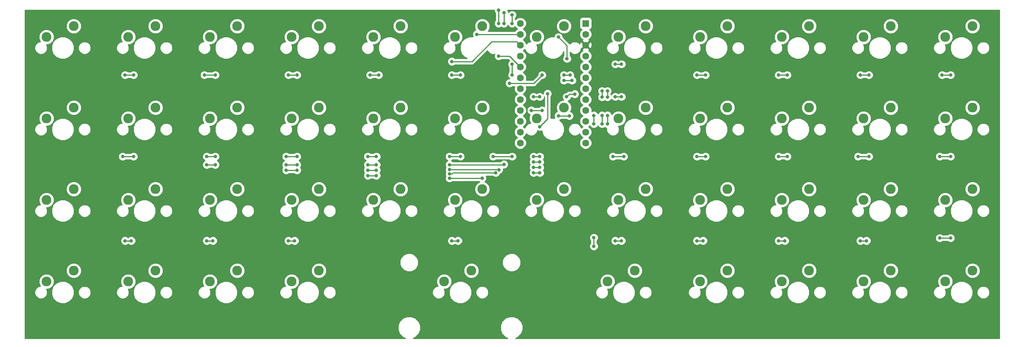
<source format=gbr>
G04 #@! TF.GenerationSoftware,KiCad,Pcbnew,(5.0.1-3-g963ef8bb5)*
G04 #@! TF.CreationDate,2019-04-11T19:17:33+08:00*
G04 #@! TF.ProjectId,keyboard_arduino,6B6579626F6172645F61726475696E6F,a*
G04 #@! TF.SameCoordinates,Original*
G04 #@! TF.FileFunction,Copper,L1,Top,Signal*
G04 #@! TF.FilePolarity,Positive*
%FSLAX46Y46*%
G04 Gerber Fmt 4.6, Leading zero omitted, Abs format (unit mm)*
G04 Created by KiCad (PCBNEW (5.0.1-3-g963ef8bb5)) date 2019年04月11日 星期四 07:17:33*
%MOMM*%
%LPD*%
G01*
G04 APERTURE LIST*
G04 #@! TA.AperFunction,ComponentPad*
%ADD10C,2.286000*%
G04 #@! TD*
G04 #@! TA.AperFunction,ComponentPad*
%ADD11R,1.600000X1.600000*%
G04 #@! TD*
G04 #@! TA.AperFunction,ComponentPad*
%ADD12C,1.600000*%
G04 #@! TD*
G04 #@! TA.AperFunction,ViaPad*
%ADD13C,0.800000*%
G04 #@! TD*
G04 #@! TA.AperFunction,Conductor*
%ADD14C,0.250000*%
G04 #@! TD*
G04 #@! TA.AperFunction,Conductor*
%ADD15C,0.254000*%
G04 #@! TD*
G04 APERTURE END LIST*
D10*
G04 #@! TO.P,K26,2*
G04 #@! TO.N,/col6*
X137795000Y-60325000D03*
G04 #@! TO.P,K26,1*
G04 #@! TO.N,Net-(D26-Pad1)*
X144145000Y-57785000D03*
G04 #@! TD*
D11*
G04 #@! TO.P,UProMicro1,1*
G04 #@! TO.N,Net-(UProMicro1-Pad1)*
X168275000Y-38100000D03*
D12*
G04 #@! TO.P,UProMicro1,2*
G04 #@! TO.N,Net-(UProMicro1-Pad2)*
X168275000Y-40640000D03*
G04 #@! TO.P,UProMicro1,3*
G04 #@! TO.N,GND*
X168275000Y-43180000D03*
G04 #@! TO.P,UProMicro1,4*
G04 #@! TO.N,Net-(UProMicro1-Pad4)*
X168275000Y-45720000D03*
G04 #@! TO.P,UProMicro1,5*
G04 #@! TO.N,/row1*
X168275000Y-48260000D03*
G04 #@! TO.P,UProMicro1,6*
G04 #@! TO.N,/row2*
X168275000Y-50800000D03*
G04 #@! TO.P,UProMicro1,7*
G04 #@! TO.N,/row3*
X168275000Y-53340000D03*
G04 #@! TO.P,UProMicro1,8*
G04 #@! TO.N,/row4*
X168275000Y-55880000D03*
G04 #@! TO.P,UProMicro1,9*
G04 #@! TO.N,/col1*
X168275000Y-58420000D03*
G04 #@! TO.P,UProMicro1,10*
G04 #@! TO.N,/col2*
X168275000Y-60960000D03*
G04 #@! TO.P,UProMicro1,11*
G04 #@! TO.N,/col3*
X168275000Y-63500000D03*
G04 #@! TO.P,UProMicro1,12*
G04 #@! TO.N,/col4*
X168275000Y-66040000D03*
G04 #@! TO.P,UProMicro1,13*
G04 #@! TO.N,/col5*
X153035000Y-66040000D03*
G04 #@! TO.P,UProMicro1,14*
G04 #@! TO.N,/col6*
X153035000Y-63500000D03*
G04 #@! TO.P,UProMicro1,15*
G04 #@! TO.N,/col7*
X153035000Y-60960000D03*
G04 #@! TO.P,UProMicro1,16*
G04 #@! TO.N,/col8*
X153035000Y-58420000D03*
G04 #@! TO.P,UProMicro1,17*
G04 #@! TO.N,/col9*
X153035000Y-55880000D03*
G04 #@! TO.P,UProMicro1,18*
G04 #@! TO.N,/col10*
X153035000Y-53340000D03*
G04 #@! TO.P,UProMicro1,19*
G04 #@! TO.N,/col11*
X153035000Y-50800000D03*
G04 #@! TO.P,UProMicro1,20*
G04 #@! TO.N,/col12*
X153035000Y-48260000D03*
G04 #@! TO.P,UProMicro1,21*
G04 #@! TO.N,Net-(UProMicro1-Pad21)*
X153035000Y-45720000D03*
G04 #@! TO.P,UProMicro1,22*
G04 #@! TO.N,Net-(SW1-Pad2)*
X153035000Y-43180000D03*
G04 #@! TO.P,UProMicro1,23*
G04 #@! TO.N,Net-(SW1-Pad1)*
X153035000Y-40640000D03*
G04 #@! TO.P,UProMicro1,24*
G04 #@! TO.N,Net-(UProMicro1-Pad24)*
X153035000Y-38100000D03*
G04 #@! TD*
D10*
G04 #@! TO.P,K11,1*
G04 #@! TO.N,Net-(D11-Pad1)*
X48895000Y-38735000D03*
G04 #@! TO.P,K11,2*
G04 #@! TO.N,/col1*
X42545000Y-41275000D03*
G04 #@! TD*
G04 #@! TO.P,K12,1*
G04 #@! TO.N,Net-(D12-Pad1)*
X67945000Y-38735000D03*
G04 #@! TO.P,K12,2*
G04 #@! TO.N,/col2*
X61595000Y-41275000D03*
G04 #@! TD*
G04 #@! TO.P,K13,2*
G04 #@! TO.N,/col3*
X80645000Y-41275000D03*
G04 #@! TO.P,K13,1*
G04 #@! TO.N,Net-(D13-Pad1)*
X86995000Y-38735000D03*
G04 #@! TD*
G04 #@! TO.P,K14,2*
G04 #@! TO.N,/col4*
X99695000Y-41275000D03*
G04 #@! TO.P,K14,1*
G04 #@! TO.N,Net-(D14-Pad1)*
X106045000Y-38735000D03*
G04 #@! TD*
G04 #@! TO.P,K15,2*
G04 #@! TO.N,/col5*
X118745000Y-41275000D03*
G04 #@! TO.P,K15,1*
G04 #@! TO.N,Net-(D15-Pad1)*
X125095000Y-38735000D03*
G04 #@! TD*
G04 #@! TO.P,K16,2*
G04 #@! TO.N,/col6*
X137795000Y-41275000D03*
G04 #@! TO.P,K16,1*
G04 #@! TO.N,Net-(D16-Pad1)*
X144145000Y-38735000D03*
G04 #@! TD*
G04 #@! TO.P,K17,2*
G04 #@! TO.N,/col7*
X156845000Y-41275000D03*
G04 #@! TO.P,K17,1*
G04 #@! TO.N,Net-(D17-Pad1)*
X163195000Y-38735000D03*
G04 #@! TD*
G04 #@! TO.P,K18,2*
G04 #@! TO.N,/col8*
X175895000Y-41275000D03*
G04 #@! TO.P,K18,1*
G04 #@! TO.N,Net-(D18-Pad1)*
X182245000Y-38735000D03*
G04 #@! TD*
G04 #@! TO.P,K19,2*
G04 #@! TO.N,/col9*
X194945000Y-41275000D03*
G04 #@! TO.P,K19,1*
G04 #@! TO.N,Net-(D19-Pad1)*
X201295000Y-38735000D03*
G04 #@! TD*
G04 #@! TO.P,K21,2*
G04 #@! TO.N,/col1*
X42545000Y-60325000D03*
G04 #@! TO.P,K21,1*
G04 #@! TO.N,Net-(D21-Pad1)*
X48895000Y-57785000D03*
G04 #@! TD*
G04 #@! TO.P,K22,2*
G04 #@! TO.N,/col2*
X61595000Y-60325000D03*
G04 #@! TO.P,K22,1*
G04 #@! TO.N,Net-(D22-Pad1)*
X67945000Y-57785000D03*
G04 #@! TD*
G04 #@! TO.P,K23,2*
G04 #@! TO.N,/col3*
X80645000Y-60325000D03*
G04 #@! TO.P,K23,1*
G04 #@! TO.N,Net-(D23-Pad1)*
X86995000Y-57785000D03*
G04 #@! TD*
G04 #@! TO.P,K24,2*
G04 #@! TO.N,/col4*
X99695000Y-60325000D03*
G04 #@! TO.P,K24,1*
G04 #@! TO.N,Net-(D24-Pad1)*
X106045000Y-57785000D03*
G04 #@! TD*
G04 #@! TO.P,K25,2*
G04 #@! TO.N,/col5*
X118745000Y-60325000D03*
G04 #@! TO.P,K25,1*
G04 #@! TO.N,Net-(D25-Pad1)*
X125095000Y-57785000D03*
G04 #@! TD*
G04 #@! TO.P,K27,2*
G04 #@! TO.N,/col7*
X156845000Y-60325000D03*
G04 #@! TO.P,K27,1*
G04 #@! TO.N,Net-(D27-Pad1)*
X163195000Y-57785000D03*
G04 #@! TD*
G04 #@! TO.P,K28,2*
G04 #@! TO.N,/col8*
X175895000Y-60325000D03*
G04 #@! TO.P,K28,1*
G04 #@! TO.N,Net-(D28-Pad1)*
X182245000Y-57785000D03*
G04 #@! TD*
G04 #@! TO.P,K29,2*
G04 #@! TO.N,/col9*
X194945000Y-60325000D03*
G04 #@! TO.P,K29,1*
G04 #@! TO.N,Net-(D29-Pad1)*
X201295000Y-57785000D03*
G04 #@! TD*
G04 #@! TO.P,K31,1*
G04 #@! TO.N,Net-(D31-Pad1)*
X48895000Y-76835000D03*
G04 #@! TO.P,K31,2*
G04 #@! TO.N,/col1*
X42545000Y-79375000D03*
G04 #@! TD*
G04 #@! TO.P,K32,1*
G04 #@! TO.N,Net-(D32-Pad1)*
X67945000Y-76835000D03*
G04 #@! TO.P,K32,2*
G04 #@! TO.N,/col2*
X61595000Y-79375000D03*
G04 #@! TD*
G04 #@! TO.P,K33,1*
G04 #@! TO.N,Net-(D33-Pad1)*
X86995000Y-76835000D03*
G04 #@! TO.P,K33,2*
G04 #@! TO.N,/col3*
X80645000Y-79375000D03*
G04 #@! TD*
G04 #@! TO.P,K34,1*
G04 #@! TO.N,Net-(D34-Pad1)*
X106045000Y-76835000D03*
G04 #@! TO.P,K34,2*
G04 #@! TO.N,/col4*
X99695000Y-79375000D03*
G04 #@! TD*
G04 #@! TO.P,K35,1*
G04 #@! TO.N,Net-(D35-Pad1)*
X125095000Y-76835000D03*
G04 #@! TO.P,K35,2*
G04 #@! TO.N,/col5*
X118745000Y-79375000D03*
G04 #@! TD*
G04 #@! TO.P,K36,1*
G04 #@! TO.N,Net-(D36-Pad1)*
X144145000Y-76835000D03*
G04 #@! TO.P,K36,2*
G04 #@! TO.N,/col6*
X137795000Y-79375000D03*
G04 #@! TD*
G04 #@! TO.P,K37,1*
G04 #@! TO.N,Net-(D37-Pad1)*
X163195000Y-76835000D03*
G04 #@! TO.P,K37,2*
G04 #@! TO.N,/col7*
X156845000Y-79375000D03*
G04 #@! TD*
G04 #@! TO.P,K38,1*
G04 #@! TO.N,Net-(D38-Pad1)*
X182245000Y-76835000D03*
G04 #@! TO.P,K38,2*
G04 #@! TO.N,/col8*
X175895000Y-79375000D03*
G04 #@! TD*
G04 #@! TO.P,K39,1*
G04 #@! TO.N,Net-(D39-Pad1)*
X201295000Y-76835000D03*
G04 #@! TO.P,K39,2*
G04 #@! TO.N,/col9*
X194945000Y-79375000D03*
G04 #@! TD*
G04 #@! TO.P,K41,1*
G04 #@! TO.N,Net-(D41-Pad1)*
X48895000Y-95885000D03*
G04 #@! TO.P,K41,2*
G04 #@! TO.N,/col1*
X42545000Y-98425000D03*
G04 #@! TD*
G04 #@! TO.P,K42,1*
G04 #@! TO.N,Net-(D42-Pad1)*
X67945000Y-95885000D03*
G04 #@! TO.P,K42,2*
G04 #@! TO.N,/col2*
X61595000Y-98425000D03*
G04 #@! TD*
G04 #@! TO.P,K43,1*
G04 #@! TO.N,Net-(D43-Pad1)*
X86995000Y-95885000D03*
G04 #@! TO.P,K43,2*
G04 #@! TO.N,/col3*
X80645000Y-98425000D03*
G04 #@! TD*
G04 #@! TO.P,K44,1*
G04 #@! TO.N,Net-(D44-Pad1)*
X106045000Y-95885000D03*
G04 #@! TO.P,K44,2*
G04 #@! TO.N,/col4*
X99695000Y-98425000D03*
G04 #@! TD*
G04 #@! TO.P,K46,1*
G04 #@! TO.N,Net-(D46-Pad1)*
X141605000Y-95885000D03*
G04 #@! TO.P,K46,2*
G04 #@! TO.N,/col6*
X135255000Y-98425000D03*
G04 #@! TD*
G04 #@! TO.P,K48,1*
G04 #@! TO.N,Net-(D48-Pad1)*
X179705000Y-95885000D03*
G04 #@! TO.P,K48,2*
G04 #@! TO.N,/col8*
X173355000Y-98425000D03*
G04 #@! TD*
G04 #@! TO.P,K49,1*
G04 #@! TO.N,Net-(D49-Pad1)*
X201295000Y-95885000D03*
G04 #@! TO.P,K49,2*
G04 #@! TO.N,/col9*
X194945000Y-98425000D03*
G04 #@! TD*
G04 #@! TO.P,K110,2*
G04 #@! TO.N,/col10*
X213995000Y-41275000D03*
G04 #@! TO.P,K110,1*
G04 #@! TO.N,Net-(D110-Pad1)*
X220345000Y-38735000D03*
G04 #@! TD*
G04 #@! TO.P,K111,2*
G04 #@! TO.N,/col11*
X233045000Y-41275000D03*
G04 #@! TO.P,K111,1*
G04 #@! TO.N,Net-(D111-Pad1)*
X239395000Y-38735000D03*
G04 #@! TD*
G04 #@! TO.P,K112,2*
G04 #@! TO.N,/col12*
X252095000Y-41275000D03*
G04 #@! TO.P,K112,1*
G04 #@! TO.N,Net-(D112-Pad1)*
X258445000Y-38735000D03*
G04 #@! TD*
G04 #@! TO.P,K210,2*
G04 #@! TO.N,/col10*
X213995000Y-60325000D03*
G04 #@! TO.P,K210,1*
G04 #@! TO.N,Net-(D210-Pad1)*
X220345000Y-57785000D03*
G04 #@! TD*
G04 #@! TO.P,K211,2*
G04 #@! TO.N,/col11*
X233045000Y-60325000D03*
G04 #@! TO.P,K211,1*
G04 #@! TO.N,Net-(D211-Pad1)*
X239395000Y-57785000D03*
G04 #@! TD*
G04 #@! TO.P,K212,2*
G04 #@! TO.N,/col12*
X252095000Y-60325000D03*
G04 #@! TO.P,K212,1*
G04 #@! TO.N,Net-(D212-Pad1)*
X258445000Y-57785000D03*
G04 #@! TD*
G04 #@! TO.P,K310,1*
G04 #@! TO.N,Net-(D310-Pad1)*
X220345000Y-76835000D03*
G04 #@! TO.P,K310,2*
G04 #@! TO.N,/col10*
X213995000Y-79375000D03*
G04 #@! TD*
G04 #@! TO.P,K311,1*
G04 #@! TO.N,Net-(D311-Pad1)*
X239395000Y-76835000D03*
G04 #@! TO.P,K311,2*
G04 #@! TO.N,/col11*
X233045000Y-79375000D03*
G04 #@! TD*
G04 #@! TO.P,K312,1*
G04 #@! TO.N,Net-(D312-Pad1)*
X258445000Y-76835000D03*
G04 #@! TO.P,K312,2*
G04 #@! TO.N,/col12*
X252095000Y-79375000D03*
G04 #@! TD*
G04 #@! TO.P,K410,1*
G04 #@! TO.N,Net-(D410-Pad1)*
X220345000Y-95885000D03*
G04 #@! TO.P,K410,2*
G04 #@! TO.N,/col10*
X213995000Y-98425000D03*
G04 #@! TD*
G04 #@! TO.P,K411,1*
G04 #@! TO.N,Net-(D411-Pad1)*
X239395000Y-95885000D03*
G04 #@! TO.P,K411,2*
G04 #@! TO.N,/col11*
X233045000Y-98425000D03*
G04 #@! TD*
G04 #@! TO.P,K412,1*
G04 #@! TO.N,Net-(D412-Pad1)*
X258445000Y-95885000D03*
G04 #@! TO.P,K412,2*
G04 #@! TO.N,/col12*
X252095000Y-98425000D03*
G04 #@! TD*
D13*
G04 #@! TO.N,/row1*
X253365000Y-50165000D03*
X251370000Y-50165000D03*
X234315000Y-50165000D03*
X232320000Y-50165000D03*
X215265000Y-50165000D03*
X213270000Y-50165000D03*
X196215000Y-50165000D03*
X194220000Y-50165000D03*
X176620000Y-47625000D03*
X175170000Y-47625000D03*
X164645000Y-50165000D03*
X163195000Y-50165000D03*
X158115000Y-50165000D03*
X150495000Y-52070000D03*
X139065000Y-50165000D03*
X137070000Y-50165000D03*
X120015000Y-50165000D03*
X118020000Y-50165000D03*
X100965000Y-50165000D03*
X98970000Y-50165000D03*
X81915000Y-50165000D03*
X79375000Y-50165000D03*
X62865000Y-50165000D03*
X60870000Y-50165000D03*
G04 #@! TO.N,/row2*
X253365000Y-69215000D03*
X250825000Y-69215000D03*
X234315000Y-69215000D03*
X231775000Y-69215000D03*
X215265000Y-69215000D03*
X213270000Y-69215000D03*
X196215000Y-69215000D03*
X194220000Y-69215000D03*
X177165000Y-69215000D03*
X174625000Y-69215000D03*
X173355000Y-61595000D03*
X173355000Y-59600000D03*
X173355000Y-55335000D03*
X173355000Y-53885000D03*
X165100000Y-51435000D03*
X163195000Y-51435000D03*
X159385000Y-54520000D03*
X157570000Y-62230000D03*
X157570000Y-69215000D03*
X156120000Y-69215000D03*
X151130000Y-69215000D03*
X146685000Y-69215000D03*
X139065000Y-69215000D03*
X136525000Y-69215000D03*
X119470000Y-69215000D03*
X117475000Y-69215000D03*
X100965000Y-69215000D03*
X98425000Y-69215000D03*
X81915000Y-69215000D03*
X79920000Y-69215000D03*
X62865000Y-69215000D03*
X60325000Y-69215000D03*
G04 #@! TO.N,/row3*
X253365000Y-88265000D03*
X250825000Y-88265000D03*
X233770000Y-88900000D03*
X232320000Y-88900000D03*
X214720000Y-88900000D03*
X213270000Y-88900000D03*
X195670000Y-88900000D03*
X194220000Y-88900000D03*
X176620000Y-88900000D03*
X175170000Y-88900000D03*
X138520000Y-88900000D03*
X137070000Y-88900000D03*
X100420000Y-88900000D03*
X98970000Y-88900000D03*
X81370000Y-88900000D03*
X79920000Y-88900000D03*
X62320000Y-88900000D03*
X60870000Y-88900000D03*
X172085000Y-61595000D03*
X172085000Y-59600000D03*
X172085000Y-55335000D03*
X172085000Y-53885000D03*
G04 #@! TO.N,/row4*
X170180000Y-90170000D03*
X170180000Y-88175000D03*
X170180000Y-61595000D03*
X170180000Y-59600000D03*
G04 #@! TO.N,/col1*
X161925000Y-41275000D03*
X163920000Y-46355000D03*
G04 #@! TO.N,/col2*
X79920000Y-71120000D03*
X81915000Y-71120000D03*
X98425000Y-71120000D03*
X100965000Y-71120000D03*
X117475000Y-71120000D03*
X119470000Y-71120000D03*
X136525000Y-71120000D03*
X149225000Y-71030000D03*
X156120000Y-70485000D03*
X157570000Y-70485000D03*
G04 #@! TO.N,/col3*
X98425000Y-72390000D03*
X100965000Y-72390000D03*
X117475000Y-72390000D03*
X119470000Y-72390000D03*
X136525000Y-72294994D03*
X148027108Y-72300000D03*
X156120000Y-71755000D03*
X157570000Y-71755000D03*
G04 #@! TO.N,/col4*
X117475000Y-73660000D03*
X119470000Y-73660000D03*
X136525000Y-73294997D03*
X147320000Y-73025000D03*
X156120000Y-73025000D03*
X157570000Y-73025000D03*
G04 #@! TO.N,/col5*
X136525000Y-74295000D03*
X144145000Y-74295000D03*
G04 #@! TO.N,/col8*
X164465000Y-59690000D03*
X161925000Y-59690000D03*
X158115000Y-58420000D03*
X155575000Y-58420000D03*
G04 #@! TO.N,/col9*
X176620000Y-55245000D03*
X175170000Y-55245000D03*
X165735000Y-54610000D03*
X163830000Y-55245000D03*
X157570000Y-55245000D03*
X156120000Y-55245000D03*
G04 #@! TO.N,/col10*
X151130000Y-36105000D03*
X151130000Y-38100000D03*
X151130000Y-47625000D03*
X151130000Y-50165000D03*
G04 #@! TO.N,/col11*
X149225000Y-35560000D03*
X149225000Y-38100000D03*
G04 #@! TO.N,/col12*
X147955000Y-34965000D03*
X147955000Y-38100000D03*
X147955000Y-45720000D03*
G04 #@! TO.N,Net-(SW1-Pad1)*
X142875000Y-40640000D03*
G04 #@! TO.N,Net-(SW1-Pad2)*
X137070000Y-46990000D03*
G04 #@! TD*
D14*
G04 #@! TO.N,/row1*
X253365000Y-50165000D02*
X251370000Y-50165000D01*
X234315000Y-50165000D02*
X232320000Y-50165000D01*
X215265000Y-50165000D02*
X213270000Y-50165000D01*
X196215000Y-50165000D02*
X194220000Y-50165000D01*
X176620000Y-47625000D02*
X175170000Y-47625000D01*
X164645000Y-50165000D02*
X163195000Y-50165000D01*
X156210000Y-52070000D02*
X150495000Y-52070000D01*
X158115000Y-50165000D02*
X156210000Y-52070000D01*
X139065000Y-50165000D02*
X137070000Y-50165000D01*
X120015000Y-50165000D02*
X118020000Y-50165000D01*
X100965000Y-50165000D02*
X98970000Y-50165000D01*
X81915000Y-50165000D02*
X79375000Y-50165000D01*
X62865000Y-50165000D02*
X60870000Y-50165000D01*
G04 #@! TO.N,/row2*
X253365000Y-69215000D02*
X250825000Y-69215000D01*
X234315000Y-69215000D02*
X231775000Y-69215000D01*
X215265000Y-69215000D02*
X213270000Y-69215000D01*
X196215000Y-69215000D02*
X194220000Y-69215000D01*
X177165000Y-69215000D02*
X174625000Y-69215000D01*
X173355000Y-61595000D02*
X173355000Y-59600000D01*
X173355000Y-55335000D02*
X173355000Y-53885000D01*
X165100000Y-51435000D02*
X163195000Y-51435000D01*
X159385000Y-60415000D02*
X157570000Y-62230000D01*
X159385000Y-54520000D02*
X159385000Y-60415000D01*
X157570000Y-69215000D02*
X156120000Y-69215000D01*
X151130000Y-69215000D02*
X146685000Y-69215000D01*
X139065000Y-69215000D02*
X136525000Y-69215000D01*
X119470000Y-69215000D02*
X117475000Y-69215000D01*
X100965000Y-69215000D02*
X98425000Y-69215000D01*
X81915000Y-69215000D02*
X79920000Y-69215000D01*
X62865000Y-69215000D02*
X60325000Y-69215000D01*
G04 #@! TO.N,/row3*
X253365000Y-88265000D02*
X250825000Y-88265000D01*
X233770000Y-88900000D02*
X232320000Y-88900000D01*
X214720000Y-88900000D02*
X213270000Y-88900000D01*
X195670000Y-88900000D02*
X194220000Y-88900000D01*
X176620000Y-88900000D02*
X175170000Y-88900000D01*
X137160000Y-88900000D02*
X137070000Y-88900000D01*
X138520000Y-88900000D02*
X137070000Y-88900000D01*
X100420000Y-88900000D02*
X98970000Y-88900000D01*
X80010000Y-88900000D02*
X79920000Y-88900000D01*
X81370000Y-88900000D02*
X79920000Y-88900000D01*
X62320000Y-88900000D02*
X60960000Y-88900000D01*
X60960000Y-88900000D02*
X60870000Y-88900000D01*
X172085000Y-61595000D02*
X172085000Y-59600000D01*
X172085000Y-55335000D02*
X172085000Y-53885000D01*
G04 #@! TO.N,/row4*
X170180000Y-90170000D02*
X170180000Y-88175000D01*
X170180000Y-61595000D02*
X170180000Y-59600000D01*
G04 #@! TO.N,/col1*
X163920000Y-43270000D02*
X163920000Y-46355000D01*
X161925000Y-41275000D02*
X163920000Y-43270000D01*
G04 #@! TO.N,/col2*
X79920000Y-71120000D02*
X81915000Y-71120000D01*
X98425000Y-71120000D02*
X100965000Y-71120000D01*
X117475000Y-71120000D02*
X119470000Y-71120000D01*
X149135000Y-71120000D02*
X149225000Y-71030000D01*
X136525000Y-71120000D02*
X149135000Y-71120000D01*
X156120000Y-70485000D02*
X157570000Y-70485000D01*
G04 #@! TO.N,/col3*
X98425000Y-72390000D02*
X100965000Y-72390000D01*
X117475000Y-72390000D02*
X119470000Y-72390000D01*
X148022102Y-72294994D02*
X148027108Y-72300000D01*
X136525000Y-72294994D02*
X148022102Y-72294994D01*
X156120000Y-71755000D02*
X157570000Y-71755000D01*
G04 #@! TO.N,/col4*
X117475000Y-73660000D02*
X119470000Y-73660000D01*
X137090685Y-73294997D02*
X137360682Y-73025000D01*
X136525000Y-73294997D02*
X137090685Y-73294997D01*
X137360682Y-73025000D02*
X147320000Y-73025000D01*
X156120000Y-73025000D02*
X157570000Y-73025000D01*
G04 #@! TO.N,/col5*
X136525000Y-74295000D02*
X144145000Y-74295000D01*
G04 #@! TO.N,/col8*
X164465000Y-59690000D02*
X161925000Y-59690000D01*
X158115000Y-58420000D02*
X155575000Y-58420000D01*
G04 #@! TO.N,/col9*
X176620000Y-55245000D02*
X175170000Y-55245000D01*
X164465000Y-54610000D02*
X163830000Y-55245000D01*
X165735000Y-54610000D02*
X164465000Y-54610000D01*
X157570000Y-55245000D02*
X156120000Y-55245000D01*
G04 #@! TO.N,/col10*
X151130000Y-36105000D02*
X151130000Y-38100000D01*
X151130000Y-47625000D02*
X151130000Y-50165000D01*
G04 #@! TO.N,/col11*
X149225000Y-35560000D02*
X149225000Y-38100000D01*
G04 #@! TO.N,/col12*
X147955000Y-34965000D02*
X147955000Y-38100000D01*
X150495000Y-45720000D02*
X153035000Y-48260000D01*
X147955000Y-45720000D02*
X150495000Y-45720000D01*
G04 #@! TO.N,Net-(SW1-Pad1)*
X153035000Y-40640000D02*
X142875000Y-40640000D01*
G04 #@! TO.N,Net-(SW1-Pad2)*
X141769666Y-46990000D02*
X137070000Y-46990000D01*
X146379665Y-42380001D02*
X141769666Y-46990000D01*
X152235001Y-42380001D02*
X146379665Y-42380001D01*
X153035000Y-43180000D02*
X152235001Y-42380001D01*
G04 #@! TD*
D15*
G04 #@! TO.N,GND*
G36*
X146920000Y-35170874D02*
X147077569Y-35551280D01*
X147195000Y-35668711D01*
X147195001Y-37396288D01*
X147077569Y-37513720D01*
X146920000Y-37894126D01*
X146920000Y-38305874D01*
X147077569Y-38686280D01*
X147368720Y-38977431D01*
X147749126Y-39135000D01*
X148160874Y-39135000D01*
X148541280Y-38977431D01*
X148590000Y-38928711D01*
X148638720Y-38977431D01*
X149019126Y-39135000D01*
X149430874Y-39135000D01*
X149811280Y-38977431D01*
X150102431Y-38686280D01*
X150177500Y-38505047D01*
X150252569Y-38686280D01*
X150543720Y-38977431D01*
X150924126Y-39135000D01*
X151335874Y-39135000D01*
X151716280Y-38977431D01*
X151807448Y-38886263D01*
X151818466Y-38912862D01*
X152222138Y-39316534D01*
X152351216Y-39370000D01*
X152222138Y-39423466D01*
X151818466Y-39827138D01*
X151796570Y-39880000D01*
X145514472Y-39880000D01*
X145652316Y-39742156D01*
X145923000Y-39088666D01*
X145923000Y-38381334D01*
X145652316Y-37727844D01*
X145152156Y-37227684D01*
X144498666Y-36957000D01*
X143791334Y-36957000D01*
X143137844Y-37227684D01*
X142637684Y-37727844D01*
X142367000Y-38381334D01*
X142367000Y-39088666D01*
X142593797Y-39636202D01*
X142288720Y-39762569D01*
X141997569Y-40053720D01*
X141840000Y-40434126D01*
X141840000Y-40845874D01*
X141980926Y-41186100D01*
X141082079Y-41186100D01*
X140115848Y-41586326D01*
X139376326Y-42325848D01*
X138976100Y-43292079D01*
X138976100Y-44337921D01*
X139376326Y-45304152D01*
X140115848Y-46043674D01*
X140565679Y-46230000D01*
X137773711Y-46230000D01*
X137656280Y-46112569D01*
X137275874Y-45955000D01*
X136864126Y-45955000D01*
X136483720Y-46112569D01*
X136192569Y-46403720D01*
X136035000Y-46784126D01*
X136035000Y-47195874D01*
X136192569Y-47576280D01*
X136483720Y-47867431D01*
X136864126Y-48025000D01*
X137275874Y-48025000D01*
X137656280Y-47867431D01*
X137773711Y-47750000D01*
X141694819Y-47750000D01*
X141769666Y-47764888D01*
X141844513Y-47750000D01*
X141844518Y-47750000D01*
X142066203Y-47705904D01*
X142317595Y-47537929D01*
X142359997Y-47474470D01*
X145352811Y-44481657D01*
X145425314Y-44656695D01*
X145843305Y-45074686D01*
X146389436Y-45300900D01*
X146980564Y-45300900D01*
X147014070Y-45287022D01*
X146920000Y-45514126D01*
X146920000Y-45925874D01*
X147077569Y-46306280D01*
X147368720Y-46597431D01*
X147749126Y-46755000D01*
X148160874Y-46755000D01*
X148541280Y-46597431D01*
X148658711Y-46480000D01*
X150180199Y-46480000D01*
X150495744Y-46795545D01*
X150252569Y-47038720D01*
X150095000Y-47419126D01*
X150095000Y-47830874D01*
X150252569Y-48211280D01*
X150370000Y-48328711D01*
X150370001Y-49461288D01*
X150252569Y-49578720D01*
X150095000Y-49959126D01*
X150095000Y-50370874D01*
X150252569Y-50751280D01*
X150536289Y-51035000D01*
X150289126Y-51035000D01*
X149908720Y-51192569D01*
X149617569Y-51483720D01*
X149460000Y-51864126D01*
X149460000Y-52275874D01*
X149617569Y-52656280D01*
X149908720Y-52947431D01*
X150289126Y-53105000D01*
X150700874Y-53105000D01*
X151081280Y-52947431D01*
X151198711Y-52830000D01*
X151693016Y-52830000D01*
X151600000Y-53054561D01*
X151600000Y-53625439D01*
X151818466Y-54152862D01*
X152222138Y-54556534D01*
X152351216Y-54610000D01*
X152222138Y-54663466D01*
X151818466Y-55067138D01*
X151600000Y-55594561D01*
X151600000Y-56165439D01*
X151818466Y-56692862D01*
X152222138Y-57096534D01*
X152351216Y-57150000D01*
X152222138Y-57203466D01*
X151818466Y-57607138D01*
X151600000Y-58134561D01*
X151600000Y-58705439D01*
X151818466Y-59232862D01*
X152222138Y-59636534D01*
X152351216Y-59690000D01*
X152222138Y-59743466D01*
X151818466Y-60147138D01*
X151600000Y-60674561D01*
X151600000Y-61245439D01*
X151818466Y-61772862D01*
X152222138Y-62176534D01*
X152351216Y-62230000D01*
X152222138Y-62283466D01*
X151818466Y-62687138D01*
X151600000Y-63214561D01*
X151600000Y-63785439D01*
X151818466Y-64312862D01*
X152222138Y-64716534D01*
X152351216Y-64770000D01*
X152222138Y-64823466D01*
X151818466Y-65227138D01*
X151600000Y-65754561D01*
X151600000Y-66325439D01*
X151818466Y-66852862D01*
X152222138Y-67256534D01*
X152749561Y-67475000D01*
X153320439Y-67475000D01*
X153847862Y-67256534D01*
X154251534Y-66852862D01*
X154470000Y-66325439D01*
X154470000Y-65754561D01*
X154251534Y-65227138D01*
X153847862Y-64823466D01*
X153718784Y-64770000D01*
X153847862Y-64716534D01*
X154251534Y-64312862D01*
X154447757Y-63839138D01*
X154733305Y-64124686D01*
X155279436Y-64350900D01*
X155870564Y-64350900D01*
X156416695Y-64124686D01*
X156834686Y-63706695D01*
X157060900Y-63160564D01*
X157060900Y-63139400D01*
X157364126Y-63265000D01*
X157775874Y-63265000D01*
X158026100Y-63161353D01*
X158026100Y-63387921D01*
X158426326Y-64354152D01*
X159165848Y-65093674D01*
X160132079Y-65493900D01*
X161177921Y-65493900D01*
X162144152Y-65093674D01*
X162883674Y-64354152D01*
X163283900Y-63387921D01*
X163283900Y-62569436D01*
X164249100Y-62569436D01*
X164249100Y-63160564D01*
X164475314Y-63706695D01*
X164893305Y-64124686D01*
X165439436Y-64350900D01*
X166030564Y-64350900D01*
X166576695Y-64124686D01*
X166862243Y-63839138D01*
X167058466Y-64312862D01*
X167462138Y-64716534D01*
X167591216Y-64770000D01*
X167462138Y-64823466D01*
X167058466Y-65227138D01*
X166840000Y-65754561D01*
X166840000Y-66325439D01*
X167058466Y-66852862D01*
X167462138Y-67256534D01*
X167989561Y-67475000D01*
X168560439Y-67475000D01*
X169087862Y-67256534D01*
X169491534Y-66852862D01*
X169710000Y-66325439D01*
X169710000Y-65754561D01*
X169491534Y-65227138D01*
X169087862Y-64823466D01*
X168958784Y-64770000D01*
X169087862Y-64716534D01*
X169491534Y-64312862D01*
X169710000Y-63785439D01*
X169710000Y-63214561D01*
X169491534Y-62687138D01*
X169087862Y-62283466D01*
X168958784Y-62230000D01*
X169087862Y-62176534D01*
X169238293Y-62026103D01*
X169302569Y-62181280D01*
X169593720Y-62472431D01*
X169974126Y-62630000D01*
X170385874Y-62630000D01*
X170766280Y-62472431D01*
X171057431Y-62181280D01*
X171132500Y-62000047D01*
X171207569Y-62181280D01*
X171498720Y-62472431D01*
X171879126Y-62630000D01*
X172290874Y-62630000D01*
X172671280Y-62472431D01*
X172720000Y-62423711D01*
X172768720Y-62472431D01*
X173139100Y-62625847D01*
X173139100Y-63160564D01*
X173365314Y-63706695D01*
X173783305Y-64124686D01*
X174329436Y-64350900D01*
X174920564Y-64350900D01*
X175466695Y-64124686D01*
X175884686Y-63706695D01*
X176110900Y-63160564D01*
X176110900Y-62569436D01*
X176016727Y-62342079D01*
X177076100Y-62342079D01*
X177076100Y-63387921D01*
X177476326Y-64354152D01*
X178215848Y-65093674D01*
X179182079Y-65493900D01*
X180227921Y-65493900D01*
X181194152Y-65093674D01*
X181933674Y-64354152D01*
X182333900Y-63387921D01*
X182333900Y-62569436D01*
X183299100Y-62569436D01*
X183299100Y-63160564D01*
X183525314Y-63706695D01*
X183943305Y-64124686D01*
X184489436Y-64350900D01*
X185080564Y-64350900D01*
X185626695Y-64124686D01*
X186044686Y-63706695D01*
X186270900Y-63160564D01*
X186270900Y-62569436D01*
X192189100Y-62569436D01*
X192189100Y-63160564D01*
X192415314Y-63706695D01*
X192833305Y-64124686D01*
X193379436Y-64350900D01*
X193970564Y-64350900D01*
X194516695Y-64124686D01*
X194934686Y-63706695D01*
X195160900Y-63160564D01*
X195160900Y-62569436D01*
X195066727Y-62342079D01*
X196126100Y-62342079D01*
X196126100Y-63387921D01*
X196526326Y-64354152D01*
X197265848Y-65093674D01*
X198232079Y-65493900D01*
X199277921Y-65493900D01*
X200244152Y-65093674D01*
X200983674Y-64354152D01*
X201383900Y-63387921D01*
X201383900Y-62569436D01*
X202349100Y-62569436D01*
X202349100Y-63160564D01*
X202575314Y-63706695D01*
X202993305Y-64124686D01*
X203539436Y-64350900D01*
X204130564Y-64350900D01*
X204676695Y-64124686D01*
X205094686Y-63706695D01*
X205320900Y-63160564D01*
X205320900Y-62569436D01*
X211239100Y-62569436D01*
X211239100Y-63160564D01*
X211465314Y-63706695D01*
X211883305Y-64124686D01*
X212429436Y-64350900D01*
X213020564Y-64350900D01*
X213566695Y-64124686D01*
X213984686Y-63706695D01*
X214210900Y-63160564D01*
X214210900Y-62569436D01*
X214116727Y-62342079D01*
X215176100Y-62342079D01*
X215176100Y-63387921D01*
X215576326Y-64354152D01*
X216315848Y-65093674D01*
X217282079Y-65493900D01*
X218327921Y-65493900D01*
X219294152Y-65093674D01*
X220033674Y-64354152D01*
X220433900Y-63387921D01*
X220433900Y-62569436D01*
X221399100Y-62569436D01*
X221399100Y-63160564D01*
X221625314Y-63706695D01*
X222043305Y-64124686D01*
X222589436Y-64350900D01*
X223180564Y-64350900D01*
X223726695Y-64124686D01*
X224144686Y-63706695D01*
X224370900Y-63160564D01*
X224370900Y-62569436D01*
X230289100Y-62569436D01*
X230289100Y-63160564D01*
X230515314Y-63706695D01*
X230933305Y-64124686D01*
X231479436Y-64350900D01*
X232070564Y-64350900D01*
X232616695Y-64124686D01*
X233034686Y-63706695D01*
X233260900Y-63160564D01*
X233260900Y-62569436D01*
X233166727Y-62342079D01*
X234226100Y-62342079D01*
X234226100Y-63387921D01*
X234626326Y-64354152D01*
X235365848Y-65093674D01*
X236332079Y-65493900D01*
X237377921Y-65493900D01*
X238344152Y-65093674D01*
X239083674Y-64354152D01*
X239483900Y-63387921D01*
X239483900Y-62569436D01*
X240449100Y-62569436D01*
X240449100Y-63160564D01*
X240675314Y-63706695D01*
X241093305Y-64124686D01*
X241639436Y-64350900D01*
X242230564Y-64350900D01*
X242776695Y-64124686D01*
X243194686Y-63706695D01*
X243420900Y-63160564D01*
X243420900Y-62569436D01*
X249339100Y-62569436D01*
X249339100Y-63160564D01*
X249565314Y-63706695D01*
X249983305Y-64124686D01*
X250529436Y-64350900D01*
X251120564Y-64350900D01*
X251666695Y-64124686D01*
X252084686Y-63706695D01*
X252310900Y-63160564D01*
X252310900Y-62569436D01*
X252216727Y-62342079D01*
X253276100Y-62342079D01*
X253276100Y-63387921D01*
X253676326Y-64354152D01*
X254415848Y-65093674D01*
X255382079Y-65493900D01*
X256427921Y-65493900D01*
X257394152Y-65093674D01*
X258133674Y-64354152D01*
X258533900Y-63387921D01*
X258533900Y-62569436D01*
X259499100Y-62569436D01*
X259499100Y-63160564D01*
X259725314Y-63706695D01*
X260143305Y-64124686D01*
X260689436Y-64350900D01*
X261280564Y-64350900D01*
X261826695Y-64124686D01*
X262244686Y-63706695D01*
X262470900Y-63160564D01*
X262470900Y-62569436D01*
X262244686Y-62023305D01*
X261826695Y-61605314D01*
X261280564Y-61379100D01*
X260689436Y-61379100D01*
X260143305Y-61605314D01*
X259725314Y-62023305D01*
X259499100Y-62569436D01*
X258533900Y-62569436D01*
X258533900Y-62342079D01*
X258133674Y-61375848D01*
X257394152Y-60636326D01*
X256427921Y-60236100D01*
X255382079Y-60236100D01*
X254415848Y-60636326D01*
X253676326Y-61375848D01*
X253276100Y-62342079D01*
X252216727Y-62342079D01*
X252117697Y-62103000D01*
X252448666Y-62103000D01*
X253102156Y-61832316D01*
X253602316Y-61332156D01*
X253873000Y-60678666D01*
X253873000Y-59971334D01*
X253602316Y-59317844D01*
X253102156Y-58817684D01*
X252448666Y-58547000D01*
X251741334Y-58547000D01*
X251087844Y-58817684D01*
X250587684Y-59317844D01*
X250317000Y-59971334D01*
X250317000Y-60678666D01*
X250587684Y-61332156D01*
X250634628Y-61379100D01*
X250529436Y-61379100D01*
X249983305Y-61605314D01*
X249565314Y-62023305D01*
X249339100Y-62569436D01*
X243420900Y-62569436D01*
X243194686Y-62023305D01*
X242776695Y-61605314D01*
X242230564Y-61379100D01*
X241639436Y-61379100D01*
X241093305Y-61605314D01*
X240675314Y-62023305D01*
X240449100Y-62569436D01*
X239483900Y-62569436D01*
X239483900Y-62342079D01*
X239083674Y-61375848D01*
X238344152Y-60636326D01*
X237377921Y-60236100D01*
X236332079Y-60236100D01*
X235365848Y-60636326D01*
X234626326Y-61375848D01*
X234226100Y-62342079D01*
X233166727Y-62342079D01*
X233067697Y-62103000D01*
X233398666Y-62103000D01*
X234052156Y-61832316D01*
X234552316Y-61332156D01*
X234823000Y-60678666D01*
X234823000Y-59971334D01*
X234552316Y-59317844D01*
X234052156Y-58817684D01*
X233398666Y-58547000D01*
X232691334Y-58547000D01*
X232037844Y-58817684D01*
X231537684Y-59317844D01*
X231267000Y-59971334D01*
X231267000Y-60678666D01*
X231537684Y-61332156D01*
X231584628Y-61379100D01*
X231479436Y-61379100D01*
X230933305Y-61605314D01*
X230515314Y-62023305D01*
X230289100Y-62569436D01*
X224370900Y-62569436D01*
X224144686Y-62023305D01*
X223726695Y-61605314D01*
X223180564Y-61379100D01*
X222589436Y-61379100D01*
X222043305Y-61605314D01*
X221625314Y-62023305D01*
X221399100Y-62569436D01*
X220433900Y-62569436D01*
X220433900Y-62342079D01*
X220033674Y-61375848D01*
X219294152Y-60636326D01*
X218327921Y-60236100D01*
X217282079Y-60236100D01*
X216315848Y-60636326D01*
X215576326Y-61375848D01*
X215176100Y-62342079D01*
X214116727Y-62342079D01*
X214017697Y-62103000D01*
X214348666Y-62103000D01*
X215002156Y-61832316D01*
X215502316Y-61332156D01*
X215773000Y-60678666D01*
X215773000Y-59971334D01*
X215502316Y-59317844D01*
X215002156Y-58817684D01*
X214348666Y-58547000D01*
X213641334Y-58547000D01*
X212987844Y-58817684D01*
X212487684Y-59317844D01*
X212217000Y-59971334D01*
X212217000Y-60678666D01*
X212487684Y-61332156D01*
X212534628Y-61379100D01*
X212429436Y-61379100D01*
X211883305Y-61605314D01*
X211465314Y-62023305D01*
X211239100Y-62569436D01*
X205320900Y-62569436D01*
X205094686Y-62023305D01*
X204676695Y-61605314D01*
X204130564Y-61379100D01*
X203539436Y-61379100D01*
X202993305Y-61605314D01*
X202575314Y-62023305D01*
X202349100Y-62569436D01*
X201383900Y-62569436D01*
X201383900Y-62342079D01*
X200983674Y-61375848D01*
X200244152Y-60636326D01*
X199277921Y-60236100D01*
X198232079Y-60236100D01*
X197265848Y-60636326D01*
X196526326Y-61375848D01*
X196126100Y-62342079D01*
X195066727Y-62342079D01*
X194967697Y-62103000D01*
X195298666Y-62103000D01*
X195952156Y-61832316D01*
X196452316Y-61332156D01*
X196723000Y-60678666D01*
X196723000Y-59971334D01*
X196452316Y-59317844D01*
X195952156Y-58817684D01*
X195298666Y-58547000D01*
X194591334Y-58547000D01*
X193937844Y-58817684D01*
X193437684Y-59317844D01*
X193167000Y-59971334D01*
X193167000Y-60678666D01*
X193437684Y-61332156D01*
X193484628Y-61379100D01*
X193379436Y-61379100D01*
X192833305Y-61605314D01*
X192415314Y-62023305D01*
X192189100Y-62569436D01*
X186270900Y-62569436D01*
X186044686Y-62023305D01*
X185626695Y-61605314D01*
X185080564Y-61379100D01*
X184489436Y-61379100D01*
X183943305Y-61605314D01*
X183525314Y-62023305D01*
X183299100Y-62569436D01*
X182333900Y-62569436D01*
X182333900Y-62342079D01*
X181933674Y-61375848D01*
X181194152Y-60636326D01*
X180227921Y-60236100D01*
X179182079Y-60236100D01*
X178215848Y-60636326D01*
X177476326Y-61375848D01*
X177076100Y-62342079D01*
X176016727Y-62342079D01*
X175917697Y-62103000D01*
X176248666Y-62103000D01*
X176902156Y-61832316D01*
X177402316Y-61332156D01*
X177673000Y-60678666D01*
X177673000Y-59971334D01*
X177402316Y-59317844D01*
X176902156Y-58817684D01*
X176248666Y-58547000D01*
X175541334Y-58547000D01*
X174887844Y-58817684D01*
X174387684Y-59317844D01*
X174373044Y-59353189D01*
X174232431Y-59013720D01*
X173941280Y-58722569D01*
X173560874Y-58565000D01*
X173149126Y-58565000D01*
X172768720Y-58722569D01*
X172720000Y-58771289D01*
X172671280Y-58722569D01*
X172290874Y-58565000D01*
X171879126Y-58565000D01*
X171498720Y-58722569D01*
X171207569Y-59013720D01*
X171132500Y-59194953D01*
X171057431Y-59013720D01*
X170766280Y-58722569D01*
X170385874Y-58565000D01*
X169974126Y-58565000D01*
X169710000Y-58674404D01*
X169710000Y-58134561D01*
X169491534Y-57607138D01*
X169315730Y-57431334D01*
X180467000Y-57431334D01*
X180467000Y-58138666D01*
X180737684Y-58792156D01*
X181237844Y-59292316D01*
X181891334Y-59563000D01*
X182598666Y-59563000D01*
X183252156Y-59292316D01*
X183752316Y-58792156D01*
X184023000Y-58138666D01*
X184023000Y-57431334D01*
X199517000Y-57431334D01*
X199517000Y-58138666D01*
X199787684Y-58792156D01*
X200287844Y-59292316D01*
X200941334Y-59563000D01*
X201648666Y-59563000D01*
X202302156Y-59292316D01*
X202802316Y-58792156D01*
X203073000Y-58138666D01*
X203073000Y-57431334D01*
X218567000Y-57431334D01*
X218567000Y-58138666D01*
X218837684Y-58792156D01*
X219337844Y-59292316D01*
X219991334Y-59563000D01*
X220698666Y-59563000D01*
X221352156Y-59292316D01*
X221852316Y-58792156D01*
X222123000Y-58138666D01*
X222123000Y-57431334D01*
X237617000Y-57431334D01*
X237617000Y-58138666D01*
X237887684Y-58792156D01*
X238387844Y-59292316D01*
X239041334Y-59563000D01*
X239748666Y-59563000D01*
X240402156Y-59292316D01*
X240902316Y-58792156D01*
X241173000Y-58138666D01*
X241173000Y-57431334D01*
X256667000Y-57431334D01*
X256667000Y-58138666D01*
X256937684Y-58792156D01*
X257437844Y-59292316D01*
X258091334Y-59563000D01*
X258798666Y-59563000D01*
X259452156Y-59292316D01*
X259952316Y-58792156D01*
X260223000Y-58138666D01*
X260223000Y-57431334D01*
X259952316Y-56777844D01*
X259452156Y-56277684D01*
X258798666Y-56007000D01*
X258091334Y-56007000D01*
X257437844Y-56277684D01*
X256937684Y-56777844D01*
X256667000Y-57431334D01*
X241173000Y-57431334D01*
X240902316Y-56777844D01*
X240402156Y-56277684D01*
X239748666Y-56007000D01*
X239041334Y-56007000D01*
X238387844Y-56277684D01*
X237887684Y-56777844D01*
X237617000Y-57431334D01*
X222123000Y-57431334D01*
X221852316Y-56777844D01*
X221352156Y-56277684D01*
X220698666Y-56007000D01*
X219991334Y-56007000D01*
X219337844Y-56277684D01*
X218837684Y-56777844D01*
X218567000Y-57431334D01*
X203073000Y-57431334D01*
X202802316Y-56777844D01*
X202302156Y-56277684D01*
X201648666Y-56007000D01*
X200941334Y-56007000D01*
X200287844Y-56277684D01*
X199787684Y-56777844D01*
X199517000Y-57431334D01*
X184023000Y-57431334D01*
X183752316Y-56777844D01*
X183252156Y-56277684D01*
X182598666Y-56007000D01*
X181891334Y-56007000D01*
X181237844Y-56277684D01*
X180737684Y-56777844D01*
X180467000Y-57431334D01*
X169315730Y-57431334D01*
X169087862Y-57203466D01*
X168958784Y-57150000D01*
X169087862Y-57096534D01*
X169491534Y-56692862D01*
X169710000Y-56165439D01*
X169710000Y-55594561D01*
X169491534Y-55067138D01*
X169087862Y-54663466D01*
X168958784Y-54610000D01*
X169087862Y-54556534D01*
X169491534Y-54152862D01*
X169687762Y-53679126D01*
X171050000Y-53679126D01*
X171050000Y-54090874D01*
X171207569Y-54471280D01*
X171325001Y-54588712D01*
X171325000Y-54631289D01*
X171207569Y-54748720D01*
X171050000Y-55129126D01*
X171050000Y-55540874D01*
X171207569Y-55921280D01*
X171498720Y-56212431D01*
X171879126Y-56370000D01*
X172290874Y-56370000D01*
X172671280Y-56212431D01*
X172720000Y-56163711D01*
X172768720Y-56212431D01*
X173149126Y-56370000D01*
X173560874Y-56370000D01*
X173941280Y-56212431D01*
X174232431Y-55921280D01*
X174281140Y-55803687D01*
X174292569Y-55831280D01*
X174583720Y-56122431D01*
X174964126Y-56280000D01*
X175375874Y-56280000D01*
X175756280Y-56122431D01*
X175873711Y-56005000D01*
X175916289Y-56005000D01*
X176033720Y-56122431D01*
X176414126Y-56280000D01*
X176825874Y-56280000D01*
X177206280Y-56122431D01*
X177497431Y-55831280D01*
X177655000Y-55450874D01*
X177655000Y-55039126D01*
X177497431Y-54658720D01*
X177206280Y-54367569D01*
X176825874Y-54210000D01*
X176414126Y-54210000D01*
X176033720Y-54367569D01*
X175916289Y-54485000D01*
X175873711Y-54485000D01*
X175756280Y-54367569D01*
X175375874Y-54210000D01*
X174964126Y-54210000D01*
X174583720Y-54367569D01*
X174292569Y-54658720D01*
X174243860Y-54776313D01*
X174232431Y-54748720D01*
X174115000Y-54631289D01*
X174115000Y-54588711D01*
X174232431Y-54471280D01*
X174390000Y-54090874D01*
X174390000Y-53679126D01*
X174232431Y-53298720D01*
X173941280Y-53007569D01*
X173560874Y-52850000D01*
X173149126Y-52850000D01*
X172768720Y-53007569D01*
X172720000Y-53056289D01*
X172671280Y-53007569D01*
X172290874Y-52850000D01*
X171879126Y-52850000D01*
X171498720Y-53007569D01*
X171207569Y-53298720D01*
X171050000Y-53679126D01*
X169687762Y-53679126D01*
X169710000Y-53625439D01*
X169710000Y-53054561D01*
X169491534Y-52527138D01*
X169087862Y-52123466D01*
X168958784Y-52070000D01*
X169087862Y-52016534D01*
X169491534Y-51612862D01*
X169710000Y-51085439D01*
X169710000Y-50514561D01*
X169491534Y-49987138D01*
X169463522Y-49959126D01*
X193185000Y-49959126D01*
X193185000Y-50370874D01*
X193342569Y-50751280D01*
X193633720Y-51042431D01*
X194014126Y-51200000D01*
X194425874Y-51200000D01*
X194806280Y-51042431D01*
X194923711Y-50925000D01*
X195511289Y-50925000D01*
X195628720Y-51042431D01*
X196009126Y-51200000D01*
X196420874Y-51200000D01*
X196801280Y-51042431D01*
X197092431Y-50751280D01*
X197250000Y-50370874D01*
X197250000Y-49959126D01*
X212235000Y-49959126D01*
X212235000Y-50370874D01*
X212392569Y-50751280D01*
X212683720Y-51042431D01*
X213064126Y-51200000D01*
X213475874Y-51200000D01*
X213856280Y-51042431D01*
X213973711Y-50925000D01*
X214561289Y-50925000D01*
X214678720Y-51042431D01*
X215059126Y-51200000D01*
X215470874Y-51200000D01*
X215851280Y-51042431D01*
X216142431Y-50751280D01*
X216300000Y-50370874D01*
X216300000Y-49959126D01*
X231285000Y-49959126D01*
X231285000Y-50370874D01*
X231442569Y-50751280D01*
X231733720Y-51042431D01*
X232114126Y-51200000D01*
X232525874Y-51200000D01*
X232906280Y-51042431D01*
X233023711Y-50925000D01*
X233611289Y-50925000D01*
X233728720Y-51042431D01*
X234109126Y-51200000D01*
X234520874Y-51200000D01*
X234901280Y-51042431D01*
X235192431Y-50751280D01*
X235350000Y-50370874D01*
X235350000Y-49959126D01*
X250335000Y-49959126D01*
X250335000Y-50370874D01*
X250492569Y-50751280D01*
X250783720Y-51042431D01*
X251164126Y-51200000D01*
X251575874Y-51200000D01*
X251956280Y-51042431D01*
X252073711Y-50925000D01*
X252661289Y-50925000D01*
X252778720Y-51042431D01*
X253159126Y-51200000D01*
X253570874Y-51200000D01*
X253951280Y-51042431D01*
X254242431Y-50751280D01*
X254400000Y-50370874D01*
X254400000Y-49959126D01*
X254242431Y-49578720D01*
X253951280Y-49287569D01*
X253570874Y-49130000D01*
X253159126Y-49130000D01*
X252778720Y-49287569D01*
X252661289Y-49405000D01*
X252073711Y-49405000D01*
X251956280Y-49287569D01*
X251575874Y-49130000D01*
X251164126Y-49130000D01*
X250783720Y-49287569D01*
X250492569Y-49578720D01*
X250335000Y-49959126D01*
X235350000Y-49959126D01*
X235192431Y-49578720D01*
X234901280Y-49287569D01*
X234520874Y-49130000D01*
X234109126Y-49130000D01*
X233728720Y-49287569D01*
X233611289Y-49405000D01*
X233023711Y-49405000D01*
X232906280Y-49287569D01*
X232525874Y-49130000D01*
X232114126Y-49130000D01*
X231733720Y-49287569D01*
X231442569Y-49578720D01*
X231285000Y-49959126D01*
X216300000Y-49959126D01*
X216142431Y-49578720D01*
X215851280Y-49287569D01*
X215470874Y-49130000D01*
X215059126Y-49130000D01*
X214678720Y-49287569D01*
X214561289Y-49405000D01*
X213973711Y-49405000D01*
X213856280Y-49287569D01*
X213475874Y-49130000D01*
X213064126Y-49130000D01*
X212683720Y-49287569D01*
X212392569Y-49578720D01*
X212235000Y-49959126D01*
X197250000Y-49959126D01*
X197092431Y-49578720D01*
X196801280Y-49287569D01*
X196420874Y-49130000D01*
X196009126Y-49130000D01*
X195628720Y-49287569D01*
X195511289Y-49405000D01*
X194923711Y-49405000D01*
X194806280Y-49287569D01*
X194425874Y-49130000D01*
X194014126Y-49130000D01*
X193633720Y-49287569D01*
X193342569Y-49578720D01*
X193185000Y-49959126D01*
X169463522Y-49959126D01*
X169087862Y-49583466D01*
X168958784Y-49530000D01*
X169087862Y-49476534D01*
X169491534Y-49072862D01*
X169710000Y-48545439D01*
X169710000Y-47974561D01*
X169491534Y-47447138D01*
X169463522Y-47419126D01*
X174135000Y-47419126D01*
X174135000Y-47830874D01*
X174292569Y-48211280D01*
X174583720Y-48502431D01*
X174964126Y-48660000D01*
X175375874Y-48660000D01*
X175756280Y-48502431D01*
X175873711Y-48385000D01*
X175916289Y-48385000D01*
X176033720Y-48502431D01*
X176414126Y-48660000D01*
X176825874Y-48660000D01*
X177206280Y-48502431D01*
X177497431Y-48211280D01*
X177655000Y-47830874D01*
X177655000Y-47419126D01*
X177497431Y-47038720D01*
X177206280Y-46747569D01*
X176825874Y-46590000D01*
X176414126Y-46590000D01*
X176033720Y-46747569D01*
X175916289Y-46865000D01*
X175873711Y-46865000D01*
X175756280Y-46747569D01*
X175375874Y-46590000D01*
X174964126Y-46590000D01*
X174583720Y-46747569D01*
X174292569Y-47038720D01*
X174135000Y-47419126D01*
X169463522Y-47419126D01*
X169087862Y-47043466D01*
X168958784Y-46990000D01*
X169087862Y-46936534D01*
X169491534Y-46532862D01*
X169710000Y-46005439D01*
X169710000Y-45434561D01*
X169491534Y-44907138D01*
X169087862Y-44503466D01*
X168974417Y-44456475D01*
X169029005Y-44433864D01*
X169103139Y-44187745D01*
X168275000Y-43359605D01*
X167446861Y-44187745D01*
X167520995Y-44433864D01*
X167579448Y-44454874D01*
X167462138Y-44503466D01*
X167058466Y-44907138D01*
X166840000Y-45434561D01*
X166840000Y-46005439D01*
X167058466Y-46532862D01*
X167462138Y-46936534D01*
X167591216Y-46990000D01*
X167462138Y-47043466D01*
X167058466Y-47447138D01*
X166840000Y-47974561D01*
X166840000Y-48545439D01*
X167058466Y-49072862D01*
X167462138Y-49476534D01*
X167591216Y-49530000D01*
X167462138Y-49583466D01*
X167058466Y-49987138D01*
X166840000Y-50514561D01*
X166840000Y-51085439D01*
X167058466Y-51612862D01*
X167462138Y-52016534D01*
X167591216Y-52070000D01*
X167462138Y-52123466D01*
X167058466Y-52527138D01*
X166840000Y-53054561D01*
X166840000Y-53625439D01*
X167058466Y-54152862D01*
X167462138Y-54556534D01*
X167591216Y-54610000D01*
X167462138Y-54663466D01*
X167058466Y-55067138D01*
X166840000Y-55594561D01*
X166840000Y-56165439D01*
X167058466Y-56692862D01*
X167462138Y-57096534D01*
X167591216Y-57150000D01*
X167462138Y-57203466D01*
X167058466Y-57607138D01*
X166840000Y-58134561D01*
X166840000Y-58705439D01*
X167058466Y-59232862D01*
X167462138Y-59636534D01*
X167591216Y-59690000D01*
X167462138Y-59743466D01*
X167058466Y-60147138D01*
X166840000Y-60674561D01*
X166840000Y-61245439D01*
X167058466Y-61772862D01*
X167462138Y-62176534D01*
X167591216Y-62230000D01*
X167462138Y-62283466D01*
X167207798Y-62537806D01*
X166994686Y-62023305D01*
X166576695Y-61605314D01*
X166030564Y-61379100D01*
X165439436Y-61379100D01*
X164893305Y-61605314D01*
X164475314Y-62023305D01*
X164249100Y-62569436D01*
X163283900Y-62569436D01*
X163283900Y-62342079D01*
X162883674Y-61375848D01*
X162202965Y-60695139D01*
X162511280Y-60567431D01*
X162628711Y-60450000D01*
X163761289Y-60450000D01*
X163878720Y-60567431D01*
X164259126Y-60725000D01*
X164670874Y-60725000D01*
X165051280Y-60567431D01*
X165342431Y-60276280D01*
X165500000Y-59895874D01*
X165500000Y-59484126D01*
X165342431Y-59103720D01*
X165051280Y-58812569D01*
X164746203Y-58686202D01*
X164973000Y-58138666D01*
X164973000Y-57431334D01*
X164702316Y-56777844D01*
X164202156Y-56277684D01*
X164121811Y-56244404D01*
X164416280Y-56122431D01*
X164707431Y-55831280D01*
X164865000Y-55450874D01*
X164865000Y-55370000D01*
X165031289Y-55370000D01*
X165148720Y-55487431D01*
X165529126Y-55645000D01*
X165940874Y-55645000D01*
X166321280Y-55487431D01*
X166612431Y-55196280D01*
X166770000Y-54815874D01*
X166770000Y-54404126D01*
X166612431Y-54023720D01*
X166321280Y-53732569D01*
X165940874Y-53575000D01*
X165529126Y-53575000D01*
X165148720Y-53732569D01*
X165031289Y-53850000D01*
X164539848Y-53850000D01*
X164465000Y-53835112D01*
X164390152Y-53850000D01*
X164390148Y-53850000D01*
X164168463Y-53894096D01*
X163917071Y-54062071D01*
X163874671Y-54125527D01*
X163790198Y-54210000D01*
X163624126Y-54210000D01*
X163243720Y-54367569D01*
X162952569Y-54658720D01*
X162795000Y-55039126D01*
X162795000Y-55450874D01*
X162952569Y-55831280D01*
X163128289Y-56007000D01*
X162841334Y-56007000D01*
X162187844Y-56277684D01*
X161687684Y-56777844D01*
X161417000Y-57431334D01*
X161417000Y-58138666D01*
X161643797Y-58686202D01*
X161338720Y-58812569D01*
X161047569Y-59103720D01*
X160890000Y-59484126D01*
X160890000Y-59895874D01*
X161030926Y-60236100D01*
X160145000Y-60236100D01*
X160145000Y-55223711D01*
X160262431Y-55106280D01*
X160420000Y-54725874D01*
X160420000Y-54314126D01*
X160262431Y-53933720D01*
X159971280Y-53642569D01*
X159590874Y-53485000D01*
X159179126Y-53485000D01*
X158798720Y-53642569D01*
X158507569Y-53933720D01*
X158350000Y-54314126D01*
X158350000Y-54561289D01*
X158156280Y-54367569D01*
X157775874Y-54210000D01*
X157364126Y-54210000D01*
X156983720Y-54367569D01*
X156866289Y-54485000D01*
X156823711Y-54485000D01*
X156706280Y-54367569D01*
X156325874Y-54210000D01*
X155914126Y-54210000D01*
X155533720Y-54367569D01*
X155242569Y-54658720D01*
X155085000Y-55039126D01*
X155085000Y-55450874D01*
X155242569Y-55831280D01*
X155533720Y-56122431D01*
X155914126Y-56280000D01*
X156325874Y-56280000D01*
X156706280Y-56122431D01*
X156823711Y-56005000D01*
X156866289Y-56005000D01*
X156983720Y-56122431D01*
X157364126Y-56280000D01*
X157775874Y-56280000D01*
X158156280Y-56122431D01*
X158447431Y-55831280D01*
X158605000Y-55450874D01*
X158605000Y-55203711D01*
X158625000Y-55223711D01*
X158625001Y-57510973D01*
X158320874Y-57385000D01*
X157909126Y-57385000D01*
X157528720Y-57542569D01*
X157411289Y-57660000D01*
X156278711Y-57660000D01*
X156161280Y-57542569D01*
X155780874Y-57385000D01*
X155369126Y-57385000D01*
X154988720Y-57542569D01*
X154697569Y-57833720D01*
X154540000Y-58214126D01*
X154540000Y-58625874D01*
X154697569Y-59006280D01*
X154988720Y-59297431D01*
X155293797Y-59423798D01*
X155067000Y-59971334D01*
X155067000Y-60678666D01*
X155337684Y-61332156D01*
X155384628Y-61379100D01*
X155279436Y-61379100D01*
X154733305Y-61605314D01*
X154315314Y-62023305D01*
X154102202Y-62537806D01*
X153847862Y-62283466D01*
X153718784Y-62230000D01*
X153847862Y-62176534D01*
X154251534Y-61772862D01*
X154470000Y-61245439D01*
X154470000Y-60674561D01*
X154251534Y-60147138D01*
X153847862Y-59743466D01*
X153718784Y-59690000D01*
X153847862Y-59636534D01*
X154251534Y-59232862D01*
X154470000Y-58705439D01*
X154470000Y-58134561D01*
X154251534Y-57607138D01*
X153847862Y-57203466D01*
X153718784Y-57150000D01*
X153847862Y-57096534D01*
X154251534Y-56692862D01*
X154470000Y-56165439D01*
X154470000Y-55594561D01*
X154251534Y-55067138D01*
X153847862Y-54663466D01*
X153718784Y-54610000D01*
X153847862Y-54556534D01*
X154251534Y-54152862D01*
X154470000Y-53625439D01*
X154470000Y-53054561D01*
X154376984Y-52830000D01*
X156135153Y-52830000D01*
X156210000Y-52844888D01*
X156284847Y-52830000D01*
X156284852Y-52830000D01*
X156506537Y-52785904D01*
X156757929Y-52617929D01*
X156800331Y-52554470D01*
X158154802Y-51200000D01*
X158320874Y-51200000D01*
X158701280Y-51042431D01*
X158992431Y-50751280D01*
X159150000Y-50370874D01*
X159150000Y-49959126D01*
X162160000Y-49959126D01*
X162160000Y-50370874D01*
X162317569Y-50751280D01*
X162366289Y-50800000D01*
X162317569Y-50848720D01*
X162160000Y-51229126D01*
X162160000Y-51640874D01*
X162317569Y-52021280D01*
X162608720Y-52312431D01*
X162989126Y-52470000D01*
X163400874Y-52470000D01*
X163781280Y-52312431D01*
X163898711Y-52195000D01*
X164396289Y-52195000D01*
X164513720Y-52312431D01*
X164894126Y-52470000D01*
X165305874Y-52470000D01*
X165686280Y-52312431D01*
X165977431Y-52021280D01*
X166135000Y-51640874D01*
X166135000Y-51229126D01*
X165977431Y-50848720D01*
X165686280Y-50557569D01*
X165614913Y-50528008D01*
X165680000Y-50370874D01*
X165680000Y-49959126D01*
X165522431Y-49578720D01*
X165231280Y-49287569D01*
X164850874Y-49130000D01*
X164439126Y-49130000D01*
X164058720Y-49287569D01*
X163941289Y-49405000D01*
X163898711Y-49405000D01*
X163781280Y-49287569D01*
X163400874Y-49130000D01*
X162989126Y-49130000D01*
X162608720Y-49287569D01*
X162317569Y-49578720D01*
X162160000Y-49959126D01*
X159150000Y-49959126D01*
X158992431Y-49578720D01*
X158701280Y-49287569D01*
X158320874Y-49130000D01*
X157909126Y-49130000D01*
X157528720Y-49287569D01*
X157237569Y-49578720D01*
X157080000Y-49959126D01*
X157080000Y-50125198D01*
X155895199Y-51310000D01*
X154376984Y-51310000D01*
X154470000Y-51085439D01*
X154470000Y-50514561D01*
X154251534Y-49987138D01*
X153847862Y-49583466D01*
X153718784Y-49530000D01*
X153847862Y-49476534D01*
X154251534Y-49072862D01*
X154470000Y-48545439D01*
X154470000Y-47974561D01*
X154251534Y-47447138D01*
X153847862Y-47043466D01*
X153718784Y-46990000D01*
X153847862Y-46936534D01*
X154251534Y-46532862D01*
X154470000Y-46005439D01*
X154470000Y-45434561D01*
X154251534Y-44907138D01*
X153847862Y-44503466D01*
X153718784Y-44450000D01*
X153847862Y-44396534D01*
X154102202Y-44142194D01*
X154315314Y-44656695D01*
X154733305Y-45074686D01*
X155279436Y-45300900D01*
X155870564Y-45300900D01*
X156416695Y-45074686D01*
X156834686Y-44656695D01*
X157060900Y-44110564D01*
X157060900Y-43519436D01*
X156966727Y-43292079D01*
X158026100Y-43292079D01*
X158026100Y-44337921D01*
X158426326Y-45304152D01*
X159165848Y-46043674D01*
X160132079Y-46443900D01*
X161177921Y-46443900D01*
X162144152Y-46043674D01*
X162883674Y-45304152D01*
X163160000Y-44637041D01*
X163160001Y-45651288D01*
X163042569Y-45768720D01*
X162885000Y-46149126D01*
X162885000Y-46560874D01*
X163042569Y-46941280D01*
X163333720Y-47232431D01*
X163714126Y-47390000D01*
X164125874Y-47390000D01*
X164506280Y-47232431D01*
X164797431Y-46941280D01*
X164955000Y-46560874D01*
X164955000Y-46149126D01*
X164797431Y-45768720D01*
X164680000Y-45651289D01*
X164680000Y-44861381D01*
X164893305Y-45074686D01*
X165439436Y-45300900D01*
X166030564Y-45300900D01*
X166576695Y-45074686D01*
X166994686Y-44656695D01*
X167220900Y-44110564D01*
X167220900Y-43994176D01*
X167267255Y-44008139D01*
X168095395Y-43180000D01*
X168454605Y-43180000D01*
X169282745Y-44008139D01*
X169528864Y-43934005D01*
X169677876Y-43519436D01*
X173139100Y-43519436D01*
X173139100Y-44110564D01*
X173365314Y-44656695D01*
X173783305Y-45074686D01*
X174329436Y-45300900D01*
X174920564Y-45300900D01*
X175466695Y-45074686D01*
X175884686Y-44656695D01*
X176110900Y-44110564D01*
X176110900Y-43519436D01*
X176016727Y-43292079D01*
X177076100Y-43292079D01*
X177076100Y-44337921D01*
X177476326Y-45304152D01*
X178215848Y-46043674D01*
X179182079Y-46443900D01*
X180227921Y-46443900D01*
X181194152Y-46043674D01*
X181933674Y-45304152D01*
X182333900Y-44337921D01*
X182333900Y-43519436D01*
X183299100Y-43519436D01*
X183299100Y-44110564D01*
X183525314Y-44656695D01*
X183943305Y-45074686D01*
X184489436Y-45300900D01*
X185080564Y-45300900D01*
X185626695Y-45074686D01*
X186044686Y-44656695D01*
X186270900Y-44110564D01*
X186270900Y-43519436D01*
X192189100Y-43519436D01*
X192189100Y-44110564D01*
X192415314Y-44656695D01*
X192833305Y-45074686D01*
X193379436Y-45300900D01*
X193970564Y-45300900D01*
X194516695Y-45074686D01*
X194934686Y-44656695D01*
X195160900Y-44110564D01*
X195160900Y-43519436D01*
X195066727Y-43292079D01*
X196126100Y-43292079D01*
X196126100Y-44337921D01*
X196526326Y-45304152D01*
X197265848Y-46043674D01*
X198232079Y-46443900D01*
X199277921Y-46443900D01*
X200244152Y-46043674D01*
X200983674Y-45304152D01*
X201383900Y-44337921D01*
X201383900Y-43519436D01*
X202349100Y-43519436D01*
X202349100Y-44110564D01*
X202575314Y-44656695D01*
X202993305Y-45074686D01*
X203539436Y-45300900D01*
X204130564Y-45300900D01*
X204676695Y-45074686D01*
X205094686Y-44656695D01*
X205320900Y-44110564D01*
X205320900Y-43519436D01*
X211239100Y-43519436D01*
X211239100Y-44110564D01*
X211465314Y-44656695D01*
X211883305Y-45074686D01*
X212429436Y-45300900D01*
X213020564Y-45300900D01*
X213566695Y-45074686D01*
X213984686Y-44656695D01*
X214210900Y-44110564D01*
X214210900Y-43519436D01*
X214116727Y-43292079D01*
X215176100Y-43292079D01*
X215176100Y-44337921D01*
X215576326Y-45304152D01*
X216315848Y-46043674D01*
X217282079Y-46443900D01*
X218327921Y-46443900D01*
X219294152Y-46043674D01*
X220033674Y-45304152D01*
X220433900Y-44337921D01*
X220433900Y-43519436D01*
X221399100Y-43519436D01*
X221399100Y-44110564D01*
X221625314Y-44656695D01*
X222043305Y-45074686D01*
X222589436Y-45300900D01*
X223180564Y-45300900D01*
X223726695Y-45074686D01*
X224144686Y-44656695D01*
X224370900Y-44110564D01*
X224370900Y-43519436D01*
X230289100Y-43519436D01*
X230289100Y-44110564D01*
X230515314Y-44656695D01*
X230933305Y-45074686D01*
X231479436Y-45300900D01*
X232070564Y-45300900D01*
X232616695Y-45074686D01*
X233034686Y-44656695D01*
X233260900Y-44110564D01*
X233260900Y-43519436D01*
X233166727Y-43292079D01*
X234226100Y-43292079D01*
X234226100Y-44337921D01*
X234626326Y-45304152D01*
X235365848Y-46043674D01*
X236332079Y-46443900D01*
X237377921Y-46443900D01*
X238344152Y-46043674D01*
X239083674Y-45304152D01*
X239483900Y-44337921D01*
X239483900Y-43519436D01*
X240449100Y-43519436D01*
X240449100Y-44110564D01*
X240675314Y-44656695D01*
X241093305Y-45074686D01*
X241639436Y-45300900D01*
X242230564Y-45300900D01*
X242776695Y-45074686D01*
X243194686Y-44656695D01*
X243420900Y-44110564D01*
X243420900Y-43519436D01*
X249339100Y-43519436D01*
X249339100Y-44110564D01*
X249565314Y-44656695D01*
X249983305Y-45074686D01*
X250529436Y-45300900D01*
X251120564Y-45300900D01*
X251666695Y-45074686D01*
X252084686Y-44656695D01*
X252310900Y-44110564D01*
X252310900Y-43519436D01*
X252216727Y-43292079D01*
X253276100Y-43292079D01*
X253276100Y-44337921D01*
X253676326Y-45304152D01*
X254415848Y-46043674D01*
X255382079Y-46443900D01*
X256427921Y-46443900D01*
X257394152Y-46043674D01*
X258133674Y-45304152D01*
X258533900Y-44337921D01*
X258533900Y-43519436D01*
X259499100Y-43519436D01*
X259499100Y-44110564D01*
X259725314Y-44656695D01*
X260143305Y-45074686D01*
X260689436Y-45300900D01*
X261280564Y-45300900D01*
X261826695Y-45074686D01*
X262244686Y-44656695D01*
X262470900Y-44110564D01*
X262470900Y-43519436D01*
X262244686Y-42973305D01*
X261826695Y-42555314D01*
X261280564Y-42329100D01*
X260689436Y-42329100D01*
X260143305Y-42555314D01*
X259725314Y-42973305D01*
X259499100Y-43519436D01*
X258533900Y-43519436D01*
X258533900Y-43292079D01*
X258133674Y-42325848D01*
X257394152Y-41586326D01*
X256427921Y-41186100D01*
X255382079Y-41186100D01*
X254415848Y-41586326D01*
X253676326Y-42325848D01*
X253276100Y-43292079D01*
X252216727Y-43292079D01*
X252117697Y-43053000D01*
X252448666Y-43053000D01*
X253102156Y-42782316D01*
X253602316Y-42282156D01*
X253873000Y-41628666D01*
X253873000Y-40921334D01*
X253602316Y-40267844D01*
X253102156Y-39767684D01*
X252448666Y-39497000D01*
X251741334Y-39497000D01*
X251087844Y-39767684D01*
X250587684Y-40267844D01*
X250317000Y-40921334D01*
X250317000Y-41628666D01*
X250587684Y-42282156D01*
X250634628Y-42329100D01*
X250529436Y-42329100D01*
X249983305Y-42555314D01*
X249565314Y-42973305D01*
X249339100Y-43519436D01*
X243420900Y-43519436D01*
X243194686Y-42973305D01*
X242776695Y-42555314D01*
X242230564Y-42329100D01*
X241639436Y-42329100D01*
X241093305Y-42555314D01*
X240675314Y-42973305D01*
X240449100Y-43519436D01*
X239483900Y-43519436D01*
X239483900Y-43292079D01*
X239083674Y-42325848D01*
X238344152Y-41586326D01*
X237377921Y-41186100D01*
X236332079Y-41186100D01*
X235365848Y-41586326D01*
X234626326Y-42325848D01*
X234226100Y-43292079D01*
X233166727Y-43292079D01*
X233067697Y-43053000D01*
X233398666Y-43053000D01*
X234052156Y-42782316D01*
X234552316Y-42282156D01*
X234823000Y-41628666D01*
X234823000Y-40921334D01*
X234552316Y-40267844D01*
X234052156Y-39767684D01*
X233398666Y-39497000D01*
X232691334Y-39497000D01*
X232037844Y-39767684D01*
X231537684Y-40267844D01*
X231267000Y-40921334D01*
X231267000Y-41628666D01*
X231537684Y-42282156D01*
X231584628Y-42329100D01*
X231479436Y-42329100D01*
X230933305Y-42555314D01*
X230515314Y-42973305D01*
X230289100Y-43519436D01*
X224370900Y-43519436D01*
X224144686Y-42973305D01*
X223726695Y-42555314D01*
X223180564Y-42329100D01*
X222589436Y-42329100D01*
X222043305Y-42555314D01*
X221625314Y-42973305D01*
X221399100Y-43519436D01*
X220433900Y-43519436D01*
X220433900Y-43292079D01*
X220033674Y-42325848D01*
X219294152Y-41586326D01*
X218327921Y-41186100D01*
X217282079Y-41186100D01*
X216315848Y-41586326D01*
X215576326Y-42325848D01*
X215176100Y-43292079D01*
X214116727Y-43292079D01*
X214017697Y-43053000D01*
X214348666Y-43053000D01*
X215002156Y-42782316D01*
X215502316Y-42282156D01*
X215773000Y-41628666D01*
X215773000Y-40921334D01*
X215502316Y-40267844D01*
X215002156Y-39767684D01*
X214348666Y-39497000D01*
X213641334Y-39497000D01*
X212987844Y-39767684D01*
X212487684Y-40267844D01*
X212217000Y-40921334D01*
X212217000Y-41628666D01*
X212487684Y-42282156D01*
X212534628Y-42329100D01*
X212429436Y-42329100D01*
X211883305Y-42555314D01*
X211465314Y-42973305D01*
X211239100Y-43519436D01*
X205320900Y-43519436D01*
X205094686Y-42973305D01*
X204676695Y-42555314D01*
X204130564Y-42329100D01*
X203539436Y-42329100D01*
X202993305Y-42555314D01*
X202575314Y-42973305D01*
X202349100Y-43519436D01*
X201383900Y-43519436D01*
X201383900Y-43292079D01*
X200983674Y-42325848D01*
X200244152Y-41586326D01*
X199277921Y-41186100D01*
X198232079Y-41186100D01*
X197265848Y-41586326D01*
X196526326Y-42325848D01*
X196126100Y-43292079D01*
X195066727Y-43292079D01*
X194967697Y-43053000D01*
X195298666Y-43053000D01*
X195952156Y-42782316D01*
X196452316Y-42282156D01*
X196723000Y-41628666D01*
X196723000Y-40921334D01*
X196452316Y-40267844D01*
X195952156Y-39767684D01*
X195298666Y-39497000D01*
X194591334Y-39497000D01*
X193937844Y-39767684D01*
X193437684Y-40267844D01*
X193167000Y-40921334D01*
X193167000Y-41628666D01*
X193437684Y-42282156D01*
X193484628Y-42329100D01*
X193379436Y-42329100D01*
X192833305Y-42555314D01*
X192415314Y-42973305D01*
X192189100Y-43519436D01*
X186270900Y-43519436D01*
X186044686Y-42973305D01*
X185626695Y-42555314D01*
X185080564Y-42329100D01*
X184489436Y-42329100D01*
X183943305Y-42555314D01*
X183525314Y-42973305D01*
X183299100Y-43519436D01*
X182333900Y-43519436D01*
X182333900Y-43292079D01*
X181933674Y-42325848D01*
X181194152Y-41586326D01*
X180227921Y-41186100D01*
X179182079Y-41186100D01*
X178215848Y-41586326D01*
X177476326Y-42325848D01*
X177076100Y-43292079D01*
X176016727Y-43292079D01*
X175917697Y-43053000D01*
X176248666Y-43053000D01*
X176902156Y-42782316D01*
X177402316Y-42282156D01*
X177673000Y-41628666D01*
X177673000Y-40921334D01*
X177402316Y-40267844D01*
X176902156Y-39767684D01*
X176248666Y-39497000D01*
X175541334Y-39497000D01*
X174887844Y-39767684D01*
X174387684Y-40267844D01*
X174117000Y-40921334D01*
X174117000Y-41628666D01*
X174387684Y-42282156D01*
X174434628Y-42329100D01*
X174329436Y-42329100D01*
X173783305Y-42555314D01*
X173365314Y-42973305D01*
X173139100Y-43519436D01*
X169677876Y-43519436D01*
X169721965Y-43396777D01*
X169694778Y-42826546D01*
X169528864Y-42425995D01*
X169282745Y-42351861D01*
X168454605Y-43180000D01*
X168095395Y-43180000D01*
X167267255Y-42351861D01*
X167021136Y-42425995D01*
X166869432Y-42848051D01*
X166576695Y-42555314D01*
X166030564Y-42329100D01*
X165439436Y-42329100D01*
X164893305Y-42555314D01*
X164571517Y-42877102D01*
X164467929Y-42722071D01*
X164404473Y-42679671D01*
X162960000Y-41235199D01*
X162960000Y-41069126D01*
X162802431Y-40688720D01*
X162511280Y-40397569D01*
X162130874Y-40240000D01*
X161719126Y-40240000D01*
X161338720Y-40397569D01*
X161047569Y-40688720D01*
X160890000Y-41069126D01*
X160890000Y-41186100D01*
X160132079Y-41186100D01*
X159165848Y-41586326D01*
X158426326Y-42325848D01*
X158026100Y-43292079D01*
X156966727Y-43292079D01*
X156867697Y-43053000D01*
X157198666Y-43053000D01*
X157852156Y-42782316D01*
X158352316Y-42282156D01*
X158623000Y-41628666D01*
X158623000Y-40921334D01*
X158352316Y-40267844D01*
X157852156Y-39767684D01*
X157198666Y-39497000D01*
X156491334Y-39497000D01*
X155837844Y-39767684D01*
X155337684Y-40267844D01*
X155067000Y-40921334D01*
X155067000Y-41628666D01*
X155337684Y-42282156D01*
X155384628Y-42329100D01*
X155279436Y-42329100D01*
X154733305Y-42555314D01*
X154447757Y-42840862D01*
X154251534Y-42367138D01*
X153847862Y-41963466D01*
X153718784Y-41910000D01*
X153847862Y-41856534D01*
X154251534Y-41452862D01*
X154470000Y-40925439D01*
X154470000Y-40354561D01*
X154251534Y-39827138D01*
X153847862Y-39423466D01*
X153718784Y-39370000D01*
X153847862Y-39316534D01*
X154251534Y-38912862D01*
X154470000Y-38385439D01*
X154470000Y-38381334D01*
X161417000Y-38381334D01*
X161417000Y-39088666D01*
X161687684Y-39742156D01*
X162187844Y-40242316D01*
X162841334Y-40513000D01*
X163548666Y-40513000D01*
X164202156Y-40242316D01*
X164702316Y-39742156D01*
X164973000Y-39088666D01*
X164973000Y-38381334D01*
X164702316Y-37727844D01*
X164274472Y-37300000D01*
X166827560Y-37300000D01*
X166827560Y-38900000D01*
X166876843Y-39147765D01*
X167017191Y-39357809D01*
X167227235Y-39498157D01*
X167360866Y-39524738D01*
X167058466Y-39827138D01*
X166840000Y-40354561D01*
X166840000Y-40925439D01*
X167058466Y-41452862D01*
X167462138Y-41856534D01*
X167575583Y-41903525D01*
X167520995Y-41926136D01*
X167446861Y-42172255D01*
X168275000Y-43000395D01*
X169103139Y-42172255D01*
X169029005Y-41926136D01*
X168970552Y-41905126D01*
X169087862Y-41856534D01*
X169491534Y-41452862D01*
X169710000Y-40925439D01*
X169710000Y-40354561D01*
X169491534Y-39827138D01*
X169189134Y-39524738D01*
X169322765Y-39498157D01*
X169532809Y-39357809D01*
X169673157Y-39147765D01*
X169722440Y-38900000D01*
X169722440Y-38381334D01*
X180467000Y-38381334D01*
X180467000Y-39088666D01*
X180737684Y-39742156D01*
X181237844Y-40242316D01*
X181891334Y-40513000D01*
X182598666Y-40513000D01*
X183252156Y-40242316D01*
X183752316Y-39742156D01*
X184023000Y-39088666D01*
X184023000Y-38381334D01*
X199517000Y-38381334D01*
X199517000Y-39088666D01*
X199787684Y-39742156D01*
X200287844Y-40242316D01*
X200941334Y-40513000D01*
X201648666Y-40513000D01*
X202302156Y-40242316D01*
X202802316Y-39742156D01*
X203073000Y-39088666D01*
X203073000Y-38381334D01*
X218567000Y-38381334D01*
X218567000Y-39088666D01*
X218837684Y-39742156D01*
X219337844Y-40242316D01*
X219991334Y-40513000D01*
X220698666Y-40513000D01*
X221352156Y-40242316D01*
X221852316Y-39742156D01*
X222123000Y-39088666D01*
X222123000Y-38381334D01*
X237617000Y-38381334D01*
X237617000Y-39088666D01*
X237887684Y-39742156D01*
X238387844Y-40242316D01*
X239041334Y-40513000D01*
X239748666Y-40513000D01*
X240402156Y-40242316D01*
X240902316Y-39742156D01*
X241173000Y-39088666D01*
X241173000Y-38381334D01*
X256667000Y-38381334D01*
X256667000Y-39088666D01*
X256937684Y-39742156D01*
X257437844Y-40242316D01*
X258091334Y-40513000D01*
X258798666Y-40513000D01*
X259452156Y-40242316D01*
X259952316Y-39742156D01*
X260223000Y-39088666D01*
X260223000Y-38381334D01*
X259952316Y-37727844D01*
X259452156Y-37227684D01*
X258798666Y-36957000D01*
X258091334Y-36957000D01*
X257437844Y-37227684D01*
X256937684Y-37727844D01*
X256667000Y-38381334D01*
X241173000Y-38381334D01*
X240902316Y-37727844D01*
X240402156Y-37227684D01*
X239748666Y-36957000D01*
X239041334Y-36957000D01*
X238387844Y-37227684D01*
X237887684Y-37727844D01*
X237617000Y-38381334D01*
X222123000Y-38381334D01*
X221852316Y-37727844D01*
X221352156Y-37227684D01*
X220698666Y-36957000D01*
X219991334Y-36957000D01*
X219337844Y-37227684D01*
X218837684Y-37727844D01*
X218567000Y-38381334D01*
X203073000Y-38381334D01*
X202802316Y-37727844D01*
X202302156Y-37227684D01*
X201648666Y-36957000D01*
X200941334Y-36957000D01*
X200287844Y-37227684D01*
X199787684Y-37727844D01*
X199517000Y-38381334D01*
X184023000Y-38381334D01*
X183752316Y-37727844D01*
X183252156Y-37227684D01*
X182598666Y-36957000D01*
X181891334Y-36957000D01*
X181237844Y-37227684D01*
X180737684Y-37727844D01*
X180467000Y-38381334D01*
X169722440Y-38381334D01*
X169722440Y-37300000D01*
X169673157Y-37052235D01*
X169532809Y-36842191D01*
X169322765Y-36701843D01*
X169075000Y-36652560D01*
X167475000Y-36652560D01*
X167227235Y-36701843D01*
X167017191Y-36842191D01*
X166876843Y-37052235D01*
X166827560Y-37300000D01*
X164274472Y-37300000D01*
X164202156Y-37227684D01*
X163548666Y-36957000D01*
X162841334Y-36957000D01*
X162187844Y-37227684D01*
X161687684Y-37727844D01*
X161417000Y-38381334D01*
X154470000Y-38381334D01*
X154470000Y-37814561D01*
X154251534Y-37287138D01*
X153847862Y-36883466D01*
X153320439Y-36665000D01*
X152749561Y-36665000D01*
X152222138Y-36883466D01*
X151890000Y-37215604D01*
X151890000Y-36808711D01*
X152007431Y-36691280D01*
X152165000Y-36310874D01*
X152165000Y-35899126D01*
X152007431Y-35518720D01*
X151716280Y-35227569D01*
X151335874Y-35070000D01*
X150924126Y-35070000D01*
X150543720Y-35227569D01*
X150260000Y-35511289D01*
X150260000Y-35354126D01*
X150113317Y-35000000D01*
X264720001Y-35000000D01*
X264720000Y-111685000D01*
X151921611Y-111685000D01*
X152492152Y-111448674D01*
X153231674Y-110709152D01*
X153631900Y-109742921D01*
X153631900Y-108697079D01*
X153231674Y-107730848D01*
X152492152Y-106991326D01*
X151525921Y-106591100D01*
X150480079Y-106591100D01*
X149513848Y-106991326D01*
X148774326Y-107730848D01*
X148374100Y-108697079D01*
X148374100Y-109742921D01*
X148774326Y-110709152D01*
X149513848Y-111448674D01*
X150084389Y-111685000D01*
X128045611Y-111685000D01*
X128616152Y-111448674D01*
X129355674Y-110709152D01*
X129755900Y-109742921D01*
X129755900Y-108697079D01*
X129355674Y-107730848D01*
X128616152Y-106991326D01*
X127649921Y-106591100D01*
X126604079Y-106591100D01*
X125637848Y-106991326D01*
X124898326Y-107730848D01*
X124498100Y-108697079D01*
X124498100Y-109742921D01*
X124898326Y-110709152D01*
X125637848Y-111448674D01*
X126208389Y-111685000D01*
X37540000Y-111685000D01*
X37540000Y-100669436D01*
X39789100Y-100669436D01*
X39789100Y-101260564D01*
X40015314Y-101806695D01*
X40433305Y-102224686D01*
X40979436Y-102450900D01*
X41570564Y-102450900D01*
X42116695Y-102224686D01*
X42534686Y-101806695D01*
X42760900Y-101260564D01*
X42760900Y-100669436D01*
X42666727Y-100442079D01*
X43726100Y-100442079D01*
X43726100Y-101487921D01*
X44126326Y-102454152D01*
X44865848Y-103193674D01*
X45832079Y-103593900D01*
X46877921Y-103593900D01*
X47844152Y-103193674D01*
X48583674Y-102454152D01*
X48983900Y-101487921D01*
X48983900Y-100669436D01*
X49949100Y-100669436D01*
X49949100Y-101260564D01*
X50175314Y-101806695D01*
X50593305Y-102224686D01*
X51139436Y-102450900D01*
X51730564Y-102450900D01*
X52276695Y-102224686D01*
X52694686Y-101806695D01*
X52920900Y-101260564D01*
X52920900Y-100669436D01*
X58839100Y-100669436D01*
X58839100Y-101260564D01*
X59065314Y-101806695D01*
X59483305Y-102224686D01*
X60029436Y-102450900D01*
X60620564Y-102450900D01*
X61166695Y-102224686D01*
X61584686Y-101806695D01*
X61810900Y-101260564D01*
X61810900Y-100669436D01*
X61716727Y-100442079D01*
X62776100Y-100442079D01*
X62776100Y-101487921D01*
X63176326Y-102454152D01*
X63915848Y-103193674D01*
X64882079Y-103593900D01*
X65927921Y-103593900D01*
X66894152Y-103193674D01*
X67633674Y-102454152D01*
X68033900Y-101487921D01*
X68033900Y-100669436D01*
X68999100Y-100669436D01*
X68999100Y-101260564D01*
X69225314Y-101806695D01*
X69643305Y-102224686D01*
X70189436Y-102450900D01*
X70780564Y-102450900D01*
X71326695Y-102224686D01*
X71744686Y-101806695D01*
X71970900Y-101260564D01*
X71970900Y-100669436D01*
X77889100Y-100669436D01*
X77889100Y-101260564D01*
X78115314Y-101806695D01*
X78533305Y-102224686D01*
X79079436Y-102450900D01*
X79670564Y-102450900D01*
X80216695Y-102224686D01*
X80634686Y-101806695D01*
X80860900Y-101260564D01*
X80860900Y-100669436D01*
X80766727Y-100442079D01*
X81826100Y-100442079D01*
X81826100Y-101487921D01*
X82226326Y-102454152D01*
X82965848Y-103193674D01*
X83932079Y-103593900D01*
X84977921Y-103593900D01*
X85944152Y-103193674D01*
X86683674Y-102454152D01*
X87083900Y-101487921D01*
X87083900Y-100669436D01*
X88049100Y-100669436D01*
X88049100Y-101260564D01*
X88275314Y-101806695D01*
X88693305Y-102224686D01*
X89239436Y-102450900D01*
X89830564Y-102450900D01*
X90376695Y-102224686D01*
X90794686Y-101806695D01*
X91020900Y-101260564D01*
X91020900Y-100669436D01*
X96939100Y-100669436D01*
X96939100Y-101260564D01*
X97165314Y-101806695D01*
X97583305Y-102224686D01*
X98129436Y-102450900D01*
X98720564Y-102450900D01*
X99266695Y-102224686D01*
X99684686Y-101806695D01*
X99910900Y-101260564D01*
X99910900Y-100669436D01*
X99816727Y-100442079D01*
X100876100Y-100442079D01*
X100876100Y-101487921D01*
X101276326Y-102454152D01*
X102015848Y-103193674D01*
X102982079Y-103593900D01*
X104027921Y-103593900D01*
X104994152Y-103193674D01*
X105733674Y-102454152D01*
X106133900Y-101487921D01*
X106133900Y-100669436D01*
X107099100Y-100669436D01*
X107099100Y-101260564D01*
X107325314Y-101806695D01*
X107743305Y-102224686D01*
X108289436Y-102450900D01*
X108880564Y-102450900D01*
X109426695Y-102224686D01*
X109844686Y-101806695D01*
X110070900Y-101260564D01*
X110070900Y-100669436D01*
X132499100Y-100669436D01*
X132499100Y-101260564D01*
X132725314Y-101806695D01*
X133143305Y-102224686D01*
X133689436Y-102450900D01*
X134280564Y-102450900D01*
X134826695Y-102224686D01*
X135244686Y-101806695D01*
X135470900Y-101260564D01*
X135470900Y-100669436D01*
X135376727Y-100442079D01*
X136436100Y-100442079D01*
X136436100Y-101487921D01*
X136836326Y-102454152D01*
X137575848Y-103193674D01*
X138542079Y-103593900D01*
X139587921Y-103593900D01*
X140554152Y-103193674D01*
X141293674Y-102454152D01*
X141693900Y-101487921D01*
X141693900Y-100669436D01*
X142659100Y-100669436D01*
X142659100Y-101260564D01*
X142885314Y-101806695D01*
X143303305Y-102224686D01*
X143849436Y-102450900D01*
X144440564Y-102450900D01*
X144986695Y-102224686D01*
X145404686Y-101806695D01*
X145630900Y-101260564D01*
X145630900Y-100669436D01*
X170599100Y-100669436D01*
X170599100Y-101260564D01*
X170825314Y-101806695D01*
X171243305Y-102224686D01*
X171789436Y-102450900D01*
X172380564Y-102450900D01*
X172926695Y-102224686D01*
X173344686Y-101806695D01*
X173570900Y-101260564D01*
X173570900Y-100669436D01*
X173476727Y-100442079D01*
X174536100Y-100442079D01*
X174536100Y-101487921D01*
X174936326Y-102454152D01*
X175675848Y-103193674D01*
X176642079Y-103593900D01*
X177687921Y-103593900D01*
X178654152Y-103193674D01*
X179393674Y-102454152D01*
X179793900Y-101487921D01*
X179793900Y-100669436D01*
X180759100Y-100669436D01*
X180759100Y-101260564D01*
X180985314Y-101806695D01*
X181403305Y-102224686D01*
X181949436Y-102450900D01*
X182540564Y-102450900D01*
X183086695Y-102224686D01*
X183504686Y-101806695D01*
X183730900Y-101260564D01*
X183730900Y-100669436D01*
X192189100Y-100669436D01*
X192189100Y-101260564D01*
X192415314Y-101806695D01*
X192833305Y-102224686D01*
X193379436Y-102450900D01*
X193970564Y-102450900D01*
X194516695Y-102224686D01*
X194934686Y-101806695D01*
X195160900Y-101260564D01*
X195160900Y-100669436D01*
X195066727Y-100442079D01*
X196126100Y-100442079D01*
X196126100Y-101487921D01*
X196526326Y-102454152D01*
X197265848Y-103193674D01*
X198232079Y-103593900D01*
X199277921Y-103593900D01*
X200244152Y-103193674D01*
X200983674Y-102454152D01*
X201383900Y-101487921D01*
X201383900Y-100669436D01*
X202349100Y-100669436D01*
X202349100Y-101260564D01*
X202575314Y-101806695D01*
X202993305Y-102224686D01*
X203539436Y-102450900D01*
X204130564Y-102450900D01*
X204676695Y-102224686D01*
X205094686Y-101806695D01*
X205320900Y-101260564D01*
X205320900Y-100669436D01*
X211239100Y-100669436D01*
X211239100Y-101260564D01*
X211465314Y-101806695D01*
X211883305Y-102224686D01*
X212429436Y-102450900D01*
X213020564Y-102450900D01*
X213566695Y-102224686D01*
X213984686Y-101806695D01*
X214210900Y-101260564D01*
X214210900Y-100669436D01*
X214116727Y-100442079D01*
X215176100Y-100442079D01*
X215176100Y-101487921D01*
X215576326Y-102454152D01*
X216315848Y-103193674D01*
X217282079Y-103593900D01*
X218327921Y-103593900D01*
X219294152Y-103193674D01*
X220033674Y-102454152D01*
X220433900Y-101487921D01*
X220433900Y-100669436D01*
X221399100Y-100669436D01*
X221399100Y-101260564D01*
X221625314Y-101806695D01*
X222043305Y-102224686D01*
X222589436Y-102450900D01*
X223180564Y-102450900D01*
X223726695Y-102224686D01*
X224144686Y-101806695D01*
X224370900Y-101260564D01*
X224370900Y-100669436D01*
X230289100Y-100669436D01*
X230289100Y-101260564D01*
X230515314Y-101806695D01*
X230933305Y-102224686D01*
X231479436Y-102450900D01*
X232070564Y-102450900D01*
X232616695Y-102224686D01*
X233034686Y-101806695D01*
X233260900Y-101260564D01*
X233260900Y-100669436D01*
X233166727Y-100442079D01*
X234226100Y-100442079D01*
X234226100Y-101487921D01*
X234626326Y-102454152D01*
X235365848Y-103193674D01*
X236332079Y-103593900D01*
X237377921Y-103593900D01*
X238344152Y-103193674D01*
X239083674Y-102454152D01*
X239483900Y-101487921D01*
X239483900Y-100669436D01*
X240449100Y-100669436D01*
X240449100Y-101260564D01*
X240675314Y-101806695D01*
X241093305Y-102224686D01*
X241639436Y-102450900D01*
X242230564Y-102450900D01*
X242776695Y-102224686D01*
X243194686Y-101806695D01*
X243420900Y-101260564D01*
X243420900Y-100669436D01*
X249339100Y-100669436D01*
X249339100Y-101260564D01*
X249565314Y-101806695D01*
X249983305Y-102224686D01*
X250529436Y-102450900D01*
X251120564Y-102450900D01*
X251666695Y-102224686D01*
X252084686Y-101806695D01*
X252310900Y-101260564D01*
X252310900Y-100669436D01*
X252216727Y-100442079D01*
X253276100Y-100442079D01*
X253276100Y-101487921D01*
X253676326Y-102454152D01*
X254415848Y-103193674D01*
X255382079Y-103593900D01*
X256427921Y-103593900D01*
X257394152Y-103193674D01*
X258133674Y-102454152D01*
X258533900Y-101487921D01*
X258533900Y-100669436D01*
X259499100Y-100669436D01*
X259499100Y-101260564D01*
X259725314Y-101806695D01*
X260143305Y-102224686D01*
X260689436Y-102450900D01*
X261280564Y-102450900D01*
X261826695Y-102224686D01*
X262244686Y-101806695D01*
X262470900Y-101260564D01*
X262470900Y-100669436D01*
X262244686Y-100123305D01*
X261826695Y-99705314D01*
X261280564Y-99479100D01*
X260689436Y-99479100D01*
X260143305Y-99705314D01*
X259725314Y-100123305D01*
X259499100Y-100669436D01*
X258533900Y-100669436D01*
X258533900Y-100442079D01*
X258133674Y-99475848D01*
X257394152Y-98736326D01*
X256427921Y-98336100D01*
X255382079Y-98336100D01*
X254415848Y-98736326D01*
X253676326Y-99475848D01*
X253276100Y-100442079D01*
X252216727Y-100442079D01*
X252117697Y-100203000D01*
X252448666Y-100203000D01*
X253102156Y-99932316D01*
X253602316Y-99432156D01*
X253873000Y-98778666D01*
X253873000Y-98071334D01*
X253602316Y-97417844D01*
X253102156Y-96917684D01*
X252448666Y-96647000D01*
X251741334Y-96647000D01*
X251087844Y-96917684D01*
X250587684Y-97417844D01*
X250317000Y-98071334D01*
X250317000Y-98778666D01*
X250587684Y-99432156D01*
X250634628Y-99479100D01*
X250529436Y-99479100D01*
X249983305Y-99705314D01*
X249565314Y-100123305D01*
X249339100Y-100669436D01*
X243420900Y-100669436D01*
X243194686Y-100123305D01*
X242776695Y-99705314D01*
X242230564Y-99479100D01*
X241639436Y-99479100D01*
X241093305Y-99705314D01*
X240675314Y-100123305D01*
X240449100Y-100669436D01*
X239483900Y-100669436D01*
X239483900Y-100442079D01*
X239083674Y-99475848D01*
X238344152Y-98736326D01*
X237377921Y-98336100D01*
X236332079Y-98336100D01*
X235365848Y-98736326D01*
X234626326Y-99475848D01*
X234226100Y-100442079D01*
X233166727Y-100442079D01*
X233067697Y-100203000D01*
X233398666Y-100203000D01*
X234052156Y-99932316D01*
X234552316Y-99432156D01*
X234823000Y-98778666D01*
X234823000Y-98071334D01*
X234552316Y-97417844D01*
X234052156Y-96917684D01*
X233398666Y-96647000D01*
X232691334Y-96647000D01*
X232037844Y-96917684D01*
X231537684Y-97417844D01*
X231267000Y-98071334D01*
X231267000Y-98778666D01*
X231537684Y-99432156D01*
X231584628Y-99479100D01*
X231479436Y-99479100D01*
X230933305Y-99705314D01*
X230515314Y-100123305D01*
X230289100Y-100669436D01*
X224370900Y-100669436D01*
X224144686Y-100123305D01*
X223726695Y-99705314D01*
X223180564Y-99479100D01*
X222589436Y-99479100D01*
X222043305Y-99705314D01*
X221625314Y-100123305D01*
X221399100Y-100669436D01*
X220433900Y-100669436D01*
X220433900Y-100442079D01*
X220033674Y-99475848D01*
X219294152Y-98736326D01*
X218327921Y-98336100D01*
X217282079Y-98336100D01*
X216315848Y-98736326D01*
X215576326Y-99475848D01*
X215176100Y-100442079D01*
X214116727Y-100442079D01*
X214017697Y-100203000D01*
X214348666Y-100203000D01*
X215002156Y-99932316D01*
X215502316Y-99432156D01*
X215773000Y-98778666D01*
X215773000Y-98071334D01*
X215502316Y-97417844D01*
X215002156Y-96917684D01*
X214348666Y-96647000D01*
X213641334Y-96647000D01*
X212987844Y-96917684D01*
X212487684Y-97417844D01*
X212217000Y-98071334D01*
X212217000Y-98778666D01*
X212487684Y-99432156D01*
X212534628Y-99479100D01*
X212429436Y-99479100D01*
X211883305Y-99705314D01*
X211465314Y-100123305D01*
X211239100Y-100669436D01*
X205320900Y-100669436D01*
X205094686Y-100123305D01*
X204676695Y-99705314D01*
X204130564Y-99479100D01*
X203539436Y-99479100D01*
X202993305Y-99705314D01*
X202575314Y-100123305D01*
X202349100Y-100669436D01*
X201383900Y-100669436D01*
X201383900Y-100442079D01*
X200983674Y-99475848D01*
X200244152Y-98736326D01*
X199277921Y-98336100D01*
X198232079Y-98336100D01*
X197265848Y-98736326D01*
X196526326Y-99475848D01*
X196126100Y-100442079D01*
X195066727Y-100442079D01*
X194967697Y-100203000D01*
X195298666Y-100203000D01*
X195952156Y-99932316D01*
X196452316Y-99432156D01*
X196723000Y-98778666D01*
X196723000Y-98071334D01*
X196452316Y-97417844D01*
X195952156Y-96917684D01*
X195298666Y-96647000D01*
X194591334Y-96647000D01*
X193937844Y-96917684D01*
X193437684Y-97417844D01*
X193167000Y-98071334D01*
X193167000Y-98778666D01*
X193437684Y-99432156D01*
X193484628Y-99479100D01*
X193379436Y-99479100D01*
X192833305Y-99705314D01*
X192415314Y-100123305D01*
X192189100Y-100669436D01*
X183730900Y-100669436D01*
X183504686Y-100123305D01*
X183086695Y-99705314D01*
X182540564Y-99479100D01*
X181949436Y-99479100D01*
X181403305Y-99705314D01*
X180985314Y-100123305D01*
X180759100Y-100669436D01*
X179793900Y-100669436D01*
X179793900Y-100442079D01*
X179393674Y-99475848D01*
X178654152Y-98736326D01*
X177687921Y-98336100D01*
X176642079Y-98336100D01*
X175675848Y-98736326D01*
X174936326Y-99475848D01*
X174536100Y-100442079D01*
X173476727Y-100442079D01*
X173377697Y-100203000D01*
X173708666Y-100203000D01*
X174362156Y-99932316D01*
X174862316Y-99432156D01*
X175133000Y-98778666D01*
X175133000Y-98071334D01*
X174862316Y-97417844D01*
X174362156Y-96917684D01*
X173708666Y-96647000D01*
X173001334Y-96647000D01*
X172347844Y-96917684D01*
X171847684Y-97417844D01*
X171577000Y-98071334D01*
X171577000Y-98778666D01*
X171847684Y-99432156D01*
X171894628Y-99479100D01*
X171789436Y-99479100D01*
X171243305Y-99705314D01*
X170825314Y-100123305D01*
X170599100Y-100669436D01*
X145630900Y-100669436D01*
X145404686Y-100123305D01*
X144986695Y-99705314D01*
X144440564Y-99479100D01*
X143849436Y-99479100D01*
X143303305Y-99705314D01*
X142885314Y-100123305D01*
X142659100Y-100669436D01*
X141693900Y-100669436D01*
X141693900Y-100442079D01*
X141293674Y-99475848D01*
X140554152Y-98736326D01*
X139587921Y-98336100D01*
X138542079Y-98336100D01*
X137575848Y-98736326D01*
X136836326Y-99475848D01*
X136436100Y-100442079D01*
X135376727Y-100442079D01*
X135277697Y-100203000D01*
X135608666Y-100203000D01*
X136262156Y-99932316D01*
X136762316Y-99432156D01*
X137033000Y-98778666D01*
X137033000Y-98071334D01*
X136762316Y-97417844D01*
X136262156Y-96917684D01*
X135608666Y-96647000D01*
X134901334Y-96647000D01*
X134247844Y-96917684D01*
X133747684Y-97417844D01*
X133477000Y-98071334D01*
X133477000Y-98778666D01*
X133747684Y-99432156D01*
X133794628Y-99479100D01*
X133689436Y-99479100D01*
X133143305Y-99705314D01*
X132725314Y-100123305D01*
X132499100Y-100669436D01*
X110070900Y-100669436D01*
X109844686Y-100123305D01*
X109426695Y-99705314D01*
X108880564Y-99479100D01*
X108289436Y-99479100D01*
X107743305Y-99705314D01*
X107325314Y-100123305D01*
X107099100Y-100669436D01*
X106133900Y-100669436D01*
X106133900Y-100442079D01*
X105733674Y-99475848D01*
X104994152Y-98736326D01*
X104027921Y-98336100D01*
X102982079Y-98336100D01*
X102015848Y-98736326D01*
X101276326Y-99475848D01*
X100876100Y-100442079D01*
X99816727Y-100442079D01*
X99717697Y-100203000D01*
X100048666Y-100203000D01*
X100702156Y-99932316D01*
X101202316Y-99432156D01*
X101473000Y-98778666D01*
X101473000Y-98071334D01*
X101202316Y-97417844D01*
X100702156Y-96917684D01*
X100048666Y-96647000D01*
X99341334Y-96647000D01*
X98687844Y-96917684D01*
X98187684Y-97417844D01*
X97917000Y-98071334D01*
X97917000Y-98778666D01*
X98187684Y-99432156D01*
X98234628Y-99479100D01*
X98129436Y-99479100D01*
X97583305Y-99705314D01*
X97165314Y-100123305D01*
X96939100Y-100669436D01*
X91020900Y-100669436D01*
X90794686Y-100123305D01*
X90376695Y-99705314D01*
X89830564Y-99479100D01*
X89239436Y-99479100D01*
X88693305Y-99705314D01*
X88275314Y-100123305D01*
X88049100Y-100669436D01*
X87083900Y-100669436D01*
X87083900Y-100442079D01*
X86683674Y-99475848D01*
X85944152Y-98736326D01*
X84977921Y-98336100D01*
X83932079Y-98336100D01*
X82965848Y-98736326D01*
X82226326Y-99475848D01*
X81826100Y-100442079D01*
X80766727Y-100442079D01*
X80667697Y-100203000D01*
X80998666Y-100203000D01*
X81652156Y-99932316D01*
X82152316Y-99432156D01*
X82423000Y-98778666D01*
X82423000Y-98071334D01*
X82152316Y-97417844D01*
X81652156Y-96917684D01*
X80998666Y-96647000D01*
X80291334Y-96647000D01*
X79637844Y-96917684D01*
X79137684Y-97417844D01*
X78867000Y-98071334D01*
X78867000Y-98778666D01*
X79137684Y-99432156D01*
X79184628Y-99479100D01*
X79079436Y-99479100D01*
X78533305Y-99705314D01*
X78115314Y-100123305D01*
X77889100Y-100669436D01*
X71970900Y-100669436D01*
X71744686Y-100123305D01*
X71326695Y-99705314D01*
X70780564Y-99479100D01*
X70189436Y-99479100D01*
X69643305Y-99705314D01*
X69225314Y-100123305D01*
X68999100Y-100669436D01*
X68033900Y-100669436D01*
X68033900Y-100442079D01*
X67633674Y-99475848D01*
X66894152Y-98736326D01*
X65927921Y-98336100D01*
X64882079Y-98336100D01*
X63915848Y-98736326D01*
X63176326Y-99475848D01*
X62776100Y-100442079D01*
X61716727Y-100442079D01*
X61617697Y-100203000D01*
X61948666Y-100203000D01*
X62602156Y-99932316D01*
X63102316Y-99432156D01*
X63373000Y-98778666D01*
X63373000Y-98071334D01*
X63102316Y-97417844D01*
X62602156Y-96917684D01*
X61948666Y-96647000D01*
X61241334Y-96647000D01*
X60587844Y-96917684D01*
X60087684Y-97417844D01*
X59817000Y-98071334D01*
X59817000Y-98778666D01*
X60087684Y-99432156D01*
X60134628Y-99479100D01*
X60029436Y-99479100D01*
X59483305Y-99705314D01*
X59065314Y-100123305D01*
X58839100Y-100669436D01*
X52920900Y-100669436D01*
X52694686Y-100123305D01*
X52276695Y-99705314D01*
X51730564Y-99479100D01*
X51139436Y-99479100D01*
X50593305Y-99705314D01*
X50175314Y-100123305D01*
X49949100Y-100669436D01*
X48983900Y-100669436D01*
X48983900Y-100442079D01*
X48583674Y-99475848D01*
X47844152Y-98736326D01*
X46877921Y-98336100D01*
X45832079Y-98336100D01*
X44865848Y-98736326D01*
X44126326Y-99475848D01*
X43726100Y-100442079D01*
X42666727Y-100442079D01*
X42567697Y-100203000D01*
X42898666Y-100203000D01*
X43552156Y-99932316D01*
X44052316Y-99432156D01*
X44323000Y-98778666D01*
X44323000Y-98071334D01*
X44052316Y-97417844D01*
X43552156Y-96917684D01*
X42898666Y-96647000D01*
X42191334Y-96647000D01*
X41537844Y-96917684D01*
X41037684Y-97417844D01*
X40767000Y-98071334D01*
X40767000Y-98778666D01*
X41037684Y-99432156D01*
X41084628Y-99479100D01*
X40979436Y-99479100D01*
X40433305Y-99705314D01*
X40015314Y-100123305D01*
X39789100Y-100669436D01*
X37540000Y-100669436D01*
X37540000Y-95531334D01*
X47117000Y-95531334D01*
X47117000Y-96238666D01*
X47387684Y-96892156D01*
X47887844Y-97392316D01*
X48541334Y-97663000D01*
X49248666Y-97663000D01*
X49902156Y-97392316D01*
X50402316Y-96892156D01*
X50673000Y-96238666D01*
X50673000Y-95531334D01*
X66167000Y-95531334D01*
X66167000Y-96238666D01*
X66437684Y-96892156D01*
X66937844Y-97392316D01*
X67591334Y-97663000D01*
X68298666Y-97663000D01*
X68952156Y-97392316D01*
X69452316Y-96892156D01*
X69723000Y-96238666D01*
X69723000Y-95531334D01*
X85217000Y-95531334D01*
X85217000Y-96238666D01*
X85487684Y-96892156D01*
X85987844Y-97392316D01*
X86641334Y-97663000D01*
X87348666Y-97663000D01*
X88002156Y-97392316D01*
X88502316Y-96892156D01*
X88773000Y-96238666D01*
X88773000Y-95531334D01*
X104267000Y-95531334D01*
X104267000Y-96238666D01*
X104537684Y-96892156D01*
X105037844Y-97392316D01*
X105691334Y-97663000D01*
X106398666Y-97663000D01*
X107052156Y-97392316D01*
X107552316Y-96892156D01*
X107823000Y-96238666D01*
X107823000Y-95531334D01*
X107552316Y-94877844D01*
X107052156Y-94377684D01*
X106398666Y-94107000D01*
X105691334Y-94107000D01*
X105037844Y-94377684D01*
X104537684Y-94877844D01*
X104267000Y-95531334D01*
X88773000Y-95531334D01*
X88502316Y-94877844D01*
X88002156Y-94377684D01*
X87348666Y-94107000D01*
X86641334Y-94107000D01*
X85987844Y-94377684D01*
X85487684Y-94877844D01*
X85217000Y-95531334D01*
X69723000Y-95531334D01*
X69452316Y-94877844D01*
X68952156Y-94377684D01*
X68298666Y-94107000D01*
X67591334Y-94107000D01*
X66937844Y-94377684D01*
X66437684Y-94877844D01*
X66167000Y-95531334D01*
X50673000Y-95531334D01*
X50402316Y-94877844D01*
X49902156Y-94377684D01*
X49248666Y-94107000D01*
X48541334Y-94107000D01*
X47887844Y-94377684D01*
X47387684Y-94877844D01*
X47117000Y-95531334D01*
X37540000Y-95531334D01*
X37540000Y-93550548D01*
X124968000Y-93550548D01*
X124968000Y-94409452D01*
X125296688Y-95202975D01*
X125904025Y-95810312D01*
X126697548Y-96139000D01*
X127556452Y-96139000D01*
X128349975Y-95810312D01*
X128628953Y-95531334D01*
X139827000Y-95531334D01*
X139827000Y-96238666D01*
X140097684Y-96892156D01*
X140597844Y-97392316D01*
X141251334Y-97663000D01*
X141958666Y-97663000D01*
X142612156Y-97392316D01*
X143112316Y-96892156D01*
X143383000Y-96238666D01*
X143383000Y-95531334D01*
X143112316Y-94877844D01*
X142612156Y-94377684D01*
X141958666Y-94107000D01*
X141251334Y-94107000D01*
X140597844Y-94377684D01*
X140097684Y-94877844D01*
X139827000Y-95531334D01*
X128628953Y-95531334D01*
X128957312Y-95202975D01*
X129286000Y-94409452D01*
X129286000Y-93550548D01*
X148844000Y-93550548D01*
X148844000Y-94409452D01*
X149172688Y-95202975D01*
X149780025Y-95810312D01*
X150573548Y-96139000D01*
X151432452Y-96139000D01*
X152225975Y-95810312D01*
X152504953Y-95531334D01*
X177927000Y-95531334D01*
X177927000Y-96238666D01*
X178197684Y-96892156D01*
X178697844Y-97392316D01*
X179351334Y-97663000D01*
X180058666Y-97663000D01*
X180712156Y-97392316D01*
X181212316Y-96892156D01*
X181483000Y-96238666D01*
X181483000Y-95531334D01*
X199517000Y-95531334D01*
X199517000Y-96238666D01*
X199787684Y-96892156D01*
X200287844Y-97392316D01*
X200941334Y-97663000D01*
X201648666Y-97663000D01*
X202302156Y-97392316D01*
X202802316Y-96892156D01*
X203073000Y-96238666D01*
X203073000Y-95531334D01*
X218567000Y-95531334D01*
X218567000Y-96238666D01*
X218837684Y-96892156D01*
X219337844Y-97392316D01*
X219991334Y-97663000D01*
X220698666Y-97663000D01*
X221352156Y-97392316D01*
X221852316Y-96892156D01*
X222123000Y-96238666D01*
X222123000Y-95531334D01*
X237617000Y-95531334D01*
X237617000Y-96238666D01*
X237887684Y-96892156D01*
X238387844Y-97392316D01*
X239041334Y-97663000D01*
X239748666Y-97663000D01*
X240402156Y-97392316D01*
X240902316Y-96892156D01*
X241173000Y-96238666D01*
X241173000Y-95531334D01*
X256667000Y-95531334D01*
X256667000Y-96238666D01*
X256937684Y-96892156D01*
X257437844Y-97392316D01*
X258091334Y-97663000D01*
X258798666Y-97663000D01*
X259452156Y-97392316D01*
X259952316Y-96892156D01*
X260223000Y-96238666D01*
X260223000Y-95531334D01*
X259952316Y-94877844D01*
X259452156Y-94377684D01*
X258798666Y-94107000D01*
X258091334Y-94107000D01*
X257437844Y-94377684D01*
X256937684Y-94877844D01*
X256667000Y-95531334D01*
X241173000Y-95531334D01*
X240902316Y-94877844D01*
X240402156Y-94377684D01*
X239748666Y-94107000D01*
X239041334Y-94107000D01*
X238387844Y-94377684D01*
X237887684Y-94877844D01*
X237617000Y-95531334D01*
X222123000Y-95531334D01*
X221852316Y-94877844D01*
X221352156Y-94377684D01*
X220698666Y-94107000D01*
X219991334Y-94107000D01*
X219337844Y-94377684D01*
X218837684Y-94877844D01*
X218567000Y-95531334D01*
X203073000Y-95531334D01*
X202802316Y-94877844D01*
X202302156Y-94377684D01*
X201648666Y-94107000D01*
X200941334Y-94107000D01*
X200287844Y-94377684D01*
X199787684Y-94877844D01*
X199517000Y-95531334D01*
X181483000Y-95531334D01*
X181212316Y-94877844D01*
X180712156Y-94377684D01*
X180058666Y-94107000D01*
X179351334Y-94107000D01*
X178697844Y-94377684D01*
X178197684Y-94877844D01*
X177927000Y-95531334D01*
X152504953Y-95531334D01*
X152833312Y-95202975D01*
X153162000Y-94409452D01*
X153162000Y-93550548D01*
X152833312Y-92757025D01*
X152225975Y-92149688D01*
X151432452Y-91821000D01*
X150573548Y-91821000D01*
X149780025Y-92149688D01*
X149172688Y-92757025D01*
X148844000Y-93550548D01*
X129286000Y-93550548D01*
X128957312Y-92757025D01*
X128349975Y-92149688D01*
X127556452Y-91821000D01*
X126697548Y-91821000D01*
X125904025Y-92149688D01*
X125296688Y-92757025D01*
X124968000Y-93550548D01*
X37540000Y-93550548D01*
X37540000Y-88694126D01*
X59835000Y-88694126D01*
X59835000Y-89105874D01*
X59992569Y-89486280D01*
X60283720Y-89777431D01*
X60664126Y-89935000D01*
X61075874Y-89935000D01*
X61456280Y-89777431D01*
X61573711Y-89660000D01*
X61616289Y-89660000D01*
X61733720Y-89777431D01*
X62114126Y-89935000D01*
X62525874Y-89935000D01*
X62906280Y-89777431D01*
X63197431Y-89486280D01*
X63355000Y-89105874D01*
X63355000Y-88694126D01*
X78885000Y-88694126D01*
X78885000Y-89105874D01*
X79042569Y-89486280D01*
X79333720Y-89777431D01*
X79714126Y-89935000D01*
X80125874Y-89935000D01*
X80506280Y-89777431D01*
X80623711Y-89660000D01*
X80666289Y-89660000D01*
X80783720Y-89777431D01*
X81164126Y-89935000D01*
X81575874Y-89935000D01*
X81956280Y-89777431D01*
X82247431Y-89486280D01*
X82405000Y-89105874D01*
X82405000Y-88694126D01*
X97935000Y-88694126D01*
X97935000Y-89105874D01*
X98092569Y-89486280D01*
X98383720Y-89777431D01*
X98764126Y-89935000D01*
X99175874Y-89935000D01*
X99556280Y-89777431D01*
X99673711Y-89660000D01*
X99716289Y-89660000D01*
X99833720Y-89777431D01*
X100214126Y-89935000D01*
X100625874Y-89935000D01*
X101006280Y-89777431D01*
X101297431Y-89486280D01*
X101455000Y-89105874D01*
X101455000Y-88694126D01*
X136035000Y-88694126D01*
X136035000Y-89105874D01*
X136192569Y-89486280D01*
X136483720Y-89777431D01*
X136864126Y-89935000D01*
X137275874Y-89935000D01*
X137656280Y-89777431D01*
X137773711Y-89660000D01*
X137816289Y-89660000D01*
X137933720Y-89777431D01*
X138314126Y-89935000D01*
X138725874Y-89935000D01*
X139106280Y-89777431D01*
X139397431Y-89486280D01*
X139555000Y-89105874D01*
X139555000Y-88694126D01*
X139397431Y-88313720D01*
X139106280Y-88022569D01*
X138977257Y-87969126D01*
X169145000Y-87969126D01*
X169145000Y-88380874D01*
X169302569Y-88761280D01*
X169420001Y-88878712D01*
X169420000Y-89466289D01*
X169302569Y-89583720D01*
X169145000Y-89964126D01*
X169145000Y-90375874D01*
X169302569Y-90756280D01*
X169593720Y-91047431D01*
X169974126Y-91205000D01*
X170385874Y-91205000D01*
X170766280Y-91047431D01*
X171057431Y-90756280D01*
X171215000Y-90375874D01*
X171215000Y-89964126D01*
X171057431Y-89583720D01*
X170940000Y-89466289D01*
X170940000Y-88878711D01*
X171057431Y-88761280D01*
X171085247Y-88694126D01*
X174135000Y-88694126D01*
X174135000Y-89105874D01*
X174292569Y-89486280D01*
X174583720Y-89777431D01*
X174964126Y-89935000D01*
X175375874Y-89935000D01*
X175756280Y-89777431D01*
X175873711Y-89660000D01*
X175916289Y-89660000D01*
X176033720Y-89777431D01*
X176414126Y-89935000D01*
X176825874Y-89935000D01*
X177206280Y-89777431D01*
X177497431Y-89486280D01*
X177655000Y-89105874D01*
X177655000Y-88694126D01*
X193185000Y-88694126D01*
X193185000Y-89105874D01*
X193342569Y-89486280D01*
X193633720Y-89777431D01*
X194014126Y-89935000D01*
X194425874Y-89935000D01*
X194806280Y-89777431D01*
X194923711Y-89660000D01*
X194966289Y-89660000D01*
X195083720Y-89777431D01*
X195464126Y-89935000D01*
X195875874Y-89935000D01*
X196256280Y-89777431D01*
X196547431Y-89486280D01*
X196705000Y-89105874D01*
X196705000Y-88694126D01*
X212235000Y-88694126D01*
X212235000Y-89105874D01*
X212392569Y-89486280D01*
X212683720Y-89777431D01*
X213064126Y-89935000D01*
X213475874Y-89935000D01*
X213856280Y-89777431D01*
X213973711Y-89660000D01*
X214016289Y-89660000D01*
X214133720Y-89777431D01*
X214514126Y-89935000D01*
X214925874Y-89935000D01*
X215306280Y-89777431D01*
X215597431Y-89486280D01*
X215755000Y-89105874D01*
X215755000Y-88694126D01*
X231285000Y-88694126D01*
X231285000Y-89105874D01*
X231442569Y-89486280D01*
X231733720Y-89777431D01*
X232114126Y-89935000D01*
X232525874Y-89935000D01*
X232906280Y-89777431D01*
X233023711Y-89660000D01*
X233066289Y-89660000D01*
X233183720Y-89777431D01*
X233564126Y-89935000D01*
X233975874Y-89935000D01*
X234356280Y-89777431D01*
X234647431Y-89486280D01*
X234805000Y-89105874D01*
X234805000Y-88694126D01*
X234647431Y-88313720D01*
X234392837Y-88059126D01*
X249790000Y-88059126D01*
X249790000Y-88470874D01*
X249947569Y-88851280D01*
X250238720Y-89142431D01*
X250619126Y-89300000D01*
X251030874Y-89300000D01*
X251411280Y-89142431D01*
X251528711Y-89025000D01*
X252661289Y-89025000D01*
X252778720Y-89142431D01*
X253159126Y-89300000D01*
X253570874Y-89300000D01*
X253951280Y-89142431D01*
X254242431Y-88851280D01*
X254400000Y-88470874D01*
X254400000Y-88059126D01*
X254242431Y-87678720D01*
X253951280Y-87387569D01*
X253570874Y-87230000D01*
X253159126Y-87230000D01*
X252778720Y-87387569D01*
X252661289Y-87505000D01*
X251528711Y-87505000D01*
X251411280Y-87387569D01*
X251030874Y-87230000D01*
X250619126Y-87230000D01*
X250238720Y-87387569D01*
X249947569Y-87678720D01*
X249790000Y-88059126D01*
X234392837Y-88059126D01*
X234356280Y-88022569D01*
X233975874Y-87865000D01*
X233564126Y-87865000D01*
X233183720Y-88022569D01*
X233066289Y-88140000D01*
X233023711Y-88140000D01*
X232906280Y-88022569D01*
X232525874Y-87865000D01*
X232114126Y-87865000D01*
X231733720Y-88022569D01*
X231442569Y-88313720D01*
X231285000Y-88694126D01*
X215755000Y-88694126D01*
X215597431Y-88313720D01*
X215306280Y-88022569D01*
X214925874Y-87865000D01*
X214514126Y-87865000D01*
X214133720Y-88022569D01*
X214016289Y-88140000D01*
X213973711Y-88140000D01*
X213856280Y-88022569D01*
X213475874Y-87865000D01*
X213064126Y-87865000D01*
X212683720Y-88022569D01*
X212392569Y-88313720D01*
X212235000Y-88694126D01*
X196705000Y-88694126D01*
X196547431Y-88313720D01*
X196256280Y-88022569D01*
X195875874Y-87865000D01*
X195464126Y-87865000D01*
X195083720Y-88022569D01*
X194966289Y-88140000D01*
X194923711Y-88140000D01*
X194806280Y-88022569D01*
X194425874Y-87865000D01*
X194014126Y-87865000D01*
X193633720Y-88022569D01*
X193342569Y-88313720D01*
X193185000Y-88694126D01*
X177655000Y-88694126D01*
X177497431Y-88313720D01*
X177206280Y-88022569D01*
X176825874Y-87865000D01*
X176414126Y-87865000D01*
X176033720Y-88022569D01*
X175916289Y-88140000D01*
X175873711Y-88140000D01*
X175756280Y-88022569D01*
X175375874Y-87865000D01*
X174964126Y-87865000D01*
X174583720Y-88022569D01*
X174292569Y-88313720D01*
X174135000Y-88694126D01*
X171085247Y-88694126D01*
X171215000Y-88380874D01*
X171215000Y-87969126D01*
X171057431Y-87588720D01*
X170766280Y-87297569D01*
X170385874Y-87140000D01*
X169974126Y-87140000D01*
X169593720Y-87297569D01*
X169302569Y-87588720D01*
X169145000Y-87969126D01*
X138977257Y-87969126D01*
X138725874Y-87865000D01*
X138314126Y-87865000D01*
X137933720Y-88022569D01*
X137816289Y-88140000D01*
X137773711Y-88140000D01*
X137656280Y-88022569D01*
X137275874Y-87865000D01*
X136864126Y-87865000D01*
X136483720Y-88022569D01*
X136192569Y-88313720D01*
X136035000Y-88694126D01*
X101455000Y-88694126D01*
X101297431Y-88313720D01*
X101006280Y-88022569D01*
X100625874Y-87865000D01*
X100214126Y-87865000D01*
X99833720Y-88022569D01*
X99716289Y-88140000D01*
X99673711Y-88140000D01*
X99556280Y-88022569D01*
X99175874Y-87865000D01*
X98764126Y-87865000D01*
X98383720Y-88022569D01*
X98092569Y-88313720D01*
X97935000Y-88694126D01*
X82405000Y-88694126D01*
X82247431Y-88313720D01*
X81956280Y-88022569D01*
X81575874Y-87865000D01*
X81164126Y-87865000D01*
X80783720Y-88022569D01*
X80666289Y-88140000D01*
X80623711Y-88140000D01*
X80506280Y-88022569D01*
X80125874Y-87865000D01*
X79714126Y-87865000D01*
X79333720Y-88022569D01*
X79042569Y-88313720D01*
X78885000Y-88694126D01*
X63355000Y-88694126D01*
X63197431Y-88313720D01*
X62906280Y-88022569D01*
X62525874Y-87865000D01*
X62114126Y-87865000D01*
X61733720Y-88022569D01*
X61616289Y-88140000D01*
X61573711Y-88140000D01*
X61456280Y-88022569D01*
X61075874Y-87865000D01*
X60664126Y-87865000D01*
X60283720Y-88022569D01*
X59992569Y-88313720D01*
X59835000Y-88694126D01*
X37540000Y-88694126D01*
X37540000Y-81619436D01*
X39789100Y-81619436D01*
X39789100Y-82210564D01*
X40015314Y-82756695D01*
X40433305Y-83174686D01*
X40979436Y-83400900D01*
X41570564Y-83400900D01*
X42116695Y-83174686D01*
X42534686Y-82756695D01*
X42760900Y-82210564D01*
X42760900Y-81619436D01*
X42666727Y-81392079D01*
X43726100Y-81392079D01*
X43726100Y-82437921D01*
X44126326Y-83404152D01*
X44865848Y-84143674D01*
X45832079Y-84543900D01*
X46877921Y-84543900D01*
X47844152Y-84143674D01*
X48583674Y-83404152D01*
X48983900Y-82437921D01*
X48983900Y-81619436D01*
X49949100Y-81619436D01*
X49949100Y-82210564D01*
X50175314Y-82756695D01*
X50593305Y-83174686D01*
X51139436Y-83400900D01*
X51730564Y-83400900D01*
X52276695Y-83174686D01*
X52694686Y-82756695D01*
X52920900Y-82210564D01*
X52920900Y-81619436D01*
X58839100Y-81619436D01*
X58839100Y-82210564D01*
X59065314Y-82756695D01*
X59483305Y-83174686D01*
X60029436Y-83400900D01*
X60620564Y-83400900D01*
X61166695Y-83174686D01*
X61584686Y-82756695D01*
X61810900Y-82210564D01*
X61810900Y-81619436D01*
X61716727Y-81392079D01*
X62776100Y-81392079D01*
X62776100Y-82437921D01*
X63176326Y-83404152D01*
X63915848Y-84143674D01*
X64882079Y-84543900D01*
X65927921Y-84543900D01*
X66894152Y-84143674D01*
X67633674Y-83404152D01*
X68033900Y-82437921D01*
X68033900Y-81619436D01*
X68999100Y-81619436D01*
X68999100Y-82210564D01*
X69225314Y-82756695D01*
X69643305Y-83174686D01*
X70189436Y-83400900D01*
X70780564Y-83400900D01*
X71326695Y-83174686D01*
X71744686Y-82756695D01*
X71970900Y-82210564D01*
X71970900Y-81619436D01*
X77889100Y-81619436D01*
X77889100Y-82210564D01*
X78115314Y-82756695D01*
X78533305Y-83174686D01*
X79079436Y-83400900D01*
X79670564Y-83400900D01*
X80216695Y-83174686D01*
X80634686Y-82756695D01*
X80860900Y-82210564D01*
X80860900Y-81619436D01*
X80766727Y-81392079D01*
X81826100Y-81392079D01*
X81826100Y-82437921D01*
X82226326Y-83404152D01*
X82965848Y-84143674D01*
X83932079Y-84543900D01*
X84977921Y-84543900D01*
X85944152Y-84143674D01*
X86683674Y-83404152D01*
X87083900Y-82437921D01*
X87083900Y-81619436D01*
X88049100Y-81619436D01*
X88049100Y-82210564D01*
X88275314Y-82756695D01*
X88693305Y-83174686D01*
X89239436Y-83400900D01*
X89830564Y-83400900D01*
X90376695Y-83174686D01*
X90794686Y-82756695D01*
X91020900Y-82210564D01*
X91020900Y-81619436D01*
X96939100Y-81619436D01*
X96939100Y-82210564D01*
X97165314Y-82756695D01*
X97583305Y-83174686D01*
X98129436Y-83400900D01*
X98720564Y-83400900D01*
X99266695Y-83174686D01*
X99684686Y-82756695D01*
X99910900Y-82210564D01*
X99910900Y-81619436D01*
X99816727Y-81392079D01*
X100876100Y-81392079D01*
X100876100Y-82437921D01*
X101276326Y-83404152D01*
X102015848Y-84143674D01*
X102982079Y-84543900D01*
X104027921Y-84543900D01*
X104994152Y-84143674D01*
X105733674Y-83404152D01*
X106133900Y-82437921D01*
X106133900Y-81619436D01*
X107099100Y-81619436D01*
X107099100Y-82210564D01*
X107325314Y-82756695D01*
X107743305Y-83174686D01*
X108289436Y-83400900D01*
X108880564Y-83400900D01*
X109426695Y-83174686D01*
X109844686Y-82756695D01*
X110070900Y-82210564D01*
X110070900Y-81619436D01*
X115989100Y-81619436D01*
X115989100Y-82210564D01*
X116215314Y-82756695D01*
X116633305Y-83174686D01*
X117179436Y-83400900D01*
X117770564Y-83400900D01*
X118316695Y-83174686D01*
X118734686Y-82756695D01*
X118960900Y-82210564D01*
X118960900Y-81619436D01*
X118866727Y-81392079D01*
X119926100Y-81392079D01*
X119926100Y-82437921D01*
X120326326Y-83404152D01*
X121065848Y-84143674D01*
X122032079Y-84543900D01*
X123077921Y-84543900D01*
X124044152Y-84143674D01*
X124783674Y-83404152D01*
X125183900Y-82437921D01*
X125183900Y-81619436D01*
X126149100Y-81619436D01*
X126149100Y-82210564D01*
X126375314Y-82756695D01*
X126793305Y-83174686D01*
X127339436Y-83400900D01*
X127930564Y-83400900D01*
X128476695Y-83174686D01*
X128894686Y-82756695D01*
X129120900Y-82210564D01*
X129120900Y-81619436D01*
X135039100Y-81619436D01*
X135039100Y-82210564D01*
X135265314Y-82756695D01*
X135683305Y-83174686D01*
X136229436Y-83400900D01*
X136820564Y-83400900D01*
X137366695Y-83174686D01*
X137784686Y-82756695D01*
X138010900Y-82210564D01*
X138010900Y-81619436D01*
X137916727Y-81392079D01*
X138976100Y-81392079D01*
X138976100Y-82437921D01*
X139376326Y-83404152D01*
X140115848Y-84143674D01*
X141082079Y-84543900D01*
X142127921Y-84543900D01*
X143094152Y-84143674D01*
X143833674Y-83404152D01*
X144233900Y-82437921D01*
X144233900Y-81619436D01*
X145199100Y-81619436D01*
X145199100Y-82210564D01*
X145425314Y-82756695D01*
X145843305Y-83174686D01*
X146389436Y-83400900D01*
X146980564Y-83400900D01*
X147526695Y-83174686D01*
X147944686Y-82756695D01*
X148170900Y-82210564D01*
X148170900Y-81619436D01*
X154089100Y-81619436D01*
X154089100Y-82210564D01*
X154315314Y-82756695D01*
X154733305Y-83174686D01*
X155279436Y-83400900D01*
X155870564Y-83400900D01*
X156416695Y-83174686D01*
X156834686Y-82756695D01*
X157060900Y-82210564D01*
X157060900Y-81619436D01*
X156966727Y-81392079D01*
X158026100Y-81392079D01*
X158026100Y-82437921D01*
X158426326Y-83404152D01*
X159165848Y-84143674D01*
X160132079Y-84543900D01*
X161177921Y-84543900D01*
X162144152Y-84143674D01*
X162883674Y-83404152D01*
X163283900Y-82437921D01*
X163283900Y-81619436D01*
X164249100Y-81619436D01*
X164249100Y-82210564D01*
X164475314Y-82756695D01*
X164893305Y-83174686D01*
X165439436Y-83400900D01*
X166030564Y-83400900D01*
X166576695Y-83174686D01*
X166994686Y-82756695D01*
X167220900Y-82210564D01*
X167220900Y-81619436D01*
X173139100Y-81619436D01*
X173139100Y-82210564D01*
X173365314Y-82756695D01*
X173783305Y-83174686D01*
X174329436Y-83400900D01*
X174920564Y-83400900D01*
X175466695Y-83174686D01*
X175884686Y-82756695D01*
X176110900Y-82210564D01*
X176110900Y-81619436D01*
X176016727Y-81392079D01*
X177076100Y-81392079D01*
X177076100Y-82437921D01*
X177476326Y-83404152D01*
X178215848Y-84143674D01*
X179182079Y-84543900D01*
X180227921Y-84543900D01*
X181194152Y-84143674D01*
X181933674Y-83404152D01*
X182333900Y-82437921D01*
X182333900Y-81619436D01*
X183299100Y-81619436D01*
X183299100Y-82210564D01*
X183525314Y-82756695D01*
X183943305Y-83174686D01*
X184489436Y-83400900D01*
X185080564Y-83400900D01*
X185626695Y-83174686D01*
X186044686Y-82756695D01*
X186270900Y-82210564D01*
X186270900Y-81619436D01*
X192189100Y-81619436D01*
X192189100Y-82210564D01*
X192415314Y-82756695D01*
X192833305Y-83174686D01*
X193379436Y-83400900D01*
X193970564Y-83400900D01*
X194516695Y-83174686D01*
X194934686Y-82756695D01*
X195160900Y-82210564D01*
X195160900Y-81619436D01*
X195066727Y-81392079D01*
X196126100Y-81392079D01*
X196126100Y-82437921D01*
X196526326Y-83404152D01*
X197265848Y-84143674D01*
X198232079Y-84543900D01*
X199277921Y-84543900D01*
X200244152Y-84143674D01*
X200983674Y-83404152D01*
X201383900Y-82437921D01*
X201383900Y-81619436D01*
X202349100Y-81619436D01*
X202349100Y-82210564D01*
X202575314Y-82756695D01*
X202993305Y-83174686D01*
X203539436Y-83400900D01*
X204130564Y-83400900D01*
X204676695Y-83174686D01*
X205094686Y-82756695D01*
X205320900Y-82210564D01*
X205320900Y-81619436D01*
X211239100Y-81619436D01*
X211239100Y-82210564D01*
X211465314Y-82756695D01*
X211883305Y-83174686D01*
X212429436Y-83400900D01*
X213020564Y-83400900D01*
X213566695Y-83174686D01*
X213984686Y-82756695D01*
X214210900Y-82210564D01*
X214210900Y-81619436D01*
X214116727Y-81392079D01*
X215176100Y-81392079D01*
X215176100Y-82437921D01*
X215576326Y-83404152D01*
X216315848Y-84143674D01*
X217282079Y-84543900D01*
X218327921Y-84543900D01*
X219294152Y-84143674D01*
X220033674Y-83404152D01*
X220433900Y-82437921D01*
X220433900Y-81619436D01*
X221399100Y-81619436D01*
X221399100Y-82210564D01*
X221625314Y-82756695D01*
X222043305Y-83174686D01*
X222589436Y-83400900D01*
X223180564Y-83400900D01*
X223726695Y-83174686D01*
X224144686Y-82756695D01*
X224370900Y-82210564D01*
X224370900Y-81619436D01*
X230289100Y-81619436D01*
X230289100Y-82210564D01*
X230515314Y-82756695D01*
X230933305Y-83174686D01*
X231479436Y-83400900D01*
X232070564Y-83400900D01*
X232616695Y-83174686D01*
X233034686Y-82756695D01*
X233260900Y-82210564D01*
X233260900Y-81619436D01*
X233166727Y-81392079D01*
X234226100Y-81392079D01*
X234226100Y-82437921D01*
X234626326Y-83404152D01*
X235365848Y-84143674D01*
X236332079Y-84543900D01*
X237377921Y-84543900D01*
X238344152Y-84143674D01*
X239083674Y-83404152D01*
X239483900Y-82437921D01*
X239483900Y-81619436D01*
X240449100Y-81619436D01*
X240449100Y-82210564D01*
X240675314Y-82756695D01*
X241093305Y-83174686D01*
X241639436Y-83400900D01*
X242230564Y-83400900D01*
X242776695Y-83174686D01*
X243194686Y-82756695D01*
X243420900Y-82210564D01*
X243420900Y-81619436D01*
X249339100Y-81619436D01*
X249339100Y-82210564D01*
X249565314Y-82756695D01*
X249983305Y-83174686D01*
X250529436Y-83400900D01*
X251120564Y-83400900D01*
X251666695Y-83174686D01*
X252084686Y-82756695D01*
X252310900Y-82210564D01*
X252310900Y-81619436D01*
X252216727Y-81392079D01*
X253276100Y-81392079D01*
X253276100Y-82437921D01*
X253676326Y-83404152D01*
X254415848Y-84143674D01*
X255382079Y-84543900D01*
X256427921Y-84543900D01*
X257394152Y-84143674D01*
X258133674Y-83404152D01*
X258533900Y-82437921D01*
X258533900Y-81619436D01*
X259499100Y-81619436D01*
X259499100Y-82210564D01*
X259725314Y-82756695D01*
X260143305Y-83174686D01*
X260689436Y-83400900D01*
X261280564Y-83400900D01*
X261826695Y-83174686D01*
X262244686Y-82756695D01*
X262470900Y-82210564D01*
X262470900Y-81619436D01*
X262244686Y-81073305D01*
X261826695Y-80655314D01*
X261280564Y-80429100D01*
X260689436Y-80429100D01*
X260143305Y-80655314D01*
X259725314Y-81073305D01*
X259499100Y-81619436D01*
X258533900Y-81619436D01*
X258533900Y-81392079D01*
X258133674Y-80425848D01*
X257394152Y-79686326D01*
X256427921Y-79286100D01*
X255382079Y-79286100D01*
X254415848Y-79686326D01*
X253676326Y-80425848D01*
X253276100Y-81392079D01*
X252216727Y-81392079D01*
X252117697Y-81153000D01*
X252448666Y-81153000D01*
X253102156Y-80882316D01*
X253602316Y-80382156D01*
X253873000Y-79728666D01*
X253873000Y-79021334D01*
X253602316Y-78367844D01*
X253102156Y-77867684D01*
X252448666Y-77597000D01*
X251741334Y-77597000D01*
X251087844Y-77867684D01*
X250587684Y-78367844D01*
X250317000Y-79021334D01*
X250317000Y-79728666D01*
X250587684Y-80382156D01*
X250634628Y-80429100D01*
X250529436Y-80429100D01*
X249983305Y-80655314D01*
X249565314Y-81073305D01*
X249339100Y-81619436D01*
X243420900Y-81619436D01*
X243194686Y-81073305D01*
X242776695Y-80655314D01*
X242230564Y-80429100D01*
X241639436Y-80429100D01*
X241093305Y-80655314D01*
X240675314Y-81073305D01*
X240449100Y-81619436D01*
X239483900Y-81619436D01*
X239483900Y-81392079D01*
X239083674Y-80425848D01*
X238344152Y-79686326D01*
X237377921Y-79286100D01*
X236332079Y-79286100D01*
X235365848Y-79686326D01*
X234626326Y-80425848D01*
X234226100Y-81392079D01*
X233166727Y-81392079D01*
X233067697Y-81153000D01*
X233398666Y-81153000D01*
X234052156Y-80882316D01*
X234552316Y-80382156D01*
X234823000Y-79728666D01*
X234823000Y-79021334D01*
X234552316Y-78367844D01*
X234052156Y-77867684D01*
X233398666Y-77597000D01*
X232691334Y-77597000D01*
X232037844Y-77867684D01*
X231537684Y-78367844D01*
X231267000Y-79021334D01*
X231267000Y-79728666D01*
X231537684Y-80382156D01*
X231584628Y-80429100D01*
X231479436Y-80429100D01*
X230933305Y-80655314D01*
X230515314Y-81073305D01*
X230289100Y-81619436D01*
X224370900Y-81619436D01*
X224144686Y-81073305D01*
X223726695Y-80655314D01*
X223180564Y-80429100D01*
X222589436Y-80429100D01*
X222043305Y-80655314D01*
X221625314Y-81073305D01*
X221399100Y-81619436D01*
X220433900Y-81619436D01*
X220433900Y-81392079D01*
X220033674Y-80425848D01*
X219294152Y-79686326D01*
X218327921Y-79286100D01*
X217282079Y-79286100D01*
X216315848Y-79686326D01*
X215576326Y-80425848D01*
X215176100Y-81392079D01*
X214116727Y-81392079D01*
X214017697Y-81153000D01*
X214348666Y-81153000D01*
X215002156Y-80882316D01*
X215502316Y-80382156D01*
X215773000Y-79728666D01*
X215773000Y-79021334D01*
X215502316Y-78367844D01*
X215002156Y-77867684D01*
X214348666Y-77597000D01*
X213641334Y-77597000D01*
X212987844Y-77867684D01*
X212487684Y-78367844D01*
X212217000Y-79021334D01*
X212217000Y-79728666D01*
X212487684Y-80382156D01*
X212534628Y-80429100D01*
X212429436Y-80429100D01*
X211883305Y-80655314D01*
X211465314Y-81073305D01*
X211239100Y-81619436D01*
X205320900Y-81619436D01*
X205094686Y-81073305D01*
X204676695Y-80655314D01*
X204130564Y-80429100D01*
X203539436Y-80429100D01*
X202993305Y-80655314D01*
X202575314Y-81073305D01*
X202349100Y-81619436D01*
X201383900Y-81619436D01*
X201383900Y-81392079D01*
X200983674Y-80425848D01*
X200244152Y-79686326D01*
X199277921Y-79286100D01*
X198232079Y-79286100D01*
X197265848Y-79686326D01*
X196526326Y-80425848D01*
X196126100Y-81392079D01*
X195066727Y-81392079D01*
X194967697Y-81153000D01*
X195298666Y-81153000D01*
X195952156Y-80882316D01*
X196452316Y-80382156D01*
X196723000Y-79728666D01*
X196723000Y-79021334D01*
X196452316Y-78367844D01*
X195952156Y-77867684D01*
X195298666Y-77597000D01*
X194591334Y-77597000D01*
X193937844Y-77867684D01*
X193437684Y-78367844D01*
X193167000Y-79021334D01*
X193167000Y-79728666D01*
X193437684Y-80382156D01*
X193484628Y-80429100D01*
X193379436Y-80429100D01*
X192833305Y-80655314D01*
X192415314Y-81073305D01*
X192189100Y-81619436D01*
X186270900Y-81619436D01*
X186044686Y-81073305D01*
X185626695Y-80655314D01*
X185080564Y-80429100D01*
X184489436Y-80429100D01*
X183943305Y-80655314D01*
X183525314Y-81073305D01*
X183299100Y-81619436D01*
X182333900Y-81619436D01*
X182333900Y-81392079D01*
X181933674Y-80425848D01*
X181194152Y-79686326D01*
X180227921Y-79286100D01*
X179182079Y-79286100D01*
X178215848Y-79686326D01*
X177476326Y-80425848D01*
X177076100Y-81392079D01*
X176016727Y-81392079D01*
X175917697Y-81153000D01*
X176248666Y-81153000D01*
X176902156Y-80882316D01*
X177402316Y-80382156D01*
X177673000Y-79728666D01*
X177673000Y-79021334D01*
X177402316Y-78367844D01*
X176902156Y-77867684D01*
X176248666Y-77597000D01*
X175541334Y-77597000D01*
X174887844Y-77867684D01*
X174387684Y-78367844D01*
X174117000Y-79021334D01*
X174117000Y-79728666D01*
X174387684Y-80382156D01*
X174434628Y-80429100D01*
X174329436Y-80429100D01*
X173783305Y-80655314D01*
X173365314Y-81073305D01*
X173139100Y-81619436D01*
X167220900Y-81619436D01*
X166994686Y-81073305D01*
X166576695Y-80655314D01*
X166030564Y-80429100D01*
X165439436Y-80429100D01*
X164893305Y-80655314D01*
X164475314Y-81073305D01*
X164249100Y-81619436D01*
X163283900Y-81619436D01*
X163283900Y-81392079D01*
X162883674Y-80425848D01*
X162144152Y-79686326D01*
X161177921Y-79286100D01*
X160132079Y-79286100D01*
X159165848Y-79686326D01*
X158426326Y-80425848D01*
X158026100Y-81392079D01*
X156966727Y-81392079D01*
X156867697Y-81153000D01*
X157198666Y-81153000D01*
X157852156Y-80882316D01*
X158352316Y-80382156D01*
X158623000Y-79728666D01*
X158623000Y-79021334D01*
X158352316Y-78367844D01*
X157852156Y-77867684D01*
X157198666Y-77597000D01*
X156491334Y-77597000D01*
X155837844Y-77867684D01*
X155337684Y-78367844D01*
X155067000Y-79021334D01*
X155067000Y-79728666D01*
X155337684Y-80382156D01*
X155384628Y-80429100D01*
X155279436Y-80429100D01*
X154733305Y-80655314D01*
X154315314Y-81073305D01*
X154089100Y-81619436D01*
X148170900Y-81619436D01*
X147944686Y-81073305D01*
X147526695Y-80655314D01*
X146980564Y-80429100D01*
X146389436Y-80429100D01*
X145843305Y-80655314D01*
X145425314Y-81073305D01*
X145199100Y-81619436D01*
X144233900Y-81619436D01*
X144233900Y-81392079D01*
X143833674Y-80425848D01*
X143094152Y-79686326D01*
X142127921Y-79286100D01*
X141082079Y-79286100D01*
X140115848Y-79686326D01*
X139376326Y-80425848D01*
X138976100Y-81392079D01*
X137916727Y-81392079D01*
X137817697Y-81153000D01*
X138148666Y-81153000D01*
X138802156Y-80882316D01*
X139302316Y-80382156D01*
X139573000Y-79728666D01*
X139573000Y-79021334D01*
X139302316Y-78367844D01*
X138802156Y-77867684D01*
X138148666Y-77597000D01*
X137441334Y-77597000D01*
X136787844Y-77867684D01*
X136287684Y-78367844D01*
X136017000Y-79021334D01*
X136017000Y-79728666D01*
X136287684Y-80382156D01*
X136334628Y-80429100D01*
X136229436Y-80429100D01*
X135683305Y-80655314D01*
X135265314Y-81073305D01*
X135039100Y-81619436D01*
X129120900Y-81619436D01*
X128894686Y-81073305D01*
X128476695Y-80655314D01*
X127930564Y-80429100D01*
X127339436Y-80429100D01*
X126793305Y-80655314D01*
X126375314Y-81073305D01*
X126149100Y-81619436D01*
X125183900Y-81619436D01*
X125183900Y-81392079D01*
X124783674Y-80425848D01*
X124044152Y-79686326D01*
X123077921Y-79286100D01*
X122032079Y-79286100D01*
X121065848Y-79686326D01*
X120326326Y-80425848D01*
X119926100Y-81392079D01*
X118866727Y-81392079D01*
X118767697Y-81153000D01*
X119098666Y-81153000D01*
X119752156Y-80882316D01*
X120252316Y-80382156D01*
X120523000Y-79728666D01*
X120523000Y-79021334D01*
X120252316Y-78367844D01*
X119752156Y-77867684D01*
X119098666Y-77597000D01*
X118391334Y-77597000D01*
X117737844Y-77867684D01*
X117237684Y-78367844D01*
X116967000Y-79021334D01*
X116967000Y-79728666D01*
X117237684Y-80382156D01*
X117284628Y-80429100D01*
X117179436Y-80429100D01*
X116633305Y-80655314D01*
X116215314Y-81073305D01*
X115989100Y-81619436D01*
X110070900Y-81619436D01*
X109844686Y-81073305D01*
X109426695Y-80655314D01*
X108880564Y-80429100D01*
X108289436Y-80429100D01*
X107743305Y-80655314D01*
X107325314Y-81073305D01*
X107099100Y-81619436D01*
X106133900Y-81619436D01*
X106133900Y-81392079D01*
X105733674Y-80425848D01*
X104994152Y-79686326D01*
X104027921Y-79286100D01*
X102982079Y-79286100D01*
X102015848Y-79686326D01*
X101276326Y-80425848D01*
X100876100Y-81392079D01*
X99816727Y-81392079D01*
X99717697Y-81153000D01*
X100048666Y-81153000D01*
X100702156Y-80882316D01*
X101202316Y-80382156D01*
X101473000Y-79728666D01*
X101473000Y-79021334D01*
X101202316Y-78367844D01*
X100702156Y-77867684D01*
X100048666Y-77597000D01*
X99341334Y-77597000D01*
X98687844Y-77867684D01*
X98187684Y-78367844D01*
X97917000Y-79021334D01*
X97917000Y-79728666D01*
X98187684Y-80382156D01*
X98234628Y-80429100D01*
X98129436Y-80429100D01*
X97583305Y-80655314D01*
X97165314Y-81073305D01*
X96939100Y-81619436D01*
X91020900Y-81619436D01*
X90794686Y-81073305D01*
X90376695Y-80655314D01*
X89830564Y-80429100D01*
X89239436Y-80429100D01*
X88693305Y-80655314D01*
X88275314Y-81073305D01*
X88049100Y-81619436D01*
X87083900Y-81619436D01*
X87083900Y-81392079D01*
X86683674Y-80425848D01*
X85944152Y-79686326D01*
X84977921Y-79286100D01*
X83932079Y-79286100D01*
X82965848Y-79686326D01*
X82226326Y-80425848D01*
X81826100Y-81392079D01*
X80766727Y-81392079D01*
X80667697Y-81153000D01*
X80998666Y-81153000D01*
X81652156Y-80882316D01*
X82152316Y-80382156D01*
X82423000Y-79728666D01*
X82423000Y-79021334D01*
X82152316Y-78367844D01*
X81652156Y-77867684D01*
X80998666Y-77597000D01*
X80291334Y-77597000D01*
X79637844Y-77867684D01*
X79137684Y-78367844D01*
X78867000Y-79021334D01*
X78867000Y-79728666D01*
X79137684Y-80382156D01*
X79184628Y-80429100D01*
X79079436Y-80429100D01*
X78533305Y-80655314D01*
X78115314Y-81073305D01*
X77889100Y-81619436D01*
X71970900Y-81619436D01*
X71744686Y-81073305D01*
X71326695Y-80655314D01*
X70780564Y-80429100D01*
X70189436Y-80429100D01*
X69643305Y-80655314D01*
X69225314Y-81073305D01*
X68999100Y-81619436D01*
X68033900Y-81619436D01*
X68033900Y-81392079D01*
X67633674Y-80425848D01*
X66894152Y-79686326D01*
X65927921Y-79286100D01*
X64882079Y-79286100D01*
X63915848Y-79686326D01*
X63176326Y-80425848D01*
X62776100Y-81392079D01*
X61716727Y-81392079D01*
X61617697Y-81153000D01*
X61948666Y-81153000D01*
X62602156Y-80882316D01*
X63102316Y-80382156D01*
X63373000Y-79728666D01*
X63373000Y-79021334D01*
X63102316Y-78367844D01*
X62602156Y-77867684D01*
X61948666Y-77597000D01*
X61241334Y-77597000D01*
X60587844Y-77867684D01*
X60087684Y-78367844D01*
X59817000Y-79021334D01*
X59817000Y-79728666D01*
X60087684Y-80382156D01*
X60134628Y-80429100D01*
X60029436Y-80429100D01*
X59483305Y-80655314D01*
X59065314Y-81073305D01*
X58839100Y-81619436D01*
X52920900Y-81619436D01*
X52694686Y-81073305D01*
X52276695Y-80655314D01*
X51730564Y-80429100D01*
X51139436Y-80429100D01*
X50593305Y-80655314D01*
X50175314Y-81073305D01*
X49949100Y-81619436D01*
X48983900Y-81619436D01*
X48983900Y-81392079D01*
X48583674Y-80425848D01*
X47844152Y-79686326D01*
X46877921Y-79286100D01*
X45832079Y-79286100D01*
X44865848Y-79686326D01*
X44126326Y-80425848D01*
X43726100Y-81392079D01*
X42666727Y-81392079D01*
X42567697Y-81153000D01*
X42898666Y-81153000D01*
X43552156Y-80882316D01*
X44052316Y-80382156D01*
X44323000Y-79728666D01*
X44323000Y-79021334D01*
X44052316Y-78367844D01*
X43552156Y-77867684D01*
X42898666Y-77597000D01*
X42191334Y-77597000D01*
X41537844Y-77867684D01*
X41037684Y-78367844D01*
X40767000Y-79021334D01*
X40767000Y-79728666D01*
X41037684Y-80382156D01*
X41084628Y-80429100D01*
X40979436Y-80429100D01*
X40433305Y-80655314D01*
X40015314Y-81073305D01*
X39789100Y-81619436D01*
X37540000Y-81619436D01*
X37540000Y-76481334D01*
X47117000Y-76481334D01*
X47117000Y-77188666D01*
X47387684Y-77842156D01*
X47887844Y-78342316D01*
X48541334Y-78613000D01*
X49248666Y-78613000D01*
X49902156Y-78342316D01*
X50402316Y-77842156D01*
X50673000Y-77188666D01*
X50673000Y-76481334D01*
X66167000Y-76481334D01*
X66167000Y-77188666D01*
X66437684Y-77842156D01*
X66937844Y-78342316D01*
X67591334Y-78613000D01*
X68298666Y-78613000D01*
X68952156Y-78342316D01*
X69452316Y-77842156D01*
X69723000Y-77188666D01*
X69723000Y-76481334D01*
X85217000Y-76481334D01*
X85217000Y-77188666D01*
X85487684Y-77842156D01*
X85987844Y-78342316D01*
X86641334Y-78613000D01*
X87348666Y-78613000D01*
X88002156Y-78342316D01*
X88502316Y-77842156D01*
X88773000Y-77188666D01*
X88773000Y-76481334D01*
X104267000Y-76481334D01*
X104267000Y-77188666D01*
X104537684Y-77842156D01*
X105037844Y-78342316D01*
X105691334Y-78613000D01*
X106398666Y-78613000D01*
X107052156Y-78342316D01*
X107552316Y-77842156D01*
X107823000Y-77188666D01*
X107823000Y-76481334D01*
X123317000Y-76481334D01*
X123317000Y-77188666D01*
X123587684Y-77842156D01*
X124087844Y-78342316D01*
X124741334Y-78613000D01*
X125448666Y-78613000D01*
X126102156Y-78342316D01*
X126602316Y-77842156D01*
X126873000Y-77188666D01*
X126873000Y-76481334D01*
X126602316Y-75827844D01*
X126102156Y-75327684D01*
X125448666Y-75057000D01*
X124741334Y-75057000D01*
X124087844Y-75327684D01*
X123587684Y-75827844D01*
X123317000Y-76481334D01*
X107823000Y-76481334D01*
X107552316Y-75827844D01*
X107052156Y-75327684D01*
X106398666Y-75057000D01*
X105691334Y-75057000D01*
X105037844Y-75327684D01*
X104537684Y-75827844D01*
X104267000Y-76481334D01*
X88773000Y-76481334D01*
X88502316Y-75827844D01*
X88002156Y-75327684D01*
X87348666Y-75057000D01*
X86641334Y-75057000D01*
X85987844Y-75327684D01*
X85487684Y-75827844D01*
X85217000Y-76481334D01*
X69723000Y-76481334D01*
X69452316Y-75827844D01*
X68952156Y-75327684D01*
X68298666Y-75057000D01*
X67591334Y-75057000D01*
X66937844Y-75327684D01*
X66437684Y-75827844D01*
X66167000Y-76481334D01*
X50673000Y-76481334D01*
X50402316Y-75827844D01*
X49902156Y-75327684D01*
X49248666Y-75057000D01*
X48541334Y-75057000D01*
X47887844Y-75327684D01*
X47387684Y-75827844D01*
X47117000Y-76481334D01*
X37540000Y-76481334D01*
X37540000Y-69009126D01*
X59290000Y-69009126D01*
X59290000Y-69420874D01*
X59447569Y-69801280D01*
X59738720Y-70092431D01*
X60119126Y-70250000D01*
X60530874Y-70250000D01*
X60911280Y-70092431D01*
X61028711Y-69975000D01*
X62161289Y-69975000D01*
X62278720Y-70092431D01*
X62659126Y-70250000D01*
X63070874Y-70250000D01*
X63451280Y-70092431D01*
X63742431Y-69801280D01*
X63900000Y-69420874D01*
X63900000Y-69009126D01*
X78885000Y-69009126D01*
X78885000Y-69420874D01*
X79042569Y-69801280D01*
X79333720Y-70092431D01*
X79514953Y-70167500D01*
X79333720Y-70242569D01*
X79042569Y-70533720D01*
X78885000Y-70914126D01*
X78885000Y-71325874D01*
X79042569Y-71706280D01*
X79333720Y-71997431D01*
X79714126Y-72155000D01*
X80125874Y-72155000D01*
X80506280Y-71997431D01*
X80623711Y-71880000D01*
X81211289Y-71880000D01*
X81328720Y-71997431D01*
X81709126Y-72155000D01*
X82120874Y-72155000D01*
X82501280Y-71997431D01*
X82792431Y-71706280D01*
X82950000Y-71325874D01*
X82950000Y-70914126D01*
X82792431Y-70533720D01*
X82501280Y-70242569D01*
X82320047Y-70167500D01*
X82501280Y-70092431D01*
X82792431Y-69801280D01*
X82950000Y-69420874D01*
X82950000Y-69009126D01*
X97390000Y-69009126D01*
X97390000Y-69420874D01*
X97547569Y-69801280D01*
X97838720Y-70092431D01*
X98019953Y-70167500D01*
X97838720Y-70242569D01*
X97547569Y-70533720D01*
X97390000Y-70914126D01*
X97390000Y-71325874D01*
X97547569Y-71706280D01*
X97596289Y-71755000D01*
X97547569Y-71803720D01*
X97390000Y-72184126D01*
X97390000Y-72595874D01*
X97547569Y-72976280D01*
X97838720Y-73267431D01*
X98219126Y-73425000D01*
X98630874Y-73425000D01*
X99011280Y-73267431D01*
X99128711Y-73150000D01*
X100261289Y-73150000D01*
X100378720Y-73267431D01*
X100759126Y-73425000D01*
X101170874Y-73425000D01*
X101551280Y-73267431D01*
X101842431Y-72976280D01*
X102000000Y-72595874D01*
X102000000Y-72184126D01*
X101842431Y-71803720D01*
X101793711Y-71755000D01*
X101842431Y-71706280D01*
X102000000Y-71325874D01*
X102000000Y-70914126D01*
X101842431Y-70533720D01*
X101551280Y-70242569D01*
X101370047Y-70167500D01*
X101551280Y-70092431D01*
X101842431Y-69801280D01*
X102000000Y-69420874D01*
X102000000Y-69009126D01*
X116440000Y-69009126D01*
X116440000Y-69420874D01*
X116597569Y-69801280D01*
X116888720Y-70092431D01*
X117069953Y-70167500D01*
X116888720Y-70242569D01*
X116597569Y-70533720D01*
X116440000Y-70914126D01*
X116440000Y-71325874D01*
X116597569Y-71706280D01*
X116646289Y-71755000D01*
X116597569Y-71803720D01*
X116440000Y-72184126D01*
X116440000Y-72595874D01*
X116597569Y-72976280D01*
X116646289Y-73025000D01*
X116597569Y-73073720D01*
X116440000Y-73454126D01*
X116440000Y-73865874D01*
X116597569Y-74246280D01*
X116888720Y-74537431D01*
X117269126Y-74695000D01*
X117680874Y-74695000D01*
X118061280Y-74537431D01*
X118178711Y-74420000D01*
X118766289Y-74420000D01*
X118883720Y-74537431D01*
X119264126Y-74695000D01*
X119675874Y-74695000D01*
X120056280Y-74537431D01*
X120347431Y-74246280D01*
X120505000Y-73865874D01*
X120505000Y-73454126D01*
X120347431Y-73073720D01*
X120298711Y-73025000D01*
X120347431Y-72976280D01*
X120505000Y-72595874D01*
X120505000Y-72184126D01*
X120347431Y-71803720D01*
X120298711Y-71755000D01*
X120347431Y-71706280D01*
X120505000Y-71325874D01*
X120505000Y-70914126D01*
X120347431Y-70533720D01*
X120056280Y-70242569D01*
X119875047Y-70167500D01*
X120056280Y-70092431D01*
X120347431Y-69801280D01*
X120505000Y-69420874D01*
X120505000Y-69009126D01*
X135490000Y-69009126D01*
X135490000Y-69420874D01*
X135647569Y-69801280D01*
X135938720Y-70092431D01*
X136119953Y-70167500D01*
X135938720Y-70242569D01*
X135647569Y-70533720D01*
X135490000Y-70914126D01*
X135490000Y-71325874D01*
X135647569Y-71706280D01*
X135648786Y-71707497D01*
X135647569Y-71708714D01*
X135490000Y-72089120D01*
X135490000Y-72500868D01*
X135611831Y-72794996D01*
X135490000Y-73089123D01*
X135490000Y-73500871D01*
X135611831Y-73794999D01*
X135490000Y-74089126D01*
X135490000Y-74500874D01*
X135647569Y-74881280D01*
X135938720Y-75172431D01*
X136319126Y-75330000D01*
X136730874Y-75330000D01*
X137111280Y-75172431D01*
X137228711Y-75055000D01*
X143441289Y-75055000D01*
X143545229Y-75158940D01*
X143137844Y-75327684D01*
X142637684Y-75827844D01*
X142367000Y-76481334D01*
X142367000Y-77188666D01*
X142637684Y-77842156D01*
X143137844Y-78342316D01*
X143791334Y-78613000D01*
X144498666Y-78613000D01*
X145152156Y-78342316D01*
X145652316Y-77842156D01*
X145923000Y-77188666D01*
X145923000Y-76481334D01*
X161417000Y-76481334D01*
X161417000Y-77188666D01*
X161687684Y-77842156D01*
X162187844Y-78342316D01*
X162841334Y-78613000D01*
X163548666Y-78613000D01*
X164202156Y-78342316D01*
X164702316Y-77842156D01*
X164973000Y-77188666D01*
X164973000Y-76481334D01*
X180467000Y-76481334D01*
X180467000Y-77188666D01*
X180737684Y-77842156D01*
X181237844Y-78342316D01*
X181891334Y-78613000D01*
X182598666Y-78613000D01*
X183252156Y-78342316D01*
X183752316Y-77842156D01*
X184023000Y-77188666D01*
X184023000Y-76481334D01*
X199517000Y-76481334D01*
X199517000Y-77188666D01*
X199787684Y-77842156D01*
X200287844Y-78342316D01*
X200941334Y-78613000D01*
X201648666Y-78613000D01*
X202302156Y-78342316D01*
X202802316Y-77842156D01*
X203073000Y-77188666D01*
X203073000Y-76481334D01*
X218567000Y-76481334D01*
X218567000Y-77188666D01*
X218837684Y-77842156D01*
X219337844Y-78342316D01*
X219991334Y-78613000D01*
X220698666Y-78613000D01*
X221352156Y-78342316D01*
X221852316Y-77842156D01*
X222123000Y-77188666D01*
X222123000Y-76481334D01*
X237617000Y-76481334D01*
X237617000Y-77188666D01*
X237887684Y-77842156D01*
X238387844Y-78342316D01*
X239041334Y-78613000D01*
X239748666Y-78613000D01*
X240402156Y-78342316D01*
X240902316Y-77842156D01*
X241173000Y-77188666D01*
X241173000Y-76481334D01*
X256667000Y-76481334D01*
X256667000Y-77188666D01*
X256937684Y-77842156D01*
X257437844Y-78342316D01*
X258091334Y-78613000D01*
X258798666Y-78613000D01*
X259452156Y-78342316D01*
X259952316Y-77842156D01*
X260223000Y-77188666D01*
X260223000Y-76481334D01*
X259952316Y-75827844D01*
X259452156Y-75327684D01*
X258798666Y-75057000D01*
X258091334Y-75057000D01*
X257437844Y-75327684D01*
X256937684Y-75827844D01*
X256667000Y-76481334D01*
X241173000Y-76481334D01*
X240902316Y-75827844D01*
X240402156Y-75327684D01*
X239748666Y-75057000D01*
X239041334Y-75057000D01*
X238387844Y-75327684D01*
X237887684Y-75827844D01*
X237617000Y-76481334D01*
X222123000Y-76481334D01*
X221852316Y-75827844D01*
X221352156Y-75327684D01*
X220698666Y-75057000D01*
X219991334Y-75057000D01*
X219337844Y-75327684D01*
X218837684Y-75827844D01*
X218567000Y-76481334D01*
X203073000Y-76481334D01*
X202802316Y-75827844D01*
X202302156Y-75327684D01*
X201648666Y-75057000D01*
X200941334Y-75057000D01*
X200287844Y-75327684D01*
X199787684Y-75827844D01*
X199517000Y-76481334D01*
X184023000Y-76481334D01*
X183752316Y-75827844D01*
X183252156Y-75327684D01*
X182598666Y-75057000D01*
X181891334Y-75057000D01*
X181237844Y-75327684D01*
X180737684Y-75827844D01*
X180467000Y-76481334D01*
X164973000Y-76481334D01*
X164702316Y-75827844D01*
X164202156Y-75327684D01*
X163548666Y-75057000D01*
X162841334Y-75057000D01*
X162187844Y-75327684D01*
X161687684Y-75827844D01*
X161417000Y-76481334D01*
X145923000Y-76481334D01*
X145652316Y-75827844D01*
X145152156Y-75327684D01*
X144744771Y-75158940D01*
X145022431Y-74881280D01*
X145180000Y-74500874D01*
X145180000Y-74089126D01*
X145054027Y-73785000D01*
X146616289Y-73785000D01*
X146733720Y-73902431D01*
X147114126Y-74060000D01*
X147525874Y-74060000D01*
X147906280Y-73902431D01*
X148197431Y-73611280D01*
X148328208Y-73295556D01*
X148613388Y-73177431D01*
X148904539Y-72886280D01*
X149062108Y-72505874D01*
X149062108Y-72094126D01*
X149050044Y-72065000D01*
X149430874Y-72065000D01*
X149811280Y-71907431D01*
X150102431Y-71616280D01*
X150260000Y-71235874D01*
X150260000Y-70824126D01*
X150102431Y-70443720D01*
X149811280Y-70152569D01*
X149430874Y-69995000D01*
X149019126Y-69995000D01*
X148638720Y-70152569D01*
X148431289Y-70360000D01*
X137228711Y-70360000D01*
X137111280Y-70242569D01*
X136930047Y-70167500D01*
X137111280Y-70092431D01*
X137228711Y-69975000D01*
X138361289Y-69975000D01*
X138478720Y-70092431D01*
X138859126Y-70250000D01*
X139270874Y-70250000D01*
X139651280Y-70092431D01*
X139942431Y-69801280D01*
X140100000Y-69420874D01*
X140100000Y-69009126D01*
X145650000Y-69009126D01*
X145650000Y-69420874D01*
X145807569Y-69801280D01*
X146098720Y-70092431D01*
X146479126Y-70250000D01*
X146890874Y-70250000D01*
X147271280Y-70092431D01*
X147388711Y-69975000D01*
X150426289Y-69975000D01*
X150543720Y-70092431D01*
X150924126Y-70250000D01*
X151335874Y-70250000D01*
X151716280Y-70092431D01*
X152007431Y-69801280D01*
X152165000Y-69420874D01*
X152165000Y-69009126D01*
X155085000Y-69009126D01*
X155085000Y-69420874D01*
X155242569Y-69801280D01*
X155291289Y-69850000D01*
X155242569Y-69898720D01*
X155085000Y-70279126D01*
X155085000Y-70690874D01*
X155242569Y-71071280D01*
X155291289Y-71120000D01*
X155242569Y-71168720D01*
X155085000Y-71549126D01*
X155085000Y-71960874D01*
X155242569Y-72341280D01*
X155291289Y-72390000D01*
X155242569Y-72438720D01*
X155085000Y-72819126D01*
X155085000Y-73230874D01*
X155242569Y-73611280D01*
X155533720Y-73902431D01*
X155914126Y-74060000D01*
X156325874Y-74060000D01*
X156706280Y-73902431D01*
X156823711Y-73785000D01*
X156866289Y-73785000D01*
X156983720Y-73902431D01*
X157364126Y-74060000D01*
X157775874Y-74060000D01*
X158156280Y-73902431D01*
X158447431Y-73611280D01*
X158605000Y-73230874D01*
X158605000Y-72819126D01*
X158447431Y-72438720D01*
X158398711Y-72390000D01*
X158447431Y-72341280D01*
X158605000Y-71960874D01*
X158605000Y-71549126D01*
X158447431Y-71168720D01*
X158398711Y-71120000D01*
X158447431Y-71071280D01*
X158605000Y-70690874D01*
X158605000Y-70279126D01*
X158447431Y-69898720D01*
X158398711Y-69850000D01*
X158447431Y-69801280D01*
X158605000Y-69420874D01*
X158605000Y-69009126D01*
X173590000Y-69009126D01*
X173590000Y-69420874D01*
X173747569Y-69801280D01*
X174038720Y-70092431D01*
X174419126Y-70250000D01*
X174830874Y-70250000D01*
X175211280Y-70092431D01*
X175328711Y-69975000D01*
X176461289Y-69975000D01*
X176578720Y-70092431D01*
X176959126Y-70250000D01*
X177370874Y-70250000D01*
X177751280Y-70092431D01*
X178042431Y-69801280D01*
X178200000Y-69420874D01*
X178200000Y-69009126D01*
X193185000Y-69009126D01*
X193185000Y-69420874D01*
X193342569Y-69801280D01*
X193633720Y-70092431D01*
X194014126Y-70250000D01*
X194425874Y-70250000D01*
X194806280Y-70092431D01*
X194923711Y-69975000D01*
X195511289Y-69975000D01*
X195628720Y-70092431D01*
X196009126Y-70250000D01*
X196420874Y-70250000D01*
X196801280Y-70092431D01*
X197092431Y-69801280D01*
X197250000Y-69420874D01*
X197250000Y-69009126D01*
X212235000Y-69009126D01*
X212235000Y-69420874D01*
X212392569Y-69801280D01*
X212683720Y-70092431D01*
X213064126Y-70250000D01*
X213475874Y-70250000D01*
X213856280Y-70092431D01*
X213973711Y-69975000D01*
X214561289Y-69975000D01*
X214678720Y-70092431D01*
X215059126Y-70250000D01*
X215470874Y-70250000D01*
X215851280Y-70092431D01*
X216142431Y-69801280D01*
X216300000Y-69420874D01*
X216300000Y-69009126D01*
X230740000Y-69009126D01*
X230740000Y-69420874D01*
X230897569Y-69801280D01*
X231188720Y-70092431D01*
X231569126Y-70250000D01*
X231980874Y-70250000D01*
X232361280Y-70092431D01*
X232478711Y-69975000D01*
X233611289Y-69975000D01*
X233728720Y-70092431D01*
X234109126Y-70250000D01*
X234520874Y-70250000D01*
X234901280Y-70092431D01*
X235192431Y-69801280D01*
X235350000Y-69420874D01*
X235350000Y-69009126D01*
X249790000Y-69009126D01*
X249790000Y-69420874D01*
X249947569Y-69801280D01*
X250238720Y-70092431D01*
X250619126Y-70250000D01*
X251030874Y-70250000D01*
X251411280Y-70092431D01*
X251528711Y-69975000D01*
X252661289Y-69975000D01*
X252778720Y-70092431D01*
X253159126Y-70250000D01*
X253570874Y-70250000D01*
X253951280Y-70092431D01*
X254242431Y-69801280D01*
X254400000Y-69420874D01*
X254400000Y-69009126D01*
X254242431Y-68628720D01*
X253951280Y-68337569D01*
X253570874Y-68180000D01*
X253159126Y-68180000D01*
X252778720Y-68337569D01*
X252661289Y-68455000D01*
X251528711Y-68455000D01*
X251411280Y-68337569D01*
X251030874Y-68180000D01*
X250619126Y-68180000D01*
X250238720Y-68337569D01*
X249947569Y-68628720D01*
X249790000Y-69009126D01*
X235350000Y-69009126D01*
X235192431Y-68628720D01*
X234901280Y-68337569D01*
X234520874Y-68180000D01*
X234109126Y-68180000D01*
X233728720Y-68337569D01*
X233611289Y-68455000D01*
X232478711Y-68455000D01*
X232361280Y-68337569D01*
X231980874Y-68180000D01*
X231569126Y-68180000D01*
X231188720Y-68337569D01*
X230897569Y-68628720D01*
X230740000Y-69009126D01*
X216300000Y-69009126D01*
X216142431Y-68628720D01*
X215851280Y-68337569D01*
X215470874Y-68180000D01*
X215059126Y-68180000D01*
X214678720Y-68337569D01*
X214561289Y-68455000D01*
X213973711Y-68455000D01*
X213856280Y-68337569D01*
X213475874Y-68180000D01*
X213064126Y-68180000D01*
X212683720Y-68337569D01*
X212392569Y-68628720D01*
X212235000Y-69009126D01*
X197250000Y-69009126D01*
X197092431Y-68628720D01*
X196801280Y-68337569D01*
X196420874Y-68180000D01*
X196009126Y-68180000D01*
X195628720Y-68337569D01*
X195511289Y-68455000D01*
X194923711Y-68455000D01*
X194806280Y-68337569D01*
X194425874Y-68180000D01*
X194014126Y-68180000D01*
X193633720Y-68337569D01*
X193342569Y-68628720D01*
X193185000Y-69009126D01*
X178200000Y-69009126D01*
X178042431Y-68628720D01*
X177751280Y-68337569D01*
X177370874Y-68180000D01*
X176959126Y-68180000D01*
X176578720Y-68337569D01*
X176461289Y-68455000D01*
X175328711Y-68455000D01*
X175211280Y-68337569D01*
X174830874Y-68180000D01*
X174419126Y-68180000D01*
X174038720Y-68337569D01*
X173747569Y-68628720D01*
X173590000Y-69009126D01*
X158605000Y-69009126D01*
X158447431Y-68628720D01*
X158156280Y-68337569D01*
X157775874Y-68180000D01*
X157364126Y-68180000D01*
X156983720Y-68337569D01*
X156866289Y-68455000D01*
X156823711Y-68455000D01*
X156706280Y-68337569D01*
X156325874Y-68180000D01*
X155914126Y-68180000D01*
X155533720Y-68337569D01*
X155242569Y-68628720D01*
X155085000Y-69009126D01*
X152165000Y-69009126D01*
X152007431Y-68628720D01*
X151716280Y-68337569D01*
X151335874Y-68180000D01*
X150924126Y-68180000D01*
X150543720Y-68337569D01*
X150426289Y-68455000D01*
X147388711Y-68455000D01*
X147271280Y-68337569D01*
X146890874Y-68180000D01*
X146479126Y-68180000D01*
X146098720Y-68337569D01*
X145807569Y-68628720D01*
X145650000Y-69009126D01*
X140100000Y-69009126D01*
X139942431Y-68628720D01*
X139651280Y-68337569D01*
X139270874Y-68180000D01*
X138859126Y-68180000D01*
X138478720Y-68337569D01*
X138361289Y-68455000D01*
X137228711Y-68455000D01*
X137111280Y-68337569D01*
X136730874Y-68180000D01*
X136319126Y-68180000D01*
X135938720Y-68337569D01*
X135647569Y-68628720D01*
X135490000Y-69009126D01*
X120505000Y-69009126D01*
X120347431Y-68628720D01*
X120056280Y-68337569D01*
X119675874Y-68180000D01*
X119264126Y-68180000D01*
X118883720Y-68337569D01*
X118766289Y-68455000D01*
X118178711Y-68455000D01*
X118061280Y-68337569D01*
X117680874Y-68180000D01*
X117269126Y-68180000D01*
X116888720Y-68337569D01*
X116597569Y-68628720D01*
X116440000Y-69009126D01*
X102000000Y-69009126D01*
X101842431Y-68628720D01*
X101551280Y-68337569D01*
X101170874Y-68180000D01*
X100759126Y-68180000D01*
X100378720Y-68337569D01*
X100261289Y-68455000D01*
X99128711Y-68455000D01*
X99011280Y-68337569D01*
X98630874Y-68180000D01*
X98219126Y-68180000D01*
X97838720Y-68337569D01*
X97547569Y-68628720D01*
X97390000Y-69009126D01*
X82950000Y-69009126D01*
X82792431Y-68628720D01*
X82501280Y-68337569D01*
X82120874Y-68180000D01*
X81709126Y-68180000D01*
X81328720Y-68337569D01*
X81211289Y-68455000D01*
X80623711Y-68455000D01*
X80506280Y-68337569D01*
X80125874Y-68180000D01*
X79714126Y-68180000D01*
X79333720Y-68337569D01*
X79042569Y-68628720D01*
X78885000Y-69009126D01*
X63900000Y-69009126D01*
X63742431Y-68628720D01*
X63451280Y-68337569D01*
X63070874Y-68180000D01*
X62659126Y-68180000D01*
X62278720Y-68337569D01*
X62161289Y-68455000D01*
X61028711Y-68455000D01*
X60911280Y-68337569D01*
X60530874Y-68180000D01*
X60119126Y-68180000D01*
X59738720Y-68337569D01*
X59447569Y-68628720D01*
X59290000Y-69009126D01*
X37540000Y-69009126D01*
X37540000Y-62569436D01*
X39789100Y-62569436D01*
X39789100Y-63160564D01*
X40015314Y-63706695D01*
X40433305Y-64124686D01*
X40979436Y-64350900D01*
X41570564Y-64350900D01*
X42116695Y-64124686D01*
X42534686Y-63706695D01*
X42760900Y-63160564D01*
X42760900Y-62569436D01*
X42666727Y-62342079D01*
X43726100Y-62342079D01*
X43726100Y-63387921D01*
X44126326Y-64354152D01*
X44865848Y-65093674D01*
X45832079Y-65493900D01*
X46877921Y-65493900D01*
X47844152Y-65093674D01*
X48583674Y-64354152D01*
X48983900Y-63387921D01*
X48983900Y-62569436D01*
X49949100Y-62569436D01*
X49949100Y-63160564D01*
X50175314Y-63706695D01*
X50593305Y-64124686D01*
X51139436Y-64350900D01*
X51730564Y-64350900D01*
X52276695Y-64124686D01*
X52694686Y-63706695D01*
X52920900Y-63160564D01*
X52920900Y-62569436D01*
X58839100Y-62569436D01*
X58839100Y-63160564D01*
X59065314Y-63706695D01*
X59483305Y-64124686D01*
X60029436Y-64350900D01*
X60620564Y-64350900D01*
X61166695Y-64124686D01*
X61584686Y-63706695D01*
X61810900Y-63160564D01*
X61810900Y-62569436D01*
X61716727Y-62342079D01*
X62776100Y-62342079D01*
X62776100Y-63387921D01*
X63176326Y-64354152D01*
X63915848Y-65093674D01*
X64882079Y-65493900D01*
X65927921Y-65493900D01*
X66894152Y-65093674D01*
X67633674Y-64354152D01*
X68033900Y-63387921D01*
X68033900Y-62569436D01*
X68999100Y-62569436D01*
X68999100Y-63160564D01*
X69225314Y-63706695D01*
X69643305Y-64124686D01*
X70189436Y-64350900D01*
X70780564Y-64350900D01*
X71326695Y-64124686D01*
X71744686Y-63706695D01*
X71970900Y-63160564D01*
X71970900Y-62569436D01*
X77889100Y-62569436D01*
X77889100Y-63160564D01*
X78115314Y-63706695D01*
X78533305Y-64124686D01*
X79079436Y-64350900D01*
X79670564Y-64350900D01*
X80216695Y-64124686D01*
X80634686Y-63706695D01*
X80860900Y-63160564D01*
X80860900Y-62569436D01*
X80766727Y-62342079D01*
X81826100Y-62342079D01*
X81826100Y-63387921D01*
X82226326Y-64354152D01*
X82965848Y-65093674D01*
X83932079Y-65493900D01*
X84977921Y-65493900D01*
X85944152Y-65093674D01*
X86683674Y-64354152D01*
X87083900Y-63387921D01*
X87083900Y-62569436D01*
X88049100Y-62569436D01*
X88049100Y-63160564D01*
X88275314Y-63706695D01*
X88693305Y-64124686D01*
X89239436Y-64350900D01*
X89830564Y-64350900D01*
X90376695Y-64124686D01*
X90794686Y-63706695D01*
X91020900Y-63160564D01*
X91020900Y-62569436D01*
X96939100Y-62569436D01*
X96939100Y-63160564D01*
X97165314Y-63706695D01*
X97583305Y-64124686D01*
X98129436Y-64350900D01*
X98720564Y-64350900D01*
X99266695Y-64124686D01*
X99684686Y-63706695D01*
X99910900Y-63160564D01*
X99910900Y-62569436D01*
X99816727Y-62342079D01*
X100876100Y-62342079D01*
X100876100Y-63387921D01*
X101276326Y-64354152D01*
X102015848Y-65093674D01*
X102982079Y-65493900D01*
X104027921Y-65493900D01*
X104994152Y-65093674D01*
X105733674Y-64354152D01*
X106133900Y-63387921D01*
X106133900Y-62569436D01*
X107099100Y-62569436D01*
X107099100Y-63160564D01*
X107325314Y-63706695D01*
X107743305Y-64124686D01*
X108289436Y-64350900D01*
X108880564Y-64350900D01*
X109426695Y-64124686D01*
X109844686Y-63706695D01*
X110070900Y-63160564D01*
X110070900Y-62569436D01*
X115989100Y-62569436D01*
X115989100Y-63160564D01*
X116215314Y-63706695D01*
X116633305Y-64124686D01*
X117179436Y-64350900D01*
X117770564Y-64350900D01*
X118316695Y-64124686D01*
X118734686Y-63706695D01*
X118960900Y-63160564D01*
X118960900Y-62569436D01*
X118866727Y-62342079D01*
X119926100Y-62342079D01*
X119926100Y-63387921D01*
X120326326Y-64354152D01*
X121065848Y-65093674D01*
X122032079Y-65493900D01*
X123077921Y-65493900D01*
X124044152Y-65093674D01*
X124783674Y-64354152D01*
X125183900Y-63387921D01*
X125183900Y-62569436D01*
X126149100Y-62569436D01*
X126149100Y-63160564D01*
X126375314Y-63706695D01*
X126793305Y-64124686D01*
X127339436Y-64350900D01*
X127930564Y-64350900D01*
X128476695Y-64124686D01*
X128894686Y-63706695D01*
X129120900Y-63160564D01*
X129120900Y-62569436D01*
X135039100Y-62569436D01*
X135039100Y-63160564D01*
X135265314Y-63706695D01*
X135683305Y-64124686D01*
X136229436Y-64350900D01*
X136820564Y-64350900D01*
X137366695Y-64124686D01*
X137784686Y-63706695D01*
X138010900Y-63160564D01*
X138010900Y-62569436D01*
X137916727Y-62342079D01*
X138976100Y-62342079D01*
X138976100Y-63387921D01*
X139376326Y-64354152D01*
X140115848Y-65093674D01*
X141082079Y-65493900D01*
X142127921Y-65493900D01*
X143094152Y-65093674D01*
X143833674Y-64354152D01*
X144233900Y-63387921D01*
X144233900Y-62569436D01*
X145199100Y-62569436D01*
X145199100Y-63160564D01*
X145425314Y-63706695D01*
X145843305Y-64124686D01*
X146389436Y-64350900D01*
X146980564Y-64350900D01*
X147526695Y-64124686D01*
X147944686Y-63706695D01*
X148170900Y-63160564D01*
X148170900Y-62569436D01*
X147944686Y-62023305D01*
X147526695Y-61605314D01*
X146980564Y-61379100D01*
X146389436Y-61379100D01*
X145843305Y-61605314D01*
X145425314Y-62023305D01*
X145199100Y-62569436D01*
X144233900Y-62569436D01*
X144233900Y-62342079D01*
X143833674Y-61375848D01*
X143094152Y-60636326D01*
X142127921Y-60236100D01*
X141082079Y-60236100D01*
X140115848Y-60636326D01*
X139376326Y-61375848D01*
X138976100Y-62342079D01*
X137916727Y-62342079D01*
X137817697Y-62103000D01*
X138148666Y-62103000D01*
X138802156Y-61832316D01*
X139302316Y-61332156D01*
X139573000Y-60678666D01*
X139573000Y-59971334D01*
X139302316Y-59317844D01*
X138802156Y-58817684D01*
X138148666Y-58547000D01*
X137441334Y-58547000D01*
X136787844Y-58817684D01*
X136287684Y-59317844D01*
X136017000Y-59971334D01*
X136017000Y-60678666D01*
X136287684Y-61332156D01*
X136334628Y-61379100D01*
X136229436Y-61379100D01*
X135683305Y-61605314D01*
X135265314Y-62023305D01*
X135039100Y-62569436D01*
X129120900Y-62569436D01*
X128894686Y-62023305D01*
X128476695Y-61605314D01*
X127930564Y-61379100D01*
X127339436Y-61379100D01*
X126793305Y-61605314D01*
X126375314Y-62023305D01*
X126149100Y-62569436D01*
X125183900Y-62569436D01*
X125183900Y-62342079D01*
X124783674Y-61375848D01*
X124044152Y-60636326D01*
X123077921Y-60236100D01*
X122032079Y-60236100D01*
X121065848Y-60636326D01*
X120326326Y-61375848D01*
X119926100Y-62342079D01*
X118866727Y-62342079D01*
X118767697Y-62103000D01*
X119098666Y-62103000D01*
X119752156Y-61832316D01*
X120252316Y-61332156D01*
X120523000Y-60678666D01*
X120523000Y-59971334D01*
X120252316Y-59317844D01*
X119752156Y-58817684D01*
X119098666Y-58547000D01*
X118391334Y-58547000D01*
X117737844Y-58817684D01*
X117237684Y-59317844D01*
X116967000Y-59971334D01*
X116967000Y-60678666D01*
X117237684Y-61332156D01*
X117284628Y-61379100D01*
X117179436Y-61379100D01*
X116633305Y-61605314D01*
X116215314Y-62023305D01*
X115989100Y-62569436D01*
X110070900Y-62569436D01*
X109844686Y-62023305D01*
X109426695Y-61605314D01*
X108880564Y-61379100D01*
X108289436Y-61379100D01*
X107743305Y-61605314D01*
X107325314Y-62023305D01*
X107099100Y-62569436D01*
X106133900Y-62569436D01*
X106133900Y-62342079D01*
X105733674Y-61375848D01*
X104994152Y-60636326D01*
X104027921Y-60236100D01*
X102982079Y-60236100D01*
X102015848Y-60636326D01*
X101276326Y-61375848D01*
X100876100Y-62342079D01*
X99816727Y-62342079D01*
X99717697Y-62103000D01*
X100048666Y-62103000D01*
X100702156Y-61832316D01*
X101202316Y-61332156D01*
X101473000Y-60678666D01*
X101473000Y-59971334D01*
X101202316Y-59317844D01*
X100702156Y-58817684D01*
X100048666Y-58547000D01*
X99341334Y-58547000D01*
X98687844Y-58817684D01*
X98187684Y-59317844D01*
X97917000Y-59971334D01*
X97917000Y-60678666D01*
X98187684Y-61332156D01*
X98234628Y-61379100D01*
X98129436Y-61379100D01*
X97583305Y-61605314D01*
X97165314Y-62023305D01*
X96939100Y-62569436D01*
X91020900Y-62569436D01*
X90794686Y-62023305D01*
X90376695Y-61605314D01*
X89830564Y-61379100D01*
X89239436Y-61379100D01*
X88693305Y-61605314D01*
X88275314Y-62023305D01*
X88049100Y-62569436D01*
X87083900Y-62569436D01*
X87083900Y-62342079D01*
X86683674Y-61375848D01*
X85944152Y-60636326D01*
X84977921Y-60236100D01*
X83932079Y-60236100D01*
X82965848Y-60636326D01*
X82226326Y-61375848D01*
X81826100Y-62342079D01*
X80766727Y-62342079D01*
X80667697Y-62103000D01*
X80998666Y-62103000D01*
X81652156Y-61832316D01*
X82152316Y-61332156D01*
X82423000Y-60678666D01*
X82423000Y-59971334D01*
X82152316Y-59317844D01*
X81652156Y-58817684D01*
X80998666Y-58547000D01*
X80291334Y-58547000D01*
X79637844Y-58817684D01*
X79137684Y-59317844D01*
X78867000Y-59971334D01*
X78867000Y-60678666D01*
X79137684Y-61332156D01*
X79184628Y-61379100D01*
X79079436Y-61379100D01*
X78533305Y-61605314D01*
X78115314Y-62023305D01*
X77889100Y-62569436D01*
X71970900Y-62569436D01*
X71744686Y-62023305D01*
X71326695Y-61605314D01*
X70780564Y-61379100D01*
X70189436Y-61379100D01*
X69643305Y-61605314D01*
X69225314Y-62023305D01*
X68999100Y-62569436D01*
X68033900Y-62569436D01*
X68033900Y-62342079D01*
X67633674Y-61375848D01*
X66894152Y-60636326D01*
X65927921Y-60236100D01*
X64882079Y-60236100D01*
X63915848Y-60636326D01*
X63176326Y-61375848D01*
X62776100Y-62342079D01*
X61716727Y-62342079D01*
X61617697Y-62103000D01*
X61948666Y-62103000D01*
X62602156Y-61832316D01*
X63102316Y-61332156D01*
X63373000Y-60678666D01*
X63373000Y-59971334D01*
X63102316Y-59317844D01*
X62602156Y-58817684D01*
X61948666Y-58547000D01*
X61241334Y-58547000D01*
X60587844Y-58817684D01*
X60087684Y-59317844D01*
X59817000Y-59971334D01*
X59817000Y-60678666D01*
X60087684Y-61332156D01*
X60134628Y-61379100D01*
X60029436Y-61379100D01*
X59483305Y-61605314D01*
X59065314Y-62023305D01*
X58839100Y-62569436D01*
X52920900Y-62569436D01*
X52694686Y-62023305D01*
X52276695Y-61605314D01*
X51730564Y-61379100D01*
X51139436Y-61379100D01*
X50593305Y-61605314D01*
X50175314Y-62023305D01*
X49949100Y-62569436D01*
X48983900Y-62569436D01*
X48983900Y-62342079D01*
X48583674Y-61375848D01*
X47844152Y-60636326D01*
X46877921Y-60236100D01*
X45832079Y-60236100D01*
X44865848Y-60636326D01*
X44126326Y-61375848D01*
X43726100Y-62342079D01*
X42666727Y-62342079D01*
X42567697Y-62103000D01*
X42898666Y-62103000D01*
X43552156Y-61832316D01*
X44052316Y-61332156D01*
X44323000Y-60678666D01*
X44323000Y-59971334D01*
X44052316Y-59317844D01*
X43552156Y-58817684D01*
X42898666Y-58547000D01*
X42191334Y-58547000D01*
X41537844Y-58817684D01*
X41037684Y-59317844D01*
X40767000Y-59971334D01*
X40767000Y-60678666D01*
X41037684Y-61332156D01*
X41084628Y-61379100D01*
X40979436Y-61379100D01*
X40433305Y-61605314D01*
X40015314Y-62023305D01*
X39789100Y-62569436D01*
X37540000Y-62569436D01*
X37540000Y-57431334D01*
X47117000Y-57431334D01*
X47117000Y-58138666D01*
X47387684Y-58792156D01*
X47887844Y-59292316D01*
X48541334Y-59563000D01*
X49248666Y-59563000D01*
X49902156Y-59292316D01*
X50402316Y-58792156D01*
X50673000Y-58138666D01*
X50673000Y-57431334D01*
X66167000Y-57431334D01*
X66167000Y-58138666D01*
X66437684Y-58792156D01*
X66937844Y-59292316D01*
X67591334Y-59563000D01*
X68298666Y-59563000D01*
X68952156Y-59292316D01*
X69452316Y-58792156D01*
X69723000Y-58138666D01*
X69723000Y-57431334D01*
X85217000Y-57431334D01*
X85217000Y-58138666D01*
X85487684Y-58792156D01*
X85987844Y-59292316D01*
X86641334Y-59563000D01*
X87348666Y-59563000D01*
X88002156Y-59292316D01*
X88502316Y-58792156D01*
X88773000Y-58138666D01*
X88773000Y-57431334D01*
X104267000Y-57431334D01*
X104267000Y-58138666D01*
X104537684Y-58792156D01*
X105037844Y-59292316D01*
X105691334Y-59563000D01*
X106398666Y-59563000D01*
X107052156Y-59292316D01*
X107552316Y-58792156D01*
X107823000Y-58138666D01*
X107823000Y-57431334D01*
X123317000Y-57431334D01*
X123317000Y-58138666D01*
X123587684Y-58792156D01*
X124087844Y-59292316D01*
X124741334Y-59563000D01*
X125448666Y-59563000D01*
X126102156Y-59292316D01*
X126602316Y-58792156D01*
X126873000Y-58138666D01*
X126873000Y-57431334D01*
X142367000Y-57431334D01*
X142367000Y-58138666D01*
X142637684Y-58792156D01*
X143137844Y-59292316D01*
X143791334Y-59563000D01*
X144498666Y-59563000D01*
X145152156Y-59292316D01*
X145652316Y-58792156D01*
X145923000Y-58138666D01*
X145923000Y-57431334D01*
X145652316Y-56777844D01*
X145152156Y-56277684D01*
X144498666Y-56007000D01*
X143791334Y-56007000D01*
X143137844Y-56277684D01*
X142637684Y-56777844D01*
X142367000Y-57431334D01*
X126873000Y-57431334D01*
X126602316Y-56777844D01*
X126102156Y-56277684D01*
X125448666Y-56007000D01*
X124741334Y-56007000D01*
X124087844Y-56277684D01*
X123587684Y-56777844D01*
X123317000Y-57431334D01*
X107823000Y-57431334D01*
X107552316Y-56777844D01*
X107052156Y-56277684D01*
X106398666Y-56007000D01*
X105691334Y-56007000D01*
X105037844Y-56277684D01*
X104537684Y-56777844D01*
X104267000Y-57431334D01*
X88773000Y-57431334D01*
X88502316Y-56777844D01*
X88002156Y-56277684D01*
X87348666Y-56007000D01*
X86641334Y-56007000D01*
X85987844Y-56277684D01*
X85487684Y-56777844D01*
X85217000Y-57431334D01*
X69723000Y-57431334D01*
X69452316Y-56777844D01*
X68952156Y-56277684D01*
X68298666Y-56007000D01*
X67591334Y-56007000D01*
X66937844Y-56277684D01*
X66437684Y-56777844D01*
X66167000Y-57431334D01*
X50673000Y-57431334D01*
X50402316Y-56777844D01*
X49902156Y-56277684D01*
X49248666Y-56007000D01*
X48541334Y-56007000D01*
X47887844Y-56277684D01*
X47387684Y-56777844D01*
X47117000Y-57431334D01*
X37540000Y-57431334D01*
X37540000Y-49959126D01*
X59835000Y-49959126D01*
X59835000Y-50370874D01*
X59992569Y-50751280D01*
X60283720Y-51042431D01*
X60664126Y-51200000D01*
X61075874Y-51200000D01*
X61456280Y-51042431D01*
X61573711Y-50925000D01*
X62161289Y-50925000D01*
X62278720Y-51042431D01*
X62659126Y-51200000D01*
X63070874Y-51200000D01*
X63451280Y-51042431D01*
X63742431Y-50751280D01*
X63900000Y-50370874D01*
X63900000Y-49959126D01*
X78340000Y-49959126D01*
X78340000Y-50370874D01*
X78497569Y-50751280D01*
X78788720Y-51042431D01*
X79169126Y-51200000D01*
X79580874Y-51200000D01*
X79961280Y-51042431D01*
X80078711Y-50925000D01*
X81211289Y-50925000D01*
X81328720Y-51042431D01*
X81709126Y-51200000D01*
X82120874Y-51200000D01*
X82501280Y-51042431D01*
X82792431Y-50751280D01*
X82950000Y-50370874D01*
X82950000Y-49959126D01*
X97935000Y-49959126D01*
X97935000Y-50370874D01*
X98092569Y-50751280D01*
X98383720Y-51042431D01*
X98764126Y-51200000D01*
X99175874Y-51200000D01*
X99556280Y-51042431D01*
X99673711Y-50925000D01*
X100261289Y-50925000D01*
X100378720Y-51042431D01*
X100759126Y-51200000D01*
X101170874Y-51200000D01*
X101551280Y-51042431D01*
X101842431Y-50751280D01*
X102000000Y-50370874D01*
X102000000Y-49959126D01*
X116985000Y-49959126D01*
X116985000Y-50370874D01*
X117142569Y-50751280D01*
X117433720Y-51042431D01*
X117814126Y-51200000D01*
X118225874Y-51200000D01*
X118606280Y-51042431D01*
X118723711Y-50925000D01*
X119311289Y-50925000D01*
X119428720Y-51042431D01*
X119809126Y-51200000D01*
X120220874Y-51200000D01*
X120601280Y-51042431D01*
X120892431Y-50751280D01*
X121050000Y-50370874D01*
X121050000Y-49959126D01*
X136035000Y-49959126D01*
X136035000Y-50370874D01*
X136192569Y-50751280D01*
X136483720Y-51042431D01*
X136864126Y-51200000D01*
X137275874Y-51200000D01*
X137656280Y-51042431D01*
X137773711Y-50925000D01*
X138361289Y-50925000D01*
X138478720Y-51042431D01*
X138859126Y-51200000D01*
X139270874Y-51200000D01*
X139651280Y-51042431D01*
X139942431Y-50751280D01*
X140100000Y-50370874D01*
X140100000Y-49959126D01*
X139942431Y-49578720D01*
X139651280Y-49287569D01*
X139270874Y-49130000D01*
X138859126Y-49130000D01*
X138478720Y-49287569D01*
X138361289Y-49405000D01*
X137773711Y-49405000D01*
X137656280Y-49287569D01*
X137275874Y-49130000D01*
X136864126Y-49130000D01*
X136483720Y-49287569D01*
X136192569Y-49578720D01*
X136035000Y-49959126D01*
X121050000Y-49959126D01*
X120892431Y-49578720D01*
X120601280Y-49287569D01*
X120220874Y-49130000D01*
X119809126Y-49130000D01*
X119428720Y-49287569D01*
X119311289Y-49405000D01*
X118723711Y-49405000D01*
X118606280Y-49287569D01*
X118225874Y-49130000D01*
X117814126Y-49130000D01*
X117433720Y-49287569D01*
X117142569Y-49578720D01*
X116985000Y-49959126D01*
X102000000Y-49959126D01*
X101842431Y-49578720D01*
X101551280Y-49287569D01*
X101170874Y-49130000D01*
X100759126Y-49130000D01*
X100378720Y-49287569D01*
X100261289Y-49405000D01*
X99673711Y-49405000D01*
X99556280Y-49287569D01*
X99175874Y-49130000D01*
X98764126Y-49130000D01*
X98383720Y-49287569D01*
X98092569Y-49578720D01*
X97935000Y-49959126D01*
X82950000Y-49959126D01*
X82792431Y-49578720D01*
X82501280Y-49287569D01*
X82120874Y-49130000D01*
X81709126Y-49130000D01*
X81328720Y-49287569D01*
X81211289Y-49405000D01*
X80078711Y-49405000D01*
X79961280Y-49287569D01*
X79580874Y-49130000D01*
X79169126Y-49130000D01*
X78788720Y-49287569D01*
X78497569Y-49578720D01*
X78340000Y-49959126D01*
X63900000Y-49959126D01*
X63742431Y-49578720D01*
X63451280Y-49287569D01*
X63070874Y-49130000D01*
X62659126Y-49130000D01*
X62278720Y-49287569D01*
X62161289Y-49405000D01*
X61573711Y-49405000D01*
X61456280Y-49287569D01*
X61075874Y-49130000D01*
X60664126Y-49130000D01*
X60283720Y-49287569D01*
X59992569Y-49578720D01*
X59835000Y-49959126D01*
X37540000Y-49959126D01*
X37540000Y-43519436D01*
X39789100Y-43519436D01*
X39789100Y-44110564D01*
X40015314Y-44656695D01*
X40433305Y-45074686D01*
X40979436Y-45300900D01*
X41570564Y-45300900D01*
X42116695Y-45074686D01*
X42534686Y-44656695D01*
X42760900Y-44110564D01*
X42760900Y-43519436D01*
X42666727Y-43292079D01*
X43726100Y-43292079D01*
X43726100Y-44337921D01*
X44126326Y-45304152D01*
X44865848Y-46043674D01*
X45832079Y-46443900D01*
X46877921Y-46443900D01*
X47844152Y-46043674D01*
X48583674Y-45304152D01*
X48983900Y-44337921D01*
X48983900Y-43519436D01*
X49949100Y-43519436D01*
X49949100Y-44110564D01*
X50175314Y-44656695D01*
X50593305Y-45074686D01*
X51139436Y-45300900D01*
X51730564Y-45300900D01*
X52276695Y-45074686D01*
X52694686Y-44656695D01*
X52920900Y-44110564D01*
X52920900Y-43519436D01*
X58839100Y-43519436D01*
X58839100Y-44110564D01*
X59065314Y-44656695D01*
X59483305Y-45074686D01*
X60029436Y-45300900D01*
X60620564Y-45300900D01*
X61166695Y-45074686D01*
X61584686Y-44656695D01*
X61810900Y-44110564D01*
X61810900Y-43519436D01*
X61716727Y-43292079D01*
X62776100Y-43292079D01*
X62776100Y-44337921D01*
X63176326Y-45304152D01*
X63915848Y-46043674D01*
X64882079Y-46443900D01*
X65927921Y-46443900D01*
X66894152Y-46043674D01*
X67633674Y-45304152D01*
X68033900Y-44337921D01*
X68033900Y-43519436D01*
X68999100Y-43519436D01*
X68999100Y-44110564D01*
X69225314Y-44656695D01*
X69643305Y-45074686D01*
X70189436Y-45300900D01*
X70780564Y-45300900D01*
X71326695Y-45074686D01*
X71744686Y-44656695D01*
X71970900Y-44110564D01*
X71970900Y-43519436D01*
X77889100Y-43519436D01*
X77889100Y-44110564D01*
X78115314Y-44656695D01*
X78533305Y-45074686D01*
X79079436Y-45300900D01*
X79670564Y-45300900D01*
X80216695Y-45074686D01*
X80634686Y-44656695D01*
X80860900Y-44110564D01*
X80860900Y-43519436D01*
X80766727Y-43292079D01*
X81826100Y-43292079D01*
X81826100Y-44337921D01*
X82226326Y-45304152D01*
X82965848Y-46043674D01*
X83932079Y-46443900D01*
X84977921Y-46443900D01*
X85944152Y-46043674D01*
X86683674Y-45304152D01*
X87083900Y-44337921D01*
X87083900Y-43519436D01*
X88049100Y-43519436D01*
X88049100Y-44110564D01*
X88275314Y-44656695D01*
X88693305Y-45074686D01*
X89239436Y-45300900D01*
X89830564Y-45300900D01*
X90376695Y-45074686D01*
X90794686Y-44656695D01*
X91020900Y-44110564D01*
X91020900Y-43519436D01*
X96939100Y-43519436D01*
X96939100Y-44110564D01*
X97165314Y-44656695D01*
X97583305Y-45074686D01*
X98129436Y-45300900D01*
X98720564Y-45300900D01*
X99266695Y-45074686D01*
X99684686Y-44656695D01*
X99910900Y-44110564D01*
X99910900Y-43519436D01*
X99816727Y-43292079D01*
X100876100Y-43292079D01*
X100876100Y-44337921D01*
X101276326Y-45304152D01*
X102015848Y-46043674D01*
X102982079Y-46443900D01*
X104027921Y-46443900D01*
X104994152Y-46043674D01*
X105733674Y-45304152D01*
X106133900Y-44337921D01*
X106133900Y-43519436D01*
X107099100Y-43519436D01*
X107099100Y-44110564D01*
X107325314Y-44656695D01*
X107743305Y-45074686D01*
X108289436Y-45300900D01*
X108880564Y-45300900D01*
X109426695Y-45074686D01*
X109844686Y-44656695D01*
X110070900Y-44110564D01*
X110070900Y-43519436D01*
X115989100Y-43519436D01*
X115989100Y-44110564D01*
X116215314Y-44656695D01*
X116633305Y-45074686D01*
X117179436Y-45300900D01*
X117770564Y-45300900D01*
X118316695Y-45074686D01*
X118734686Y-44656695D01*
X118960900Y-44110564D01*
X118960900Y-43519436D01*
X118866727Y-43292079D01*
X119926100Y-43292079D01*
X119926100Y-44337921D01*
X120326326Y-45304152D01*
X121065848Y-46043674D01*
X122032079Y-46443900D01*
X123077921Y-46443900D01*
X124044152Y-46043674D01*
X124783674Y-45304152D01*
X125183900Y-44337921D01*
X125183900Y-43519436D01*
X126149100Y-43519436D01*
X126149100Y-44110564D01*
X126375314Y-44656695D01*
X126793305Y-45074686D01*
X127339436Y-45300900D01*
X127930564Y-45300900D01*
X128476695Y-45074686D01*
X128894686Y-44656695D01*
X129120900Y-44110564D01*
X129120900Y-43519436D01*
X135039100Y-43519436D01*
X135039100Y-44110564D01*
X135265314Y-44656695D01*
X135683305Y-45074686D01*
X136229436Y-45300900D01*
X136820564Y-45300900D01*
X137366695Y-45074686D01*
X137784686Y-44656695D01*
X138010900Y-44110564D01*
X138010900Y-43519436D01*
X137817697Y-43053000D01*
X138148666Y-43053000D01*
X138802156Y-42782316D01*
X139302316Y-42282156D01*
X139573000Y-41628666D01*
X139573000Y-40921334D01*
X139302316Y-40267844D01*
X138802156Y-39767684D01*
X138148666Y-39497000D01*
X137441334Y-39497000D01*
X136787844Y-39767684D01*
X136287684Y-40267844D01*
X136017000Y-40921334D01*
X136017000Y-41628666D01*
X136287684Y-42282156D01*
X136334628Y-42329100D01*
X136229436Y-42329100D01*
X135683305Y-42555314D01*
X135265314Y-42973305D01*
X135039100Y-43519436D01*
X129120900Y-43519436D01*
X128894686Y-42973305D01*
X128476695Y-42555314D01*
X127930564Y-42329100D01*
X127339436Y-42329100D01*
X126793305Y-42555314D01*
X126375314Y-42973305D01*
X126149100Y-43519436D01*
X125183900Y-43519436D01*
X125183900Y-43292079D01*
X124783674Y-42325848D01*
X124044152Y-41586326D01*
X123077921Y-41186100D01*
X122032079Y-41186100D01*
X121065848Y-41586326D01*
X120326326Y-42325848D01*
X119926100Y-43292079D01*
X118866727Y-43292079D01*
X118767697Y-43053000D01*
X119098666Y-43053000D01*
X119752156Y-42782316D01*
X120252316Y-42282156D01*
X120523000Y-41628666D01*
X120523000Y-40921334D01*
X120252316Y-40267844D01*
X119752156Y-39767684D01*
X119098666Y-39497000D01*
X118391334Y-39497000D01*
X117737844Y-39767684D01*
X117237684Y-40267844D01*
X116967000Y-40921334D01*
X116967000Y-41628666D01*
X117237684Y-42282156D01*
X117284628Y-42329100D01*
X117179436Y-42329100D01*
X116633305Y-42555314D01*
X116215314Y-42973305D01*
X115989100Y-43519436D01*
X110070900Y-43519436D01*
X109844686Y-42973305D01*
X109426695Y-42555314D01*
X108880564Y-42329100D01*
X108289436Y-42329100D01*
X107743305Y-42555314D01*
X107325314Y-42973305D01*
X107099100Y-43519436D01*
X106133900Y-43519436D01*
X106133900Y-43292079D01*
X105733674Y-42325848D01*
X104994152Y-41586326D01*
X104027921Y-41186100D01*
X102982079Y-41186100D01*
X102015848Y-41586326D01*
X101276326Y-42325848D01*
X100876100Y-43292079D01*
X99816727Y-43292079D01*
X99717697Y-43053000D01*
X100048666Y-43053000D01*
X100702156Y-42782316D01*
X101202316Y-42282156D01*
X101473000Y-41628666D01*
X101473000Y-40921334D01*
X101202316Y-40267844D01*
X100702156Y-39767684D01*
X100048666Y-39497000D01*
X99341334Y-39497000D01*
X98687844Y-39767684D01*
X98187684Y-40267844D01*
X97917000Y-40921334D01*
X97917000Y-41628666D01*
X98187684Y-42282156D01*
X98234628Y-42329100D01*
X98129436Y-42329100D01*
X97583305Y-42555314D01*
X97165314Y-42973305D01*
X96939100Y-43519436D01*
X91020900Y-43519436D01*
X90794686Y-42973305D01*
X90376695Y-42555314D01*
X89830564Y-42329100D01*
X89239436Y-42329100D01*
X88693305Y-42555314D01*
X88275314Y-42973305D01*
X88049100Y-43519436D01*
X87083900Y-43519436D01*
X87083900Y-43292079D01*
X86683674Y-42325848D01*
X85944152Y-41586326D01*
X84977921Y-41186100D01*
X83932079Y-41186100D01*
X82965848Y-41586326D01*
X82226326Y-42325848D01*
X81826100Y-43292079D01*
X80766727Y-43292079D01*
X80667697Y-43053000D01*
X80998666Y-43053000D01*
X81652156Y-42782316D01*
X82152316Y-42282156D01*
X82423000Y-41628666D01*
X82423000Y-40921334D01*
X82152316Y-40267844D01*
X81652156Y-39767684D01*
X80998666Y-39497000D01*
X80291334Y-39497000D01*
X79637844Y-39767684D01*
X79137684Y-40267844D01*
X78867000Y-40921334D01*
X78867000Y-41628666D01*
X79137684Y-42282156D01*
X79184628Y-42329100D01*
X79079436Y-42329100D01*
X78533305Y-42555314D01*
X78115314Y-42973305D01*
X77889100Y-43519436D01*
X71970900Y-43519436D01*
X71744686Y-42973305D01*
X71326695Y-42555314D01*
X70780564Y-42329100D01*
X70189436Y-42329100D01*
X69643305Y-42555314D01*
X69225314Y-42973305D01*
X68999100Y-43519436D01*
X68033900Y-43519436D01*
X68033900Y-43292079D01*
X67633674Y-42325848D01*
X66894152Y-41586326D01*
X65927921Y-41186100D01*
X64882079Y-41186100D01*
X63915848Y-41586326D01*
X63176326Y-42325848D01*
X62776100Y-43292079D01*
X61716727Y-43292079D01*
X61617697Y-43053000D01*
X61948666Y-43053000D01*
X62602156Y-42782316D01*
X63102316Y-42282156D01*
X63373000Y-41628666D01*
X63373000Y-40921334D01*
X63102316Y-40267844D01*
X62602156Y-39767684D01*
X61948666Y-39497000D01*
X61241334Y-39497000D01*
X60587844Y-39767684D01*
X60087684Y-40267844D01*
X59817000Y-40921334D01*
X59817000Y-41628666D01*
X60087684Y-42282156D01*
X60134628Y-42329100D01*
X60029436Y-42329100D01*
X59483305Y-42555314D01*
X59065314Y-42973305D01*
X58839100Y-43519436D01*
X52920900Y-43519436D01*
X52694686Y-42973305D01*
X52276695Y-42555314D01*
X51730564Y-42329100D01*
X51139436Y-42329100D01*
X50593305Y-42555314D01*
X50175314Y-42973305D01*
X49949100Y-43519436D01*
X48983900Y-43519436D01*
X48983900Y-43292079D01*
X48583674Y-42325848D01*
X47844152Y-41586326D01*
X46877921Y-41186100D01*
X45832079Y-41186100D01*
X44865848Y-41586326D01*
X44126326Y-42325848D01*
X43726100Y-43292079D01*
X42666727Y-43292079D01*
X42567697Y-43053000D01*
X42898666Y-43053000D01*
X43552156Y-42782316D01*
X44052316Y-42282156D01*
X44323000Y-41628666D01*
X44323000Y-40921334D01*
X44052316Y-40267844D01*
X43552156Y-39767684D01*
X42898666Y-39497000D01*
X42191334Y-39497000D01*
X41537844Y-39767684D01*
X41037684Y-40267844D01*
X40767000Y-40921334D01*
X40767000Y-41628666D01*
X41037684Y-42282156D01*
X41084628Y-42329100D01*
X40979436Y-42329100D01*
X40433305Y-42555314D01*
X40015314Y-42973305D01*
X39789100Y-43519436D01*
X37540000Y-43519436D01*
X37540000Y-38381334D01*
X47117000Y-38381334D01*
X47117000Y-39088666D01*
X47387684Y-39742156D01*
X47887844Y-40242316D01*
X48541334Y-40513000D01*
X49248666Y-40513000D01*
X49902156Y-40242316D01*
X50402316Y-39742156D01*
X50673000Y-39088666D01*
X50673000Y-38381334D01*
X66167000Y-38381334D01*
X66167000Y-39088666D01*
X66437684Y-39742156D01*
X66937844Y-40242316D01*
X67591334Y-40513000D01*
X68298666Y-40513000D01*
X68952156Y-40242316D01*
X69452316Y-39742156D01*
X69723000Y-39088666D01*
X69723000Y-38381334D01*
X85217000Y-38381334D01*
X85217000Y-39088666D01*
X85487684Y-39742156D01*
X85987844Y-40242316D01*
X86641334Y-40513000D01*
X87348666Y-40513000D01*
X88002156Y-40242316D01*
X88502316Y-39742156D01*
X88773000Y-39088666D01*
X88773000Y-38381334D01*
X104267000Y-38381334D01*
X104267000Y-39088666D01*
X104537684Y-39742156D01*
X105037844Y-40242316D01*
X105691334Y-40513000D01*
X106398666Y-40513000D01*
X107052156Y-40242316D01*
X107552316Y-39742156D01*
X107823000Y-39088666D01*
X107823000Y-38381334D01*
X123317000Y-38381334D01*
X123317000Y-39088666D01*
X123587684Y-39742156D01*
X124087844Y-40242316D01*
X124741334Y-40513000D01*
X125448666Y-40513000D01*
X126102156Y-40242316D01*
X126602316Y-39742156D01*
X126873000Y-39088666D01*
X126873000Y-38381334D01*
X126602316Y-37727844D01*
X126102156Y-37227684D01*
X125448666Y-36957000D01*
X124741334Y-36957000D01*
X124087844Y-37227684D01*
X123587684Y-37727844D01*
X123317000Y-38381334D01*
X107823000Y-38381334D01*
X107552316Y-37727844D01*
X107052156Y-37227684D01*
X106398666Y-36957000D01*
X105691334Y-36957000D01*
X105037844Y-37227684D01*
X104537684Y-37727844D01*
X104267000Y-38381334D01*
X88773000Y-38381334D01*
X88502316Y-37727844D01*
X88002156Y-37227684D01*
X87348666Y-36957000D01*
X86641334Y-36957000D01*
X85987844Y-37227684D01*
X85487684Y-37727844D01*
X85217000Y-38381334D01*
X69723000Y-38381334D01*
X69452316Y-37727844D01*
X68952156Y-37227684D01*
X68298666Y-36957000D01*
X67591334Y-36957000D01*
X66937844Y-37227684D01*
X66437684Y-37727844D01*
X66167000Y-38381334D01*
X50673000Y-38381334D01*
X50402316Y-37727844D01*
X49902156Y-37227684D01*
X49248666Y-36957000D01*
X48541334Y-36957000D01*
X47887844Y-37227684D01*
X47387684Y-37727844D01*
X47117000Y-38381334D01*
X37540000Y-38381334D01*
X37540000Y-35000000D01*
X146920000Y-35000000D01*
X146920000Y-35170874D01*
X146920000Y-35170874D01*
G37*
X146920000Y-35170874D02*
X147077569Y-35551280D01*
X147195000Y-35668711D01*
X147195001Y-37396288D01*
X147077569Y-37513720D01*
X146920000Y-37894126D01*
X146920000Y-38305874D01*
X147077569Y-38686280D01*
X147368720Y-38977431D01*
X147749126Y-39135000D01*
X148160874Y-39135000D01*
X148541280Y-38977431D01*
X148590000Y-38928711D01*
X148638720Y-38977431D01*
X149019126Y-39135000D01*
X149430874Y-39135000D01*
X149811280Y-38977431D01*
X150102431Y-38686280D01*
X150177500Y-38505047D01*
X150252569Y-38686280D01*
X150543720Y-38977431D01*
X150924126Y-39135000D01*
X151335874Y-39135000D01*
X151716280Y-38977431D01*
X151807448Y-38886263D01*
X151818466Y-38912862D01*
X152222138Y-39316534D01*
X152351216Y-39370000D01*
X152222138Y-39423466D01*
X151818466Y-39827138D01*
X151796570Y-39880000D01*
X145514472Y-39880000D01*
X145652316Y-39742156D01*
X145923000Y-39088666D01*
X145923000Y-38381334D01*
X145652316Y-37727844D01*
X145152156Y-37227684D01*
X144498666Y-36957000D01*
X143791334Y-36957000D01*
X143137844Y-37227684D01*
X142637684Y-37727844D01*
X142367000Y-38381334D01*
X142367000Y-39088666D01*
X142593797Y-39636202D01*
X142288720Y-39762569D01*
X141997569Y-40053720D01*
X141840000Y-40434126D01*
X141840000Y-40845874D01*
X141980926Y-41186100D01*
X141082079Y-41186100D01*
X140115848Y-41586326D01*
X139376326Y-42325848D01*
X138976100Y-43292079D01*
X138976100Y-44337921D01*
X139376326Y-45304152D01*
X140115848Y-46043674D01*
X140565679Y-46230000D01*
X137773711Y-46230000D01*
X137656280Y-46112569D01*
X137275874Y-45955000D01*
X136864126Y-45955000D01*
X136483720Y-46112569D01*
X136192569Y-46403720D01*
X136035000Y-46784126D01*
X136035000Y-47195874D01*
X136192569Y-47576280D01*
X136483720Y-47867431D01*
X136864126Y-48025000D01*
X137275874Y-48025000D01*
X137656280Y-47867431D01*
X137773711Y-47750000D01*
X141694819Y-47750000D01*
X141769666Y-47764888D01*
X141844513Y-47750000D01*
X141844518Y-47750000D01*
X142066203Y-47705904D01*
X142317595Y-47537929D01*
X142359997Y-47474470D01*
X145352811Y-44481657D01*
X145425314Y-44656695D01*
X145843305Y-45074686D01*
X146389436Y-45300900D01*
X146980564Y-45300900D01*
X147014070Y-45287022D01*
X146920000Y-45514126D01*
X146920000Y-45925874D01*
X147077569Y-46306280D01*
X147368720Y-46597431D01*
X147749126Y-46755000D01*
X148160874Y-46755000D01*
X148541280Y-46597431D01*
X148658711Y-46480000D01*
X150180199Y-46480000D01*
X150495744Y-46795545D01*
X150252569Y-47038720D01*
X150095000Y-47419126D01*
X150095000Y-47830874D01*
X150252569Y-48211280D01*
X150370000Y-48328711D01*
X150370001Y-49461288D01*
X150252569Y-49578720D01*
X150095000Y-49959126D01*
X150095000Y-50370874D01*
X150252569Y-50751280D01*
X150536289Y-51035000D01*
X150289126Y-51035000D01*
X149908720Y-51192569D01*
X149617569Y-51483720D01*
X149460000Y-51864126D01*
X149460000Y-52275874D01*
X149617569Y-52656280D01*
X149908720Y-52947431D01*
X150289126Y-53105000D01*
X150700874Y-53105000D01*
X151081280Y-52947431D01*
X151198711Y-52830000D01*
X151693016Y-52830000D01*
X151600000Y-53054561D01*
X151600000Y-53625439D01*
X151818466Y-54152862D01*
X152222138Y-54556534D01*
X152351216Y-54610000D01*
X152222138Y-54663466D01*
X151818466Y-55067138D01*
X151600000Y-55594561D01*
X151600000Y-56165439D01*
X151818466Y-56692862D01*
X152222138Y-57096534D01*
X152351216Y-57150000D01*
X152222138Y-57203466D01*
X151818466Y-57607138D01*
X151600000Y-58134561D01*
X151600000Y-58705439D01*
X151818466Y-59232862D01*
X152222138Y-59636534D01*
X152351216Y-59690000D01*
X152222138Y-59743466D01*
X151818466Y-60147138D01*
X151600000Y-60674561D01*
X151600000Y-61245439D01*
X151818466Y-61772862D01*
X152222138Y-62176534D01*
X152351216Y-62230000D01*
X152222138Y-62283466D01*
X151818466Y-62687138D01*
X151600000Y-63214561D01*
X151600000Y-63785439D01*
X151818466Y-64312862D01*
X152222138Y-64716534D01*
X152351216Y-64770000D01*
X152222138Y-64823466D01*
X151818466Y-65227138D01*
X151600000Y-65754561D01*
X151600000Y-66325439D01*
X151818466Y-66852862D01*
X152222138Y-67256534D01*
X152749561Y-67475000D01*
X153320439Y-67475000D01*
X153847862Y-67256534D01*
X154251534Y-66852862D01*
X154470000Y-66325439D01*
X154470000Y-65754561D01*
X154251534Y-65227138D01*
X153847862Y-64823466D01*
X153718784Y-64770000D01*
X153847862Y-64716534D01*
X154251534Y-64312862D01*
X154447757Y-63839138D01*
X154733305Y-64124686D01*
X155279436Y-64350900D01*
X155870564Y-64350900D01*
X156416695Y-64124686D01*
X156834686Y-63706695D01*
X157060900Y-63160564D01*
X157060900Y-63139400D01*
X157364126Y-63265000D01*
X157775874Y-63265000D01*
X158026100Y-63161353D01*
X158026100Y-63387921D01*
X158426326Y-64354152D01*
X159165848Y-65093674D01*
X160132079Y-65493900D01*
X161177921Y-65493900D01*
X162144152Y-65093674D01*
X162883674Y-64354152D01*
X163283900Y-63387921D01*
X163283900Y-62569436D01*
X164249100Y-62569436D01*
X164249100Y-63160564D01*
X164475314Y-63706695D01*
X164893305Y-64124686D01*
X165439436Y-64350900D01*
X166030564Y-64350900D01*
X166576695Y-64124686D01*
X166862243Y-63839138D01*
X167058466Y-64312862D01*
X167462138Y-64716534D01*
X167591216Y-64770000D01*
X167462138Y-64823466D01*
X167058466Y-65227138D01*
X166840000Y-65754561D01*
X166840000Y-66325439D01*
X167058466Y-66852862D01*
X167462138Y-67256534D01*
X167989561Y-67475000D01*
X168560439Y-67475000D01*
X169087862Y-67256534D01*
X169491534Y-66852862D01*
X169710000Y-66325439D01*
X169710000Y-65754561D01*
X169491534Y-65227138D01*
X169087862Y-64823466D01*
X168958784Y-64770000D01*
X169087862Y-64716534D01*
X169491534Y-64312862D01*
X169710000Y-63785439D01*
X169710000Y-63214561D01*
X169491534Y-62687138D01*
X169087862Y-62283466D01*
X168958784Y-62230000D01*
X169087862Y-62176534D01*
X169238293Y-62026103D01*
X169302569Y-62181280D01*
X169593720Y-62472431D01*
X169974126Y-62630000D01*
X170385874Y-62630000D01*
X170766280Y-62472431D01*
X171057431Y-62181280D01*
X171132500Y-62000047D01*
X171207569Y-62181280D01*
X171498720Y-62472431D01*
X171879126Y-62630000D01*
X172290874Y-62630000D01*
X172671280Y-62472431D01*
X172720000Y-62423711D01*
X172768720Y-62472431D01*
X173139100Y-62625847D01*
X173139100Y-63160564D01*
X173365314Y-63706695D01*
X173783305Y-64124686D01*
X174329436Y-64350900D01*
X174920564Y-64350900D01*
X175466695Y-64124686D01*
X175884686Y-63706695D01*
X176110900Y-63160564D01*
X176110900Y-62569436D01*
X176016727Y-62342079D01*
X177076100Y-62342079D01*
X177076100Y-63387921D01*
X177476326Y-64354152D01*
X178215848Y-65093674D01*
X179182079Y-65493900D01*
X180227921Y-65493900D01*
X181194152Y-65093674D01*
X181933674Y-64354152D01*
X182333900Y-63387921D01*
X182333900Y-62569436D01*
X183299100Y-62569436D01*
X183299100Y-63160564D01*
X183525314Y-63706695D01*
X183943305Y-64124686D01*
X184489436Y-64350900D01*
X185080564Y-64350900D01*
X185626695Y-64124686D01*
X186044686Y-63706695D01*
X186270900Y-63160564D01*
X186270900Y-62569436D01*
X192189100Y-62569436D01*
X192189100Y-63160564D01*
X192415314Y-63706695D01*
X192833305Y-64124686D01*
X193379436Y-64350900D01*
X193970564Y-64350900D01*
X194516695Y-64124686D01*
X194934686Y-63706695D01*
X195160900Y-63160564D01*
X195160900Y-62569436D01*
X195066727Y-62342079D01*
X196126100Y-62342079D01*
X196126100Y-63387921D01*
X196526326Y-64354152D01*
X197265848Y-65093674D01*
X198232079Y-65493900D01*
X199277921Y-65493900D01*
X200244152Y-65093674D01*
X200983674Y-64354152D01*
X201383900Y-63387921D01*
X201383900Y-62569436D01*
X202349100Y-62569436D01*
X202349100Y-63160564D01*
X202575314Y-63706695D01*
X202993305Y-64124686D01*
X203539436Y-64350900D01*
X204130564Y-64350900D01*
X204676695Y-64124686D01*
X205094686Y-63706695D01*
X205320900Y-63160564D01*
X205320900Y-62569436D01*
X211239100Y-62569436D01*
X211239100Y-63160564D01*
X211465314Y-63706695D01*
X211883305Y-64124686D01*
X212429436Y-64350900D01*
X213020564Y-64350900D01*
X213566695Y-64124686D01*
X213984686Y-63706695D01*
X214210900Y-63160564D01*
X214210900Y-62569436D01*
X214116727Y-62342079D01*
X215176100Y-62342079D01*
X215176100Y-63387921D01*
X215576326Y-64354152D01*
X216315848Y-65093674D01*
X217282079Y-65493900D01*
X218327921Y-65493900D01*
X219294152Y-65093674D01*
X220033674Y-64354152D01*
X220433900Y-63387921D01*
X220433900Y-62569436D01*
X221399100Y-62569436D01*
X221399100Y-63160564D01*
X221625314Y-63706695D01*
X222043305Y-64124686D01*
X222589436Y-64350900D01*
X223180564Y-64350900D01*
X223726695Y-64124686D01*
X224144686Y-63706695D01*
X224370900Y-63160564D01*
X224370900Y-62569436D01*
X230289100Y-62569436D01*
X230289100Y-63160564D01*
X230515314Y-63706695D01*
X230933305Y-64124686D01*
X231479436Y-64350900D01*
X232070564Y-64350900D01*
X232616695Y-64124686D01*
X233034686Y-63706695D01*
X233260900Y-63160564D01*
X233260900Y-62569436D01*
X233166727Y-62342079D01*
X234226100Y-62342079D01*
X234226100Y-63387921D01*
X234626326Y-64354152D01*
X235365848Y-65093674D01*
X236332079Y-65493900D01*
X237377921Y-65493900D01*
X238344152Y-65093674D01*
X239083674Y-64354152D01*
X239483900Y-63387921D01*
X239483900Y-62569436D01*
X240449100Y-62569436D01*
X240449100Y-63160564D01*
X240675314Y-63706695D01*
X241093305Y-64124686D01*
X241639436Y-64350900D01*
X242230564Y-64350900D01*
X242776695Y-64124686D01*
X243194686Y-63706695D01*
X243420900Y-63160564D01*
X243420900Y-62569436D01*
X249339100Y-62569436D01*
X249339100Y-63160564D01*
X249565314Y-63706695D01*
X249983305Y-64124686D01*
X250529436Y-64350900D01*
X251120564Y-64350900D01*
X251666695Y-64124686D01*
X252084686Y-63706695D01*
X252310900Y-63160564D01*
X252310900Y-62569436D01*
X252216727Y-62342079D01*
X253276100Y-62342079D01*
X253276100Y-63387921D01*
X253676326Y-64354152D01*
X254415848Y-65093674D01*
X255382079Y-65493900D01*
X256427921Y-65493900D01*
X257394152Y-65093674D01*
X258133674Y-64354152D01*
X258533900Y-63387921D01*
X258533900Y-62569436D01*
X259499100Y-62569436D01*
X259499100Y-63160564D01*
X259725314Y-63706695D01*
X260143305Y-64124686D01*
X260689436Y-64350900D01*
X261280564Y-64350900D01*
X261826695Y-64124686D01*
X262244686Y-63706695D01*
X262470900Y-63160564D01*
X262470900Y-62569436D01*
X262244686Y-62023305D01*
X261826695Y-61605314D01*
X261280564Y-61379100D01*
X260689436Y-61379100D01*
X260143305Y-61605314D01*
X259725314Y-62023305D01*
X259499100Y-62569436D01*
X258533900Y-62569436D01*
X258533900Y-62342079D01*
X258133674Y-61375848D01*
X257394152Y-60636326D01*
X256427921Y-60236100D01*
X255382079Y-60236100D01*
X254415848Y-60636326D01*
X253676326Y-61375848D01*
X253276100Y-62342079D01*
X252216727Y-62342079D01*
X252117697Y-62103000D01*
X252448666Y-62103000D01*
X253102156Y-61832316D01*
X253602316Y-61332156D01*
X253873000Y-60678666D01*
X253873000Y-59971334D01*
X253602316Y-59317844D01*
X253102156Y-58817684D01*
X252448666Y-58547000D01*
X251741334Y-58547000D01*
X251087844Y-58817684D01*
X250587684Y-59317844D01*
X250317000Y-59971334D01*
X250317000Y-60678666D01*
X250587684Y-61332156D01*
X250634628Y-61379100D01*
X250529436Y-61379100D01*
X249983305Y-61605314D01*
X249565314Y-62023305D01*
X249339100Y-62569436D01*
X243420900Y-62569436D01*
X243194686Y-62023305D01*
X242776695Y-61605314D01*
X242230564Y-61379100D01*
X241639436Y-61379100D01*
X241093305Y-61605314D01*
X240675314Y-62023305D01*
X240449100Y-62569436D01*
X239483900Y-62569436D01*
X239483900Y-62342079D01*
X239083674Y-61375848D01*
X238344152Y-60636326D01*
X237377921Y-60236100D01*
X236332079Y-60236100D01*
X235365848Y-60636326D01*
X234626326Y-61375848D01*
X234226100Y-62342079D01*
X233166727Y-62342079D01*
X233067697Y-62103000D01*
X233398666Y-62103000D01*
X234052156Y-61832316D01*
X234552316Y-61332156D01*
X234823000Y-60678666D01*
X234823000Y-59971334D01*
X234552316Y-59317844D01*
X234052156Y-58817684D01*
X233398666Y-58547000D01*
X232691334Y-58547000D01*
X232037844Y-58817684D01*
X231537684Y-59317844D01*
X231267000Y-59971334D01*
X231267000Y-60678666D01*
X231537684Y-61332156D01*
X231584628Y-61379100D01*
X231479436Y-61379100D01*
X230933305Y-61605314D01*
X230515314Y-62023305D01*
X230289100Y-62569436D01*
X224370900Y-62569436D01*
X224144686Y-62023305D01*
X223726695Y-61605314D01*
X223180564Y-61379100D01*
X222589436Y-61379100D01*
X222043305Y-61605314D01*
X221625314Y-62023305D01*
X221399100Y-62569436D01*
X220433900Y-62569436D01*
X220433900Y-62342079D01*
X220033674Y-61375848D01*
X219294152Y-60636326D01*
X218327921Y-60236100D01*
X217282079Y-60236100D01*
X216315848Y-60636326D01*
X215576326Y-61375848D01*
X215176100Y-62342079D01*
X214116727Y-62342079D01*
X214017697Y-62103000D01*
X214348666Y-62103000D01*
X215002156Y-61832316D01*
X215502316Y-61332156D01*
X215773000Y-60678666D01*
X215773000Y-59971334D01*
X215502316Y-59317844D01*
X215002156Y-58817684D01*
X214348666Y-58547000D01*
X213641334Y-58547000D01*
X212987844Y-58817684D01*
X212487684Y-59317844D01*
X212217000Y-59971334D01*
X212217000Y-60678666D01*
X212487684Y-61332156D01*
X212534628Y-61379100D01*
X212429436Y-61379100D01*
X211883305Y-61605314D01*
X211465314Y-62023305D01*
X211239100Y-62569436D01*
X205320900Y-62569436D01*
X205094686Y-62023305D01*
X204676695Y-61605314D01*
X204130564Y-61379100D01*
X203539436Y-61379100D01*
X202993305Y-61605314D01*
X202575314Y-62023305D01*
X202349100Y-62569436D01*
X201383900Y-62569436D01*
X201383900Y-62342079D01*
X200983674Y-61375848D01*
X200244152Y-60636326D01*
X199277921Y-60236100D01*
X198232079Y-60236100D01*
X197265848Y-60636326D01*
X196526326Y-61375848D01*
X196126100Y-62342079D01*
X195066727Y-62342079D01*
X194967697Y-62103000D01*
X195298666Y-62103000D01*
X195952156Y-61832316D01*
X196452316Y-61332156D01*
X196723000Y-60678666D01*
X196723000Y-59971334D01*
X196452316Y-59317844D01*
X195952156Y-58817684D01*
X195298666Y-58547000D01*
X194591334Y-58547000D01*
X193937844Y-58817684D01*
X193437684Y-59317844D01*
X193167000Y-59971334D01*
X193167000Y-60678666D01*
X193437684Y-61332156D01*
X193484628Y-61379100D01*
X193379436Y-61379100D01*
X192833305Y-61605314D01*
X192415314Y-62023305D01*
X192189100Y-62569436D01*
X186270900Y-62569436D01*
X186044686Y-62023305D01*
X185626695Y-61605314D01*
X185080564Y-61379100D01*
X184489436Y-61379100D01*
X183943305Y-61605314D01*
X183525314Y-62023305D01*
X183299100Y-62569436D01*
X182333900Y-62569436D01*
X182333900Y-62342079D01*
X181933674Y-61375848D01*
X181194152Y-60636326D01*
X180227921Y-60236100D01*
X179182079Y-60236100D01*
X178215848Y-60636326D01*
X177476326Y-61375848D01*
X177076100Y-62342079D01*
X176016727Y-62342079D01*
X175917697Y-62103000D01*
X176248666Y-62103000D01*
X176902156Y-61832316D01*
X177402316Y-61332156D01*
X177673000Y-60678666D01*
X177673000Y-59971334D01*
X177402316Y-59317844D01*
X176902156Y-58817684D01*
X176248666Y-58547000D01*
X175541334Y-58547000D01*
X174887844Y-58817684D01*
X174387684Y-59317844D01*
X174373044Y-59353189D01*
X174232431Y-59013720D01*
X173941280Y-58722569D01*
X173560874Y-58565000D01*
X173149126Y-58565000D01*
X172768720Y-58722569D01*
X172720000Y-58771289D01*
X172671280Y-58722569D01*
X172290874Y-58565000D01*
X171879126Y-58565000D01*
X171498720Y-58722569D01*
X171207569Y-59013720D01*
X171132500Y-59194953D01*
X171057431Y-59013720D01*
X170766280Y-58722569D01*
X170385874Y-58565000D01*
X169974126Y-58565000D01*
X169710000Y-58674404D01*
X169710000Y-58134561D01*
X169491534Y-57607138D01*
X169315730Y-57431334D01*
X180467000Y-57431334D01*
X180467000Y-58138666D01*
X180737684Y-58792156D01*
X181237844Y-59292316D01*
X181891334Y-59563000D01*
X182598666Y-59563000D01*
X183252156Y-59292316D01*
X183752316Y-58792156D01*
X184023000Y-58138666D01*
X184023000Y-57431334D01*
X199517000Y-57431334D01*
X199517000Y-58138666D01*
X199787684Y-58792156D01*
X200287844Y-59292316D01*
X200941334Y-59563000D01*
X201648666Y-59563000D01*
X202302156Y-59292316D01*
X202802316Y-58792156D01*
X203073000Y-58138666D01*
X203073000Y-57431334D01*
X218567000Y-57431334D01*
X218567000Y-58138666D01*
X218837684Y-58792156D01*
X219337844Y-59292316D01*
X219991334Y-59563000D01*
X220698666Y-59563000D01*
X221352156Y-59292316D01*
X221852316Y-58792156D01*
X222123000Y-58138666D01*
X222123000Y-57431334D01*
X237617000Y-57431334D01*
X237617000Y-58138666D01*
X237887684Y-58792156D01*
X238387844Y-59292316D01*
X239041334Y-59563000D01*
X239748666Y-59563000D01*
X240402156Y-59292316D01*
X240902316Y-58792156D01*
X241173000Y-58138666D01*
X241173000Y-57431334D01*
X256667000Y-57431334D01*
X256667000Y-58138666D01*
X256937684Y-58792156D01*
X257437844Y-59292316D01*
X258091334Y-59563000D01*
X258798666Y-59563000D01*
X259452156Y-59292316D01*
X259952316Y-58792156D01*
X260223000Y-58138666D01*
X260223000Y-57431334D01*
X259952316Y-56777844D01*
X259452156Y-56277684D01*
X258798666Y-56007000D01*
X258091334Y-56007000D01*
X257437844Y-56277684D01*
X256937684Y-56777844D01*
X256667000Y-57431334D01*
X241173000Y-57431334D01*
X240902316Y-56777844D01*
X240402156Y-56277684D01*
X239748666Y-56007000D01*
X239041334Y-56007000D01*
X238387844Y-56277684D01*
X237887684Y-56777844D01*
X237617000Y-57431334D01*
X222123000Y-57431334D01*
X221852316Y-56777844D01*
X221352156Y-56277684D01*
X220698666Y-56007000D01*
X219991334Y-56007000D01*
X219337844Y-56277684D01*
X218837684Y-56777844D01*
X218567000Y-57431334D01*
X203073000Y-57431334D01*
X202802316Y-56777844D01*
X202302156Y-56277684D01*
X201648666Y-56007000D01*
X200941334Y-56007000D01*
X200287844Y-56277684D01*
X199787684Y-56777844D01*
X199517000Y-57431334D01*
X184023000Y-57431334D01*
X183752316Y-56777844D01*
X183252156Y-56277684D01*
X182598666Y-56007000D01*
X181891334Y-56007000D01*
X181237844Y-56277684D01*
X180737684Y-56777844D01*
X180467000Y-57431334D01*
X169315730Y-57431334D01*
X169087862Y-57203466D01*
X168958784Y-57150000D01*
X169087862Y-57096534D01*
X169491534Y-56692862D01*
X169710000Y-56165439D01*
X169710000Y-55594561D01*
X169491534Y-55067138D01*
X169087862Y-54663466D01*
X168958784Y-54610000D01*
X169087862Y-54556534D01*
X169491534Y-54152862D01*
X169687762Y-53679126D01*
X171050000Y-53679126D01*
X171050000Y-54090874D01*
X171207569Y-54471280D01*
X171325001Y-54588712D01*
X171325000Y-54631289D01*
X171207569Y-54748720D01*
X171050000Y-55129126D01*
X171050000Y-55540874D01*
X171207569Y-55921280D01*
X171498720Y-56212431D01*
X171879126Y-56370000D01*
X172290874Y-56370000D01*
X172671280Y-56212431D01*
X172720000Y-56163711D01*
X172768720Y-56212431D01*
X173149126Y-56370000D01*
X173560874Y-56370000D01*
X173941280Y-56212431D01*
X174232431Y-55921280D01*
X174281140Y-55803687D01*
X174292569Y-55831280D01*
X174583720Y-56122431D01*
X174964126Y-56280000D01*
X175375874Y-56280000D01*
X175756280Y-56122431D01*
X175873711Y-56005000D01*
X175916289Y-56005000D01*
X176033720Y-56122431D01*
X176414126Y-56280000D01*
X176825874Y-56280000D01*
X177206280Y-56122431D01*
X177497431Y-55831280D01*
X177655000Y-55450874D01*
X177655000Y-55039126D01*
X177497431Y-54658720D01*
X177206280Y-54367569D01*
X176825874Y-54210000D01*
X176414126Y-54210000D01*
X176033720Y-54367569D01*
X175916289Y-54485000D01*
X175873711Y-54485000D01*
X175756280Y-54367569D01*
X175375874Y-54210000D01*
X174964126Y-54210000D01*
X174583720Y-54367569D01*
X174292569Y-54658720D01*
X174243860Y-54776313D01*
X174232431Y-54748720D01*
X174115000Y-54631289D01*
X174115000Y-54588711D01*
X174232431Y-54471280D01*
X174390000Y-54090874D01*
X174390000Y-53679126D01*
X174232431Y-53298720D01*
X173941280Y-53007569D01*
X173560874Y-52850000D01*
X173149126Y-52850000D01*
X172768720Y-53007569D01*
X172720000Y-53056289D01*
X172671280Y-53007569D01*
X172290874Y-52850000D01*
X171879126Y-52850000D01*
X171498720Y-53007569D01*
X171207569Y-53298720D01*
X171050000Y-53679126D01*
X169687762Y-53679126D01*
X169710000Y-53625439D01*
X169710000Y-53054561D01*
X169491534Y-52527138D01*
X169087862Y-52123466D01*
X168958784Y-52070000D01*
X169087862Y-52016534D01*
X169491534Y-51612862D01*
X169710000Y-51085439D01*
X169710000Y-50514561D01*
X169491534Y-49987138D01*
X169463522Y-49959126D01*
X193185000Y-49959126D01*
X193185000Y-50370874D01*
X193342569Y-50751280D01*
X193633720Y-51042431D01*
X194014126Y-51200000D01*
X194425874Y-51200000D01*
X194806280Y-51042431D01*
X194923711Y-50925000D01*
X195511289Y-50925000D01*
X195628720Y-51042431D01*
X196009126Y-51200000D01*
X196420874Y-51200000D01*
X196801280Y-51042431D01*
X197092431Y-50751280D01*
X197250000Y-50370874D01*
X197250000Y-49959126D01*
X212235000Y-49959126D01*
X212235000Y-50370874D01*
X212392569Y-50751280D01*
X212683720Y-51042431D01*
X213064126Y-51200000D01*
X213475874Y-51200000D01*
X213856280Y-51042431D01*
X213973711Y-50925000D01*
X214561289Y-50925000D01*
X214678720Y-51042431D01*
X215059126Y-51200000D01*
X215470874Y-51200000D01*
X215851280Y-51042431D01*
X216142431Y-50751280D01*
X216300000Y-50370874D01*
X216300000Y-49959126D01*
X231285000Y-49959126D01*
X231285000Y-50370874D01*
X231442569Y-50751280D01*
X231733720Y-51042431D01*
X232114126Y-51200000D01*
X232525874Y-51200000D01*
X232906280Y-51042431D01*
X233023711Y-50925000D01*
X233611289Y-50925000D01*
X233728720Y-51042431D01*
X234109126Y-51200000D01*
X234520874Y-51200000D01*
X234901280Y-51042431D01*
X235192431Y-50751280D01*
X235350000Y-50370874D01*
X235350000Y-49959126D01*
X250335000Y-49959126D01*
X250335000Y-50370874D01*
X250492569Y-50751280D01*
X250783720Y-51042431D01*
X251164126Y-51200000D01*
X251575874Y-51200000D01*
X251956280Y-51042431D01*
X252073711Y-50925000D01*
X252661289Y-50925000D01*
X252778720Y-51042431D01*
X253159126Y-51200000D01*
X253570874Y-51200000D01*
X253951280Y-51042431D01*
X254242431Y-50751280D01*
X254400000Y-50370874D01*
X254400000Y-49959126D01*
X254242431Y-49578720D01*
X253951280Y-49287569D01*
X253570874Y-49130000D01*
X253159126Y-49130000D01*
X252778720Y-49287569D01*
X252661289Y-49405000D01*
X252073711Y-49405000D01*
X251956280Y-49287569D01*
X251575874Y-49130000D01*
X251164126Y-49130000D01*
X250783720Y-49287569D01*
X250492569Y-49578720D01*
X250335000Y-49959126D01*
X235350000Y-49959126D01*
X235192431Y-49578720D01*
X234901280Y-49287569D01*
X234520874Y-49130000D01*
X234109126Y-49130000D01*
X233728720Y-49287569D01*
X233611289Y-49405000D01*
X233023711Y-49405000D01*
X232906280Y-49287569D01*
X232525874Y-49130000D01*
X232114126Y-49130000D01*
X231733720Y-49287569D01*
X231442569Y-49578720D01*
X231285000Y-49959126D01*
X216300000Y-49959126D01*
X216142431Y-49578720D01*
X215851280Y-49287569D01*
X215470874Y-49130000D01*
X215059126Y-49130000D01*
X214678720Y-49287569D01*
X214561289Y-49405000D01*
X213973711Y-49405000D01*
X213856280Y-49287569D01*
X213475874Y-49130000D01*
X213064126Y-49130000D01*
X212683720Y-49287569D01*
X212392569Y-49578720D01*
X212235000Y-49959126D01*
X197250000Y-49959126D01*
X197092431Y-49578720D01*
X196801280Y-49287569D01*
X196420874Y-49130000D01*
X196009126Y-49130000D01*
X195628720Y-49287569D01*
X195511289Y-49405000D01*
X194923711Y-49405000D01*
X194806280Y-49287569D01*
X194425874Y-49130000D01*
X194014126Y-49130000D01*
X193633720Y-49287569D01*
X193342569Y-49578720D01*
X193185000Y-49959126D01*
X169463522Y-49959126D01*
X169087862Y-49583466D01*
X168958784Y-49530000D01*
X169087862Y-49476534D01*
X169491534Y-49072862D01*
X169710000Y-48545439D01*
X169710000Y-47974561D01*
X169491534Y-47447138D01*
X169463522Y-47419126D01*
X174135000Y-47419126D01*
X174135000Y-47830874D01*
X174292569Y-48211280D01*
X174583720Y-48502431D01*
X174964126Y-48660000D01*
X175375874Y-48660000D01*
X175756280Y-48502431D01*
X175873711Y-48385000D01*
X175916289Y-48385000D01*
X176033720Y-48502431D01*
X176414126Y-48660000D01*
X176825874Y-48660000D01*
X177206280Y-48502431D01*
X177497431Y-48211280D01*
X177655000Y-47830874D01*
X177655000Y-47419126D01*
X177497431Y-47038720D01*
X177206280Y-46747569D01*
X176825874Y-46590000D01*
X176414126Y-46590000D01*
X176033720Y-46747569D01*
X175916289Y-46865000D01*
X175873711Y-46865000D01*
X175756280Y-46747569D01*
X175375874Y-46590000D01*
X174964126Y-46590000D01*
X174583720Y-46747569D01*
X174292569Y-47038720D01*
X174135000Y-47419126D01*
X169463522Y-47419126D01*
X169087862Y-47043466D01*
X168958784Y-46990000D01*
X169087862Y-46936534D01*
X169491534Y-46532862D01*
X169710000Y-46005439D01*
X169710000Y-45434561D01*
X169491534Y-44907138D01*
X169087862Y-44503466D01*
X168974417Y-44456475D01*
X169029005Y-44433864D01*
X169103139Y-44187745D01*
X168275000Y-43359605D01*
X167446861Y-44187745D01*
X167520995Y-44433864D01*
X167579448Y-44454874D01*
X167462138Y-44503466D01*
X167058466Y-44907138D01*
X166840000Y-45434561D01*
X166840000Y-46005439D01*
X167058466Y-46532862D01*
X167462138Y-46936534D01*
X167591216Y-46990000D01*
X167462138Y-47043466D01*
X167058466Y-47447138D01*
X166840000Y-47974561D01*
X166840000Y-48545439D01*
X167058466Y-49072862D01*
X167462138Y-49476534D01*
X167591216Y-49530000D01*
X167462138Y-49583466D01*
X167058466Y-49987138D01*
X166840000Y-50514561D01*
X166840000Y-51085439D01*
X167058466Y-51612862D01*
X167462138Y-52016534D01*
X167591216Y-52070000D01*
X167462138Y-52123466D01*
X167058466Y-52527138D01*
X166840000Y-53054561D01*
X166840000Y-53625439D01*
X167058466Y-54152862D01*
X167462138Y-54556534D01*
X167591216Y-54610000D01*
X167462138Y-54663466D01*
X167058466Y-55067138D01*
X166840000Y-55594561D01*
X166840000Y-56165439D01*
X167058466Y-56692862D01*
X167462138Y-57096534D01*
X167591216Y-57150000D01*
X167462138Y-57203466D01*
X167058466Y-57607138D01*
X166840000Y-58134561D01*
X166840000Y-58705439D01*
X167058466Y-59232862D01*
X167462138Y-59636534D01*
X167591216Y-59690000D01*
X167462138Y-59743466D01*
X167058466Y-60147138D01*
X166840000Y-60674561D01*
X166840000Y-61245439D01*
X167058466Y-61772862D01*
X167462138Y-62176534D01*
X167591216Y-62230000D01*
X167462138Y-62283466D01*
X167207798Y-62537806D01*
X166994686Y-62023305D01*
X166576695Y-61605314D01*
X166030564Y-61379100D01*
X165439436Y-61379100D01*
X164893305Y-61605314D01*
X164475314Y-62023305D01*
X164249100Y-62569436D01*
X163283900Y-62569436D01*
X163283900Y-62342079D01*
X162883674Y-61375848D01*
X162202965Y-60695139D01*
X162511280Y-60567431D01*
X162628711Y-60450000D01*
X163761289Y-60450000D01*
X163878720Y-60567431D01*
X164259126Y-60725000D01*
X164670874Y-60725000D01*
X165051280Y-60567431D01*
X165342431Y-60276280D01*
X165500000Y-59895874D01*
X165500000Y-59484126D01*
X165342431Y-59103720D01*
X165051280Y-58812569D01*
X164746203Y-58686202D01*
X164973000Y-58138666D01*
X164973000Y-57431334D01*
X164702316Y-56777844D01*
X164202156Y-56277684D01*
X164121811Y-56244404D01*
X164416280Y-56122431D01*
X164707431Y-55831280D01*
X164865000Y-55450874D01*
X164865000Y-55370000D01*
X165031289Y-55370000D01*
X165148720Y-55487431D01*
X165529126Y-55645000D01*
X165940874Y-55645000D01*
X166321280Y-55487431D01*
X166612431Y-55196280D01*
X166770000Y-54815874D01*
X166770000Y-54404126D01*
X166612431Y-54023720D01*
X166321280Y-53732569D01*
X165940874Y-53575000D01*
X165529126Y-53575000D01*
X165148720Y-53732569D01*
X165031289Y-53850000D01*
X164539848Y-53850000D01*
X164465000Y-53835112D01*
X164390152Y-53850000D01*
X164390148Y-53850000D01*
X164168463Y-53894096D01*
X163917071Y-54062071D01*
X163874671Y-54125527D01*
X163790198Y-54210000D01*
X163624126Y-54210000D01*
X163243720Y-54367569D01*
X162952569Y-54658720D01*
X162795000Y-55039126D01*
X162795000Y-55450874D01*
X162952569Y-55831280D01*
X163128289Y-56007000D01*
X162841334Y-56007000D01*
X162187844Y-56277684D01*
X161687684Y-56777844D01*
X161417000Y-57431334D01*
X161417000Y-58138666D01*
X161643797Y-58686202D01*
X161338720Y-58812569D01*
X161047569Y-59103720D01*
X160890000Y-59484126D01*
X160890000Y-59895874D01*
X161030926Y-60236100D01*
X160145000Y-60236100D01*
X160145000Y-55223711D01*
X160262431Y-55106280D01*
X160420000Y-54725874D01*
X160420000Y-54314126D01*
X160262431Y-53933720D01*
X159971280Y-53642569D01*
X159590874Y-53485000D01*
X159179126Y-53485000D01*
X158798720Y-53642569D01*
X158507569Y-53933720D01*
X158350000Y-54314126D01*
X158350000Y-54561289D01*
X158156280Y-54367569D01*
X157775874Y-54210000D01*
X157364126Y-54210000D01*
X156983720Y-54367569D01*
X156866289Y-54485000D01*
X156823711Y-54485000D01*
X156706280Y-54367569D01*
X156325874Y-54210000D01*
X155914126Y-54210000D01*
X155533720Y-54367569D01*
X155242569Y-54658720D01*
X155085000Y-55039126D01*
X155085000Y-55450874D01*
X155242569Y-55831280D01*
X155533720Y-56122431D01*
X155914126Y-56280000D01*
X156325874Y-56280000D01*
X156706280Y-56122431D01*
X156823711Y-56005000D01*
X156866289Y-56005000D01*
X156983720Y-56122431D01*
X157364126Y-56280000D01*
X157775874Y-56280000D01*
X158156280Y-56122431D01*
X158447431Y-55831280D01*
X158605000Y-55450874D01*
X158605000Y-55203711D01*
X158625000Y-55223711D01*
X158625001Y-57510973D01*
X158320874Y-57385000D01*
X157909126Y-57385000D01*
X157528720Y-57542569D01*
X157411289Y-57660000D01*
X156278711Y-57660000D01*
X156161280Y-57542569D01*
X155780874Y-57385000D01*
X155369126Y-57385000D01*
X154988720Y-57542569D01*
X154697569Y-57833720D01*
X154540000Y-58214126D01*
X154540000Y-58625874D01*
X154697569Y-59006280D01*
X154988720Y-59297431D01*
X155293797Y-59423798D01*
X155067000Y-59971334D01*
X155067000Y-60678666D01*
X155337684Y-61332156D01*
X155384628Y-61379100D01*
X155279436Y-61379100D01*
X154733305Y-61605314D01*
X154315314Y-62023305D01*
X154102202Y-62537806D01*
X153847862Y-62283466D01*
X153718784Y-62230000D01*
X153847862Y-62176534D01*
X154251534Y-61772862D01*
X154470000Y-61245439D01*
X154470000Y-60674561D01*
X154251534Y-60147138D01*
X153847862Y-59743466D01*
X153718784Y-59690000D01*
X153847862Y-59636534D01*
X154251534Y-59232862D01*
X154470000Y-58705439D01*
X154470000Y-58134561D01*
X154251534Y-57607138D01*
X153847862Y-57203466D01*
X153718784Y-57150000D01*
X153847862Y-57096534D01*
X154251534Y-56692862D01*
X154470000Y-56165439D01*
X154470000Y-55594561D01*
X154251534Y-55067138D01*
X153847862Y-54663466D01*
X153718784Y-54610000D01*
X153847862Y-54556534D01*
X154251534Y-54152862D01*
X154470000Y-53625439D01*
X154470000Y-53054561D01*
X154376984Y-52830000D01*
X156135153Y-52830000D01*
X156210000Y-52844888D01*
X156284847Y-52830000D01*
X156284852Y-52830000D01*
X156506537Y-52785904D01*
X156757929Y-52617929D01*
X156800331Y-52554470D01*
X158154802Y-51200000D01*
X158320874Y-51200000D01*
X158701280Y-51042431D01*
X158992431Y-50751280D01*
X159150000Y-50370874D01*
X159150000Y-49959126D01*
X162160000Y-49959126D01*
X162160000Y-50370874D01*
X162317569Y-50751280D01*
X162366289Y-50800000D01*
X162317569Y-50848720D01*
X162160000Y-51229126D01*
X162160000Y-51640874D01*
X162317569Y-52021280D01*
X162608720Y-52312431D01*
X162989126Y-52470000D01*
X163400874Y-52470000D01*
X163781280Y-52312431D01*
X163898711Y-52195000D01*
X164396289Y-52195000D01*
X164513720Y-52312431D01*
X164894126Y-52470000D01*
X165305874Y-52470000D01*
X165686280Y-52312431D01*
X165977431Y-52021280D01*
X166135000Y-51640874D01*
X166135000Y-51229126D01*
X165977431Y-50848720D01*
X165686280Y-50557569D01*
X165614913Y-50528008D01*
X165680000Y-50370874D01*
X165680000Y-49959126D01*
X165522431Y-49578720D01*
X165231280Y-49287569D01*
X164850874Y-49130000D01*
X164439126Y-49130000D01*
X164058720Y-49287569D01*
X163941289Y-49405000D01*
X163898711Y-49405000D01*
X163781280Y-49287569D01*
X163400874Y-49130000D01*
X162989126Y-49130000D01*
X162608720Y-49287569D01*
X162317569Y-49578720D01*
X162160000Y-49959126D01*
X159150000Y-49959126D01*
X158992431Y-49578720D01*
X158701280Y-49287569D01*
X158320874Y-49130000D01*
X157909126Y-49130000D01*
X157528720Y-49287569D01*
X157237569Y-49578720D01*
X157080000Y-49959126D01*
X157080000Y-50125198D01*
X155895199Y-51310000D01*
X154376984Y-51310000D01*
X154470000Y-51085439D01*
X154470000Y-50514561D01*
X154251534Y-49987138D01*
X153847862Y-49583466D01*
X153718784Y-49530000D01*
X153847862Y-49476534D01*
X154251534Y-49072862D01*
X154470000Y-48545439D01*
X154470000Y-47974561D01*
X154251534Y-47447138D01*
X153847862Y-47043466D01*
X153718784Y-46990000D01*
X153847862Y-46936534D01*
X154251534Y-46532862D01*
X154470000Y-46005439D01*
X154470000Y-45434561D01*
X154251534Y-44907138D01*
X153847862Y-44503466D01*
X153718784Y-44450000D01*
X153847862Y-44396534D01*
X154102202Y-44142194D01*
X154315314Y-44656695D01*
X154733305Y-45074686D01*
X155279436Y-45300900D01*
X155870564Y-45300900D01*
X156416695Y-45074686D01*
X156834686Y-44656695D01*
X157060900Y-44110564D01*
X157060900Y-43519436D01*
X156966727Y-43292079D01*
X158026100Y-43292079D01*
X158026100Y-44337921D01*
X158426326Y-45304152D01*
X159165848Y-46043674D01*
X160132079Y-46443900D01*
X161177921Y-46443900D01*
X162144152Y-46043674D01*
X162883674Y-45304152D01*
X163160000Y-44637041D01*
X163160001Y-45651288D01*
X163042569Y-45768720D01*
X162885000Y-46149126D01*
X162885000Y-46560874D01*
X163042569Y-46941280D01*
X163333720Y-47232431D01*
X163714126Y-47390000D01*
X164125874Y-47390000D01*
X164506280Y-47232431D01*
X164797431Y-46941280D01*
X164955000Y-46560874D01*
X164955000Y-46149126D01*
X164797431Y-45768720D01*
X164680000Y-45651289D01*
X164680000Y-44861381D01*
X164893305Y-45074686D01*
X165439436Y-45300900D01*
X166030564Y-45300900D01*
X166576695Y-45074686D01*
X166994686Y-44656695D01*
X167220900Y-44110564D01*
X167220900Y-43994176D01*
X167267255Y-44008139D01*
X168095395Y-43180000D01*
X168454605Y-43180000D01*
X169282745Y-44008139D01*
X169528864Y-43934005D01*
X169677876Y-43519436D01*
X173139100Y-43519436D01*
X173139100Y-44110564D01*
X173365314Y-44656695D01*
X173783305Y-45074686D01*
X174329436Y-45300900D01*
X174920564Y-45300900D01*
X175466695Y-45074686D01*
X175884686Y-44656695D01*
X176110900Y-44110564D01*
X176110900Y-43519436D01*
X176016727Y-43292079D01*
X177076100Y-43292079D01*
X177076100Y-44337921D01*
X177476326Y-45304152D01*
X178215848Y-46043674D01*
X179182079Y-46443900D01*
X180227921Y-46443900D01*
X181194152Y-46043674D01*
X181933674Y-45304152D01*
X182333900Y-44337921D01*
X182333900Y-43519436D01*
X183299100Y-43519436D01*
X183299100Y-44110564D01*
X183525314Y-44656695D01*
X183943305Y-45074686D01*
X184489436Y-45300900D01*
X185080564Y-45300900D01*
X185626695Y-45074686D01*
X186044686Y-44656695D01*
X186270900Y-44110564D01*
X186270900Y-43519436D01*
X192189100Y-43519436D01*
X192189100Y-44110564D01*
X192415314Y-44656695D01*
X192833305Y-45074686D01*
X193379436Y-45300900D01*
X193970564Y-45300900D01*
X194516695Y-45074686D01*
X194934686Y-44656695D01*
X195160900Y-44110564D01*
X195160900Y-43519436D01*
X195066727Y-43292079D01*
X196126100Y-43292079D01*
X196126100Y-44337921D01*
X196526326Y-45304152D01*
X197265848Y-46043674D01*
X198232079Y-46443900D01*
X199277921Y-46443900D01*
X200244152Y-46043674D01*
X200983674Y-45304152D01*
X201383900Y-44337921D01*
X201383900Y-43519436D01*
X202349100Y-43519436D01*
X202349100Y-44110564D01*
X202575314Y-44656695D01*
X202993305Y-45074686D01*
X203539436Y-45300900D01*
X204130564Y-45300900D01*
X204676695Y-45074686D01*
X205094686Y-44656695D01*
X205320900Y-44110564D01*
X205320900Y-43519436D01*
X211239100Y-43519436D01*
X211239100Y-44110564D01*
X211465314Y-44656695D01*
X211883305Y-45074686D01*
X212429436Y-45300900D01*
X213020564Y-45300900D01*
X213566695Y-45074686D01*
X213984686Y-44656695D01*
X214210900Y-44110564D01*
X214210900Y-43519436D01*
X214116727Y-43292079D01*
X215176100Y-43292079D01*
X215176100Y-44337921D01*
X215576326Y-45304152D01*
X216315848Y-46043674D01*
X217282079Y-46443900D01*
X218327921Y-46443900D01*
X219294152Y-46043674D01*
X220033674Y-45304152D01*
X220433900Y-44337921D01*
X220433900Y-43519436D01*
X221399100Y-43519436D01*
X221399100Y-44110564D01*
X221625314Y-44656695D01*
X222043305Y-45074686D01*
X222589436Y-45300900D01*
X223180564Y-45300900D01*
X223726695Y-45074686D01*
X224144686Y-44656695D01*
X224370900Y-44110564D01*
X224370900Y-43519436D01*
X230289100Y-43519436D01*
X230289100Y-44110564D01*
X230515314Y-44656695D01*
X230933305Y-45074686D01*
X231479436Y-45300900D01*
X232070564Y-45300900D01*
X232616695Y-45074686D01*
X233034686Y-44656695D01*
X233260900Y-44110564D01*
X233260900Y-43519436D01*
X233166727Y-43292079D01*
X234226100Y-43292079D01*
X234226100Y-44337921D01*
X234626326Y-45304152D01*
X235365848Y-46043674D01*
X236332079Y-46443900D01*
X237377921Y-46443900D01*
X238344152Y-46043674D01*
X239083674Y-45304152D01*
X239483900Y-44337921D01*
X239483900Y-43519436D01*
X240449100Y-43519436D01*
X240449100Y-44110564D01*
X240675314Y-44656695D01*
X241093305Y-45074686D01*
X241639436Y-45300900D01*
X242230564Y-45300900D01*
X242776695Y-45074686D01*
X243194686Y-44656695D01*
X243420900Y-44110564D01*
X243420900Y-43519436D01*
X249339100Y-43519436D01*
X249339100Y-44110564D01*
X249565314Y-44656695D01*
X249983305Y-45074686D01*
X250529436Y-45300900D01*
X251120564Y-45300900D01*
X251666695Y-45074686D01*
X252084686Y-44656695D01*
X252310900Y-44110564D01*
X252310900Y-43519436D01*
X252216727Y-43292079D01*
X253276100Y-43292079D01*
X253276100Y-44337921D01*
X253676326Y-45304152D01*
X254415848Y-46043674D01*
X255382079Y-46443900D01*
X256427921Y-46443900D01*
X257394152Y-46043674D01*
X258133674Y-45304152D01*
X258533900Y-44337921D01*
X258533900Y-43519436D01*
X259499100Y-43519436D01*
X259499100Y-44110564D01*
X259725314Y-44656695D01*
X260143305Y-45074686D01*
X260689436Y-45300900D01*
X261280564Y-45300900D01*
X261826695Y-45074686D01*
X262244686Y-44656695D01*
X262470900Y-44110564D01*
X262470900Y-43519436D01*
X262244686Y-42973305D01*
X261826695Y-42555314D01*
X261280564Y-42329100D01*
X260689436Y-42329100D01*
X260143305Y-42555314D01*
X259725314Y-42973305D01*
X259499100Y-43519436D01*
X258533900Y-43519436D01*
X258533900Y-43292079D01*
X258133674Y-42325848D01*
X257394152Y-41586326D01*
X256427921Y-41186100D01*
X255382079Y-41186100D01*
X254415848Y-41586326D01*
X253676326Y-42325848D01*
X253276100Y-43292079D01*
X252216727Y-43292079D01*
X252117697Y-43053000D01*
X252448666Y-43053000D01*
X253102156Y-42782316D01*
X253602316Y-42282156D01*
X253873000Y-41628666D01*
X253873000Y-40921334D01*
X253602316Y-40267844D01*
X253102156Y-39767684D01*
X252448666Y-39497000D01*
X251741334Y-39497000D01*
X251087844Y-39767684D01*
X250587684Y-40267844D01*
X250317000Y-40921334D01*
X250317000Y-41628666D01*
X250587684Y-42282156D01*
X250634628Y-42329100D01*
X250529436Y-42329100D01*
X249983305Y-42555314D01*
X249565314Y-42973305D01*
X249339100Y-43519436D01*
X243420900Y-43519436D01*
X243194686Y-42973305D01*
X242776695Y-42555314D01*
X242230564Y-42329100D01*
X241639436Y-42329100D01*
X241093305Y-42555314D01*
X240675314Y-42973305D01*
X240449100Y-43519436D01*
X239483900Y-43519436D01*
X239483900Y-43292079D01*
X239083674Y-42325848D01*
X238344152Y-41586326D01*
X237377921Y-41186100D01*
X236332079Y-41186100D01*
X235365848Y-41586326D01*
X234626326Y-42325
... [107144 chars truncated]
</source>
